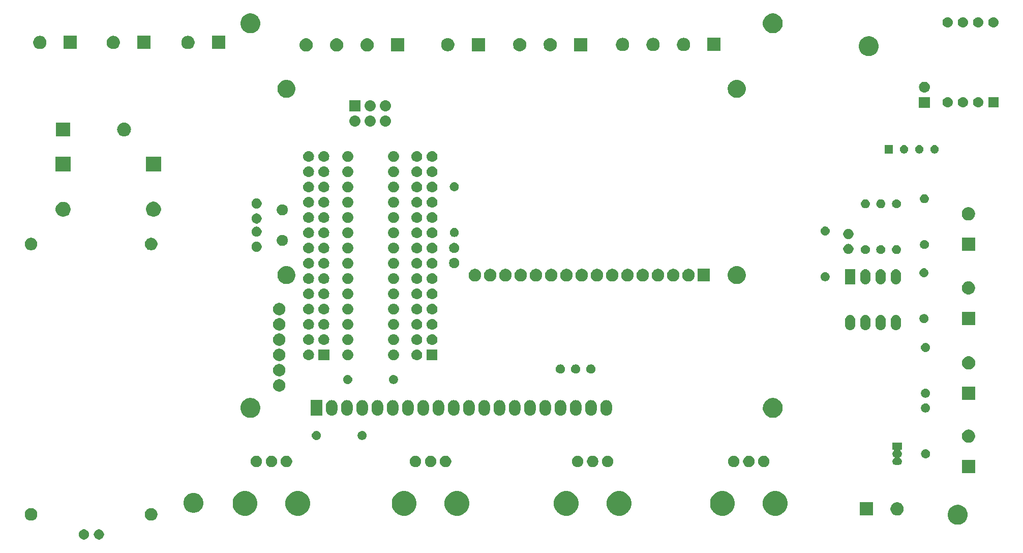
<source format=gbs>
G04 #@! TF.GenerationSoftware,KiCad,Pcbnew,(5.1.2)-2*
G04 #@! TF.CreationDate,2020-04-07T11:29:11-03:00*
G04 #@! TF.ProjectId,controller,636f6e74-726f-46c6-9c65-722e6b696361,rev?*
G04 #@! TF.SameCoordinates,Original*
G04 #@! TF.FileFunction,Soldermask,Bot*
G04 #@! TF.FilePolarity,Negative*
%FSLAX46Y46*%
G04 Gerber Fmt 4.6, Leading zero omitted, Abs format (unit mm)*
G04 Created by KiCad (PCBNEW (5.1.2)-2) date 2020-04-07 11:29:11*
%MOMM*%
%LPD*%
G04 APERTURE LIST*
%ADD10C,0.100000*%
G04 APERTURE END LIST*
D10*
G36*
X-68473372Y-42338843D02*
G01*
X-68318500Y-42402993D01*
X-68179119Y-42496125D01*
X-68060585Y-42614659D01*
X-67967453Y-42754040D01*
X-67903303Y-42908912D01*
X-67870600Y-43073324D01*
X-67870600Y-43240956D01*
X-67903303Y-43405368D01*
X-67967453Y-43560240D01*
X-68060585Y-43699621D01*
X-68179119Y-43818155D01*
X-68318500Y-43911287D01*
X-68473372Y-43975437D01*
X-68637784Y-44008140D01*
X-68805416Y-44008140D01*
X-68969828Y-43975437D01*
X-69124700Y-43911287D01*
X-69264081Y-43818155D01*
X-69382615Y-43699621D01*
X-69475747Y-43560240D01*
X-69539897Y-43405368D01*
X-69572600Y-43240956D01*
X-69572600Y-43073324D01*
X-69539897Y-42908912D01*
X-69475747Y-42754040D01*
X-69382615Y-42614659D01*
X-69264081Y-42496125D01*
X-69124700Y-42402993D01*
X-68969828Y-42338843D01*
X-68805416Y-42306140D01*
X-68637784Y-42306140D01*
X-68473372Y-42338843D01*
X-68473372Y-42338843D01*
G37*
G36*
X-70973372Y-42338843D02*
G01*
X-70818500Y-42402993D01*
X-70679119Y-42496125D01*
X-70560585Y-42614659D01*
X-70467453Y-42754040D01*
X-70403303Y-42908912D01*
X-70370600Y-43073324D01*
X-70370600Y-43240956D01*
X-70403303Y-43405368D01*
X-70467453Y-43560240D01*
X-70560585Y-43699621D01*
X-70679119Y-43818155D01*
X-70818500Y-43911287D01*
X-70973372Y-43975437D01*
X-71137784Y-44008140D01*
X-71305416Y-44008140D01*
X-71469828Y-43975437D01*
X-71624700Y-43911287D01*
X-71764081Y-43818155D01*
X-71882615Y-43699621D01*
X-71975747Y-43560240D01*
X-72039897Y-43405368D01*
X-72072600Y-43240956D01*
X-72072600Y-43073324D01*
X-72039897Y-42908912D01*
X-71975747Y-42754040D01*
X-71882615Y-42614659D01*
X-71764081Y-42496125D01*
X-71624700Y-42402993D01*
X-71469828Y-42338843D01*
X-71305416Y-42306140D01*
X-71137784Y-42306140D01*
X-70973372Y-42338843D01*
X-70973372Y-42338843D01*
G37*
G36*
X74665256Y-38281298D02*
G01*
X74771579Y-38302447D01*
X75072042Y-38426903D01*
X75342451Y-38607585D01*
X75572415Y-38837549D01*
X75753097Y-39107958D01*
X75877553Y-39408421D01*
X75893293Y-39487553D01*
X75938378Y-39714206D01*
X75941000Y-39727391D01*
X75941000Y-40052609D01*
X75877553Y-40371579D01*
X75753097Y-40672042D01*
X75572415Y-40942451D01*
X75342451Y-41172415D01*
X75072042Y-41353097D01*
X74771579Y-41477553D01*
X74665256Y-41498702D01*
X74452611Y-41541000D01*
X74127389Y-41541000D01*
X73914744Y-41498702D01*
X73808421Y-41477553D01*
X73507958Y-41353097D01*
X73237549Y-41172415D01*
X73007585Y-40942451D01*
X72826903Y-40672042D01*
X72702447Y-40371579D01*
X72639000Y-40052609D01*
X72639000Y-39727391D01*
X72641623Y-39714206D01*
X72686707Y-39487553D01*
X72702447Y-39408421D01*
X72826903Y-39107958D01*
X73007585Y-38837549D01*
X73237549Y-38607585D01*
X73507958Y-38426903D01*
X73808421Y-38302447D01*
X73914744Y-38281298D01*
X74127389Y-38239000D01*
X74452611Y-38239000D01*
X74665256Y-38281298D01*
X74665256Y-38281298D01*
G37*
G36*
X-79726316Y-38807109D02*
G01*
X-79535047Y-38886335D01*
X-79535045Y-38886336D01*
X-79436100Y-38952449D01*
X-79362907Y-39001355D01*
X-79216515Y-39147747D01*
X-79101495Y-39319887D01*
X-79022269Y-39511156D01*
X-78981880Y-39714204D01*
X-78981880Y-39921236D01*
X-79022269Y-40124284D01*
X-79101495Y-40315553D01*
X-79101496Y-40315555D01*
X-79216515Y-40487693D01*
X-79362907Y-40634085D01*
X-79535045Y-40749104D01*
X-79535046Y-40749105D01*
X-79535047Y-40749105D01*
X-79726316Y-40828331D01*
X-79929364Y-40868720D01*
X-80136396Y-40868720D01*
X-80339444Y-40828331D01*
X-80530713Y-40749105D01*
X-80530714Y-40749105D01*
X-80530715Y-40749104D01*
X-80702853Y-40634085D01*
X-80849245Y-40487693D01*
X-80964264Y-40315555D01*
X-80964265Y-40315553D01*
X-81043491Y-40124284D01*
X-81083880Y-39921236D01*
X-81083880Y-39714204D01*
X-81043491Y-39511156D01*
X-80964265Y-39319887D01*
X-80849245Y-39147747D01*
X-80702853Y-39001355D01*
X-80629660Y-38952449D01*
X-80530715Y-38886336D01*
X-80530713Y-38886335D01*
X-80339444Y-38807109D01*
X-80136396Y-38766720D01*
X-79929364Y-38766720D01*
X-79726316Y-38807109D01*
X-79726316Y-38807109D01*
G37*
G36*
X-59726316Y-38807109D02*
G01*
X-59535047Y-38886335D01*
X-59535045Y-38886336D01*
X-59436100Y-38952449D01*
X-59362907Y-39001355D01*
X-59216515Y-39147747D01*
X-59101495Y-39319887D01*
X-59022269Y-39511156D01*
X-58981880Y-39714204D01*
X-58981880Y-39921236D01*
X-59022269Y-40124284D01*
X-59101495Y-40315553D01*
X-59101496Y-40315555D01*
X-59216515Y-40487693D01*
X-59362907Y-40634085D01*
X-59535045Y-40749104D01*
X-59535046Y-40749105D01*
X-59535047Y-40749105D01*
X-59726316Y-40828331D01*
X-59929364Y-40868720D01*
X-60136396Y-40868720D01*
X-60339444Y-40828331D01*
X-60530713Y-40749105D01*
X-60530714Y-40749105D01*
X-60530715Y-40749104D01*
X-60702853Y-40634085D01*
X-60849245Y-40487693D01*
X-60964264Y-40315555D01*
X-60964265Y-40315553D01*
X-61043491Y-40124284D01*
X-61083880Y-39921236D01*
X-61083880Y-39714204D01*
X-61043491Y-39511156D01*
X-60964265Y-39319887D01*
X-60849245Y-39147747D01*
X-60702853Y-39001355D01*
X-60629660Y-38952449D01*
X-60530715Y-38886336D01*
X-60530713Y-38886335D01*
X-60339444Y-38807109D01*
X-60136396Y-38766720D01*
X-59929364Y-38766720D01*
X-59726316Y-38807109D01*
X-59726316Y-38807109D01*
G37*
G36*
X9698254Y-36027818D02*
G01*
X10071511Y-36182426D01*
X10071513Y-36182427D01*
X10171146Y-36249000D01*
X10407436Y-36406884D01*
X10693116Y-36692564D01*
X10917574Y-37028489D01*
X11072182Y-37401746D01*
X11151000Y-37797993D01*
X11151000Y-38202007D01*
X11072182Y-38598254D01*
X10925470Y-38952449D01*
X10917573Y-38971513D01*
X10693116Y-39307436D01*
X10407436Y-39593116D01*
X10071513Y-39817573D01*
X10071512Y-39817574D01*
X10071511Y-39817574D01*
X9698254Y-39972182D01*
X9302007Y-40051000D01*
X8897993Y-40051000D01*
X8501746Y-39972182D01*
X8128489Y-39817574D01*
X8128488Y-39817574D01*
X8128487Y-39817573D01*
X7792564Y-39593116D01*
X7506884Y-39307436D01*
X7282427Y-38971513D01*
X7274530Y-38952449D01*
X7127818Y-38598254D01*
X7049000Y-38202007D01*
X7049000Y-37797993D01*
X7127818Y-37401746D01*
X7282426Y-37028489D01*
X7506884Y-36692564D01*
X7792564Y-36406884D01*
X8028854Y-36249000D01*
X8128487Y-36182427D01*
X8128489Y-36182426D01*
X8501746Y-36027818D01*
X8897993Y-35949000D01*
X9302007Y-35949000D01*
X9698254Y-36027818D01*
X9698254Y-36027818D01*
G37*
G36*
X18498254Y-36027818D02*
G01*
X18871511Y-36182426D01*
X18871513Y-36182427D01*
X18971146Y-36249000D01*
X19207436Y-36406884D01*
X19493116Y-36692564D01*
X19717574Y-37028489D01*
X19872182Y-37401746D01*
X19951000Y-37797993D01*
X19951000Y-38202007D01*
X19872182Y-38598254D01*
X19725470Y-38952449D01*
X19717573Y-38971513D01*
X19493116Y-39307436D01*
X19207436Y-39593116D01*
X18871513Y-39817573D01*
X18871512Y-39817574D01*
X18871511Y-39817574D01*
X18498254Y-39972182D01*
X18102007Y-40051000D01*
X17697993Y-40051000D01*
X17301746Y-39972182D01*
X16928489Y-39817574D01*
X16928488Y-39817574D01*
X16928487Y-39817573D01*
X16592564Y-39593116D01*
X16306884Y-39307436D01*
X16082427Y-38971513D01*
X16074530Y-38952449D01*
X15927818Y-38598254D01*
X15849000Y-38202007D01*
X15849000Y-37797993D01*
X15927818Y-37401746D01*
X16082426Y-37028489D01*
X16306884Y-36692564D01*
X16592564Y-36406884D01*
X16828854Y-36249000D01*
X16928487Y-36182427D01*
X16928489Y-36182426D01*
X17301746Y-36027818D01*
X17697993Y-35949000D01*
X18102007Y-35949000D01*
X18498254Y-36027818D01*
X18498254Y-36027818D01*
G37*
G36*
X-8501746Y-36027818D02*
G01*
X-8128489Y-36182426D01*
X-8128487Y-36182427D01*
X-8028854Y-36249000D01*
X-7792564Y-36406884D01*
X-7506884Y-36692564D01*
X-7282426Y-37028489D01*
X-7127818Y-37401746D01*
X-7049000Y-37797993D01*
X-7049000Y-38202007D01*
X-7127818Y-38598254D01*
X-7274530Y-38952449D01*
X-7282427Y-38971513D01*
X-7506884Y-39307436D01*
X-7792564Y-39593116D01*
X-8128487Y-39817573D01*
X-8128488Y-39817574D01*
X-8128489Y-39817574D01*
X-8501746Y-39972182D01*
X-8897993Y-40051000D01*
X-9302007Y-40051000D01*
X-9698254Y-39972182D01*
X-10071511Y-39817574D01*
X-10071512Y-39817574D01*
X-10071513Y-39817573D01*
X-10407436Y-39593116D01*
X-10693116Y-39307436D01*
X-10917573Y-38971513D01*
X-10925470Y-38952449D01*
X-11072182Y-38598254D01*
X-11151000Y-38202007D01*
X-11151000Y-37797993D01*
X-11072182Y-37401746D01*
X-10917574Y-37028489D01*
X-10693116Y-36692564D01*
X-10407436Y-36406884D01*
X-10171146Y-36249000D01*
X-10071513Y-36182427D01*
X-10071511Y-36182426D01*
X-9698254Y-36027818D01*
X-9302007Y-35949000D01*
X-8897993Y-35949000D01*
X-8501746Y-36027818D01*
X-8501746Y-36027818D01*
G37*
G36*
X-17301746Y-36027818D02*
G01*
X-16928489Y-36182426D01*
X-16928487Y-36182427D01*
X-16828854Y-36249000D01*
X-16592564Y-36406884D01*
X-16306884Y-36692564D01*
X-16082426Y-37028489D01*
X-15927818Y-37401746D01*
X-15849000Y-37797993D01*
X-15849000Y-38202007D01*
X-15927818Y-38598254D01*
X-16074530Y-38952449D01*
X-16082427Y-38971513D01*
X-16306884Y-39307436D01*
X-16592564Y-39593116D01*
X-16928487Y-39817573D01*
X-16928488Y-39817574D01*
X-16928489Y-39817574D01*
X-17301746Y-39972182D01*
X-17697993Y-40051000D01*
X-18102007Y-40051000D01*
X-18498254Y-39972182D01*
X-18871511Y-39817574D01*
X-18871512Y-39817574D01*
X-18871513Y-39817573D01*
X-19207436Y-39593116D01*
X-19493116Y-39307436D01*
X-19717573Y-38971513D01*
X-19725470Y-38952449D01*
X-19872182Y-38598254D01*
X-19951000Y-38202007D01*
X-19951000Y-37797993D01*
X-19872182Y-37401746D01*
X-19717574Y-37028489D01*
X-19493116Y-36692564D01*
X-19207436Y-36406884D01*
X-18971146Y-36249000D01*
X-18871513Y-36182427D01*
X-18871511Y-36182426D01*
X-18498254Y-36027818D01*
X-18102007Y-35949000D01*
X-17697993Y-35949000D01*
X-17301746Y-36027818D01*
X-17301746Y-36027818D01*
G37*
G36*
X-43801746Y-36027818D02*
G01*
X-43428489Y-36182426D01*
X-43428487Y-36182427D01*
X-43328854Y-36249000D01*
X-43092564Y-36406884D01*
X-42806884Y-36692564D01*
X-42582426Y-37028489D01*
X-42427818Y-37401746D01*
X-42349000Y-37797993D01*
X-42349000Y-38202007D01*
X-42427818Y-38598254D01*
X-42574530Y-38952449D01*
X-42582427Y-38971513D01*
X-42806884Y-39307436D01*
X-43092564Y-39593116D01*
X-43428487Y-39817573D01*
X-43428488Y-39817574D01*
X-43428489Y-39817574D01*
X-43801746Y-39972182D01*
X-44197993Y-40051000D01*
X-44602007Y-40051000D01*
X-44998254Y-39972182D01*
X-45371511Y-39817574D01*
X-45371512Y-39817574D01*
X-45371513Y-39817573D01*
X-45707436Y-39593116D01*
X-45993116Y-39307436D01*
X-46217573Y-38971513D01*
X-46225470Y-38952449D01*
X-46372182Y-38598254D01*
X-46451000Y-38202007D01*
X-46451000Y-37797993D01*
X-46372182Y-37401746D01*
X-46217574Y-37028489D01*
X-45993116Y-36692564D01*
X-45707436Y-36406884D01*
X-45471146Y-36249000D01*
X-45371513Y-36182427D01*
X-45371511Y-36182426D01*
X-44998254Y-36027818D01*
X-44602007Y-35949000D01*
X-44197993Y-35949000D01*
X-43801746Y-36027818D01*
X-43801746Y-36027818D01*
G37*
G36*
X-35001746Y-36027818D02*
G01*
X-34628489Y-36182426D01*
X-34628487Y-36182427D01*
X-34528854Y-36249000D01*
X-34292564Y-36406884D01*
X-34006884Y-36692564D01*
X-33782426Y-37028489D01*
X-33627818Y-37401746D01*
X-33549000Y-37797993D01*
X-33549000Y-38202007D01*
X-33627818Y-38598254D01*
X-33774530Y-38952449D01*
X-33782427Y-38971513D01*
X-34006884Y-39307436D01*
X-34292564Y-39593116D01*
X-34628487Y-39817573D01*
X-34628488Y-39817574D01*
X-34628489Y-39817574D01*
X-35001746Y-39972182D01*
X-35397993Y-40051000D01*
X-35802007Y-40051000D01*
X-36198254Y-39972182D01*
X-36571511Y-39817574D01*
X-36571512Y-39817574D01*
X-36571513Y-39817573D01*
X-36907436Y-39593116D01*
X-37193116Y-39307436D01*
X-37417573Y-38971513D01*
X-37425470Y-38952449D01*
X-37572182Y-38598254D01*
X-37651000Y-38202007D01*
X-37651000Y-37797993D01*
X-37572182Y-37401746D01*
X-37417574Y-37028489D01*
X-37193116Y-36692564D01*
X-36907436Y-36406884D01*
X-36671146Y-36249000D01*
X-36571513Y-36182427D01*
X-36571511Y-36182426D01*
X-36198254Y-36027818D01*
X-35802007Y-35949000D01*
X-35397993Y-35949000D01*
X-35001746Y-36027818D01*
X-35001746Y-36027818D01*
G37*
G36*
X35698254Y-36027818D02*
G01*
X36071511Y-36182426D01*
X36071513Y-36182427D01*
X36171146Y-36249000D01*
X36407436Y-36406884D01*
X36693116Y-36692564D01*
X36917574Y-37028489D01*
X37072182Y-37401746D01*
X37151000Y-37797993D01*
X37151000Y-38202007D01*
X37072182Y-38598254D01*
X36925470Y-38952449D01*
X36917573Y-38971513D01*
X36693116Y-39307436D01*
X36407436Y-39593116D01*
X36071513Y-39817573D01*
X36071512Y-39817574D01*
X36071511Y-39817574D01*
X35698254Y-39972182D01*
X35302007Y-40051000D01*
X34897993Y-40051000D01*
X34501746Y-39972182D01*
X34128489Y-39817574D01*
X34128488Y-39817574D01*
X34128487Y-39817573D01*
X33792564Y-39593116D01*
X33506884Y-39307436D01*
X33282427Y-38971513D01*
X33274530Y-38952449D01*
X33127818Y-38598254D01*
X33049000Y-38202007D01*
X33049000Y-37797993D01*
X33127818Y-37401746D01*
X33282426Y-37028489D01*
X33506884Y-36692564D01*
X33792564Y-36406884D01*
X34028854Y-36249000D01*
X34128487Y-36182427D01*
X34128489Y-36182426D01*
X34501746Y-36027818D01*
X34897993Y-35949000D01*
X35302007Y-35949000D01*
X35698254Y-36027818D01*
X35698254Y-36027818D01*
G37*
G36*
X44498254Y-36027818D02*
G01*
X44871511Y-36182426D01*
X44871513Y-36182427D01*
X44971146Y-36249000D01*
X45207436Y-36406884D01*
X45493116Y-36692564D01*
X45717574Y-37028489D01*
X45872182Y-37401746D01*
X45951000Y-37797993D01*
X45951000Y-38202007D01*
X45872182Y-38598254D01*
X45725470Y-38952449D01*
X45717573Y-38971513D01*
X45493116Y-39307436D01*
X45207436Y-39593116D01*
X44871513Y-39817573D01*
X44871512Y-39817574D01*
X44871511Y-39817574D01*
X44498254Y-39972182D01*
X44102007Y-40051000D01*
X43697993Y-40051000D01*
X43301746Y-39972182D01*
X42928489Y-39817574D01*
X42928488Y-39817574D01*
X42928487Y-39817573D01*
X42592564Y-39593116D01*
X42306884Y-39307436D01*
X42082427Y-38971513D01*
X42074530Y-38952449D01*
X41927818Y-38598254D01*
X41849000Y-38202007D01*
X41849000Y-37797993D01*
X41927818Y-37401746D01*
X42082426Y-37028489D01*
X42306884Y-36692564D01*
X42592564Y-36406884D01*
X42828854Y-36249000D01*
X42928487Y-36182427D01*
X42928489Y-36182426D01*
X43301746Y-36027818D01*
X43697993Y-35949000D01*
X44102007Y-35949000D01*
X44498254Y-36027818D01*
X44498254Y-36027818D01*
G37*
G36*
X60214420Y-40001000D02*
G01*
X58012420Y-40001000D01*
X58012420Y-37799000D01*
X60214420Y-37799000D01*
X60214420Y-40001000D01*
X60214420Y-40001000D01*
G37*
G36*
X64408214Y-37820155D02*
G01*
X64514570Y-37841311D01*
X64714940Y-37924307D01*
X64895264Y-38044795D01*
X65048625Y-38198156D01*
X65169113Y-38378480D01*
X65189170Y-38426902D01*
X65252109Y-38578850D01*
X65257825Y-38607585D01*
X65294420Y-38791560D01*
X65294420Y-39008440D01*
X65252109Y-39221149D01*
X65169113Y-39421520D01*
X65048625Y-39601844D01*
X64895264Y-39755205D01*
X64714940Y-39875693D01*
X64514570Y-39958689D01*
X64446741Y-39972181D01*
X64301860Y-40001000D01*
X64084980Y-40001000D01*
X63940099Y-39972181D01*
X63872270Y-39958689D01*
X63772086Y-39917191D01*
X63671900Y-39875693D01*
X63491576Y-39755205D01*
X63338215Y-39601844D01*
X63217727Y-39421520D01*
X63134731Y-39221149D01*
X63092420Y-39008440D01*
X63092420Y-38791560D01*
X63129015Y-38607585D01*
X63134731Y-38578850D01*
X63197670Y-38426902D01*
X63217727Y-38378480D01*
X63338215Y-38198156D01*
X63491576Y-38044795D01*
X63671900Y-37924307D01*
X63772086Y-37882809D01*
X63872270Y-37841311D01*
X63978626Y-37820155D01*
X64084980Y-37799000D01*
X64301860Y-37799000D01*
X64408214Y-37820155D01*
X64408214Y-37820155D01*
G37*
G36*
X-52614744Y-36291298D02*
G01*
X-52508421Y-36312447D01*
X-52207958Y-36436903D01*
X-51937549Y-36617585D01*
X-51707585Y-36847549D01*
X-51526903Y-37117958D01*
X-51409354Y-37401745D01*
X-51402447Y-37418422D01*
X-51339000Y-37737389D01*
X-51339000Y-38062611D01*
X-51365962Y-38198156D01*
X-51402447Y-38381579D01*
X-51526903Y-38682042D01*
X-51707585Y-38952451D01*
X-51937549Y-39182415D01*
X-52207958Y-39363097D01*
X-52508421Y-39487553D01*
X-52614744Y-39508702D01*
X-52827389Y-39551000D01*
X-53152611Y-39551000D01*
X-53365256Y-39508702D01*
X-53471579Y-39487553D01*
X-53772042Y-39363097D01*
X-54042451Y-39182415D01*
X-54272415Y-38952451D01*
X-54453097Y-38682042D01*
X-54577553Y-38381579D01*
X-54614038Y-38198156D01*
X-54641000Y-38062611D01*
X-54641000Y-37737389D01*
X-54577553Y-37418422D01*
X-54570645Y-37401745D01*
X-54453097Y-37117958D01*
X-54272415Y-36847549D01*
X-54042451Y-36617585D01*
X-53772042Y-36436903D01*
X-53471579Y-36312447D01*
X-53365256Y-36291298D01*
X-53152611Y-36249000D01*
X-52827389Y-36249000D01*
X-52614744Y-36291298D01*
X-52614744Y-36291298D01*
G37*
G36*
X77196860Y-32980540D02*
G01*
X74994860Y-32980540D01*
X74994860Y-30778540D01*
X77196860Y-30778540D01*
X77196860Y-32980540D01*
X77196860Y-32980540D01*
G37*
G36*
X13777395Y-30085546D02*
G01*
X13950466Y-30157234D01*
X13950467Y-30157235D01*
X14106227Y-30261310D01*
X14238690Y-30393773D01*
X14276312Y-30450078D01*
X14342766Y-30549534D01*
X14414454Y-30722605D01*
X14451000Y-30906333D01*
X14451000Y-31093667D01*
X14414454Y-31277395D01*
X14342766Y-31450466D01*
X14342765Y-31450467D01*
X14238690Y-31606227D01*
X14106227Y-31738690D01*
X14027818Y-31791081D01*
X13950466Y-31842766D01*
X13777395Y-31914454D01*
X13593667Y-31951000D01*
X13406333Y-31951000D01*
X13222605Y-31914454D01*
X13049534Y-31842766D01*
X12972182Y-31791081D01*
X12893773Y-31738690D01*
X12761310Y-31606227D01*
X12657235Y-31450467D01*
X12657234Y-31450466D01*
X12585546Y-31277395D01*
X12549000Y-31093667D01*
X12549000Y-30906333D01*
X12585546Y-30722605D01*
X12657234Y-30549534D01*
X12723688Y-30450078D01*
X12761310Y-30393773D01*
X12893773Y-30261310D01*
X13049533Y-30157235D01*
X13049534Y-30157234D01*
X13222605Y-30085546D01*
X13406333Y-30049000D01*
X13593667Y-30049000D01*
X13777395Y-30085546D01*
X13777395Y-30085546D01*
G37*
G36*
X-37222605Y-30085546D02*
G01*
X-37049534Y-30157234D01*
X-37049533Y-30157235D01*
X-36893773Y-30261310D01*
X-36761310Y-30393773D01*
X-36723688Y-30450078D01*
X-36657234Y-30549534D01*
X-36585546Y-30722605D01*
X-36549000Y-30906333D01*
X-36549000Y-31093667D01*
X-36585546Y-31277395D01*
X-36657234Y-31450466D01*
X-36657235Y-31450467D01*
X-36761310Y-31606227D01*
X-36893773Y-31738690D01*
X-36972182Y-31791081D01*
X-37049534Y-31842766D01*
X-37222605Y-31914454D01*
X-37406333Y-31951000D01*
X-37593667Y-31951000D01*
X-37777395Y-31914454D01*
X-37950466Y-31842766D01*
X-38027818Y-31791081D01*
X-38106227Y-31738690D01*
X-38238690Y-31606227D01*
X-38342765Y-31450467D01*
X-38342766Y-31450466D01*
X-38414454Y-31277395D01*
X-38451000Y-31093667D01*
X-38451000Y-30906333D01*
X-38414454Y-30722605D01*
X-38342766Y-30549534D01*
X-38276312Y-30450078D01*
X-38238690Y-30393773D01*
X-38106227Y-30261310D01*
X-37950467Y-30157235D01*
X-37950466Y-30157234D01*
X-37777395Y-30085546D01*
X-37593667Y-30049000D01*
X-37406333Y-30049000D01*
X-37222605Y-30085546D01*
X-37222605Y-30085546D01*
G37*
G36*
X42277395Y-30085546D02*
G01*
X42450466Y-30157234D01*
X42450467Y-30157235D01*
X42606227Y-30261310D01*
X42738690Y-30393773D01*
X42776312Y-30450078D01*
X42842766Y-30549534D01*
X42914454Y-30722605D01*
X42951000Y-30906333D01*
X42951000Y-31093667D01*
X42914454Y-31277395D01*
X42842766Y-31450466D01*
X42842765Y-31450467D01*
X42738690Y-31606227D01*
X42606227Y-31738690D01*
X42527818Y-31791081D01*
X42450466Y-31842766D01*
X42277395Y-31914454D01*
X42093667Y-31951000D01*
X41906333Y-31951000D01*
X41722605Y-31914454D01*
X41549534Y-31842766D01*
X41472182Y-31791081D01*
X41393773Y-31738690D01*
X41261310Y-31606227D01*
X41157235Y-31450467D01*
X41157234Y-31450466D01*
X41085546Y-31277395D01*
X41049000Y-31093667D01*
X41049000Y-30906333D01*
X41085546Y-30722605D01*
X41157234Y-30549534D01*
X41223688Y-30450078D01*
X41261310Y-30393773D01*
X41393773Y-30261310D01*
X41549533Y-30157235D01*
X41549534Y-30157234D01*
X41722605Y-30085546D01*
X41906333Y-30049000D01*
X42093667Y-30049000D01*
X42277395Y-30085546D01*
X42277395Y-30085546D01*
G37*
G36*
X39777395Y-30085546D02*
G01*
X39950466Y-30157234D01*
X39950467Y-30157235D01*
X40106227Y-30261310D01*
X40238690Y-30393773D01*
X40276312Y-30450078D01*
X40342766Y-30549534D01*
X40414454Y-30722605D01*
X40451000Y-30906333D01*
X40451000Y-31093667D01*
X40414454Y-31277395D01*
X40342766Y-31450466D01*
X40342765Y-31450467D01*
X40238690Y-31606227D01*
X40106227Y-31738690D01*
X40027818Y-31791081D01*
X39950466Y-31842766D01*
X39777395Y-31914454D01*
X39593667Y-31951000D01*
X39406333Y-31951000D01*
X39222605Y-31914454D01*
X39049534Y-31842766D01*
X38972182Y-31791081D01*
X38893773Y-31738690D01*
X38761310Y-31606227D01*
X38657235Y-31450467D01*
X38657234Y-31450466D01*
X38585546Y-31277395D01*
X38549000Y-31093667D01*
X38549000Y-30906333D01*
X38585546Y-30722605D01*
X38657234Y-30549534D01*
X38723688Y-30450078D01*
X38761310Y-30393773D01*
X38893773Y-30261310D01*
X39049533Y-30157235D01*
X39049534Y-30157234D01*
X39222605Y-30085546D01*
X39406333Y-30049000D01*
X39593667Y-30049000D01*
X39777395Y-30085546D01*
X39777395Y-30085546D01*
G37*
G36*
X37277395Y-30085546D02*
G01*
X37450466Y-30157234D01*
X37450467Y-30157235D01*
X37606227Y-30261310D01*
X37738690Y-30393773D01*
X37776312Y-30450078D01*
X37842766Y-30549534D01*
X37914454Y-30722605D01*
X37951000Y-30906333D01*
X37951000Y-31093667D01*
X37914454Y-31277395D01*
X37842766Y-31450466D01*
X37842765Y-31450467D01*
X37738690Y-31606227D01*
X37606227Y-31738690D01*
X37527818Y-31791081D01*
X37450466Y-31842766D01*
X37277395Y-31914454D01*
X37093667Y-31951000D01*
X36906333Y-31951000D01*
X36722605Y-31914454D01*
X36549534Y-31842766D01*
X36472182Y-31791081D01*
X36393773Y-31738690D01*
X36261310Y-31606227D01*
X36157235Y-31450467D01*
X36157234Y-31450466D01*
X36085546Y-31277395D01*
X36049000Y-31093667D01*
X36049000Y-30906333D01*
X36085546Y-30722605D01*
X36157234Y-30549534D01*
X36223688Y-30450078D01*
X36261310Y-30393773D01*
X36393773Y-30261310D01*
X36549533Y-30157235D01*
X36549534Y-30157234D01*
X36722605Y-30085546D01*
X36906333Y-30049000D01*
X37093667Y-30049000D01*
X37277395Y-30085546D01*
X37277395Y-30085546D01*
G37*
G36*
X-39722605Y-30085546D02*
G01*
X-39549534Y-30157234D01*
X-39549533Y-30157235D01*
X-39393773Y-30261310D01*
X-39261310Y-30393773D01*
X-39223688Y-30450078D01*
X-39157234Y-30549534D01*
X-39085546Y-30722605D01*
X-39049000Y-30906333D01*
X-39049000Y-31093667D01*
X-39085546Y-31277395D01*
X-39157234Y-31450466D01*
X-39157235Y-31450467D01*
X-39261310Y-31606227D01*
X-39393773Y-31738690D01*
X-39472182Y-31791081D01*
X-39549534Y-31842766D01*
X-39722605Y-31914454D01*
X-39906333Y-31951000D01*
X-40093667Y-31951000D01*
X-40277395Y-31914454D01*
X-40450466Y-31842766D01*
X-40527818Y-31791081D01*
X-40606227Y-31738690D01*
X-40738690Y-31606227D01*
X-40842765Y-31450467D01*
X-40842766Y-31450466D01*
X-40914454Y-31277395D01*
X-40951000Y-31093667D01*
X-40951000Y-30906333D01*
X-40914454Y-30722605D01*
X-40842766Y-30549534D01*
X-40776312Y-30450078D01*
X-40738690Y-30393773D01*
X-40606227Y-30261310D01*
X-40450467Y-30157235D01*
X-40450466Y-30157234D01*
X-40277395Y-30085546D01*
X-40093667Y-30049000D01*
X-39906333Y-30049000D01*
X-39722605Y-30085546D01*
X-39722605Y-30085546D01*
G37*
G36*
X16277395Y-30085546D02*
G01*
X16450466Y-30157234D01*
X16450467Y-30157235D01*
X16606227Y-30261310D01*
X16738690Y-30393773D01*
X16776312Y-30450078D01*
X16842766Y-30549534D01*
X16914454Y-30722605D01*
X16951000Y-30906333D01*
X16951000Y-31093667D01*
X16914454Y-31277395D01*
X16842766Y-31450466D01*
X16842765Y-31450467D01*
X16738690Y-31606227D01*
X16606227Y-31738690D01*
X16527818Y-31791081D01*
X16450466Y-31842766D01*
X16277395Y-31914454D01*
X16093667Y-31951000D01*
X15906333Y-31951000D01*
X15722605Y-31914454D01*
X15549534Y-31842766D01*
X15472182Y-31791081D01*
X15393773Y-31738690D01*
X15261310Y-31606227D01*
X15157235Y-31450467D01*
X15157234Y-31450466D01*
X15085546Y-31277395D01*
X15049000Y-31093667D01*
X15049000Y-30906333D01*
X15085546Y-30722605D01*
X15157234Y-30549534D01*
X15223688Y-30450078D01*
X15261310Y-30393773D01*
X15393773Y-30261310D01*
X15549533Y-30157235D01*
X15549534Y-30157234D01*
X15722605Y-30085546D01*
X15906333Y-30049000D01*
X16093667Y-30049000D01*
X16277395Y-30085546D01*
X16277395Y-30085546D01*
G37*
G36*
X-15722605Y-30085546D02*
G01*
X-15549534Y-30157234D01*
X-15549533Y-30157235D01*
X-15393773Y-30261310D01*
X-15261310Y-30393773D01*
X-15223688Y-30450078D01*
X-15157234Y-30549534D01*
X-15085546Y-30722605D01*
X-15049000Y-30906333D01*
X-15049000Y-31093667D01*
X-15085546Y-31277395D01*
X-15157234Y-31450466D01*
X-15157235Y-31450467D01*
X-15261310Y-31606227D01*
X-15393773Y-31738690D01*
X-15472182Y-31791081D01*
X-15549534Y-31842766D01*
X-15722605Y-31914454D01*
X-15906333Y-31951000D01*
X-16093667Y-31951000D01*
X-16277395Y-31914454D01*
X-16450466Y-31842766D01*
X-16527818Y-31791081D01*
X-16606227Y-31738690D01*
X-16738690Y-31606227D01*
X-16842765Y-31450467D01*
X-16842766Y-31450466D01*
X-16914454Y-31277395D01*
X-16951000Y-31093667D01*
X-16951000Y-30906333D01*
X-16914454Y-30722605D01*
X-16842766Y-30549534D01*
X-16776312Y-30450078D01*
X-16738690Y-30393773D01*
X-16606227Y-30261310D01*
X-16450467Y-30157235D01*
X-16450466Y-30157234D01*
X-16277395Y-30085546D01*
X-16093667Y-30049000D01*
X-15906333Y-30049000D01*
X-15722605Y-30085546D01*
X-15722605Y-30085546D01*
G37*
G36*
X11277395Y-30085546D02*
G01*
X11450466Y-30157234D01*
X11450467Y-30157235D01*
X11606227Y-30261310D01*
X11738690Y-30393773D01*
X11776312Y-30450078D01*
X11842766Y-30549534D01*
X11914454Y-30722605D01*
X11951000Y-30906333D01*
X11951000Y-31093667D01*
X11914454Y-31277395D01*
X11842766Y-31450466D01*
X11842765Y-31450467D01*
X11738690Y-31606227D01*
X11606227Y-31738690D01*
X11527818Y-31791081D01*
X11450466Y-31842766D01*
X11277395Y-31914454D01*
X11093667Y-31951000D01*
X10906333Y-31951000D01*
X10722605Y-31914454D01*
X10549534Y-31842766D01*
X10472182Y-31791081D01*
X10393773Y-31738690D01*
X10261310Y-31606227D01*
X10157235Y-31450467D01*
X10157234Y-31450466D01*
X10085546Y-31277395D01*
X10049000Y-31093667D01*
X10049000Y-30906333D01*
X10085546Y-30722605D01*
X10157234Y-30549534D01*
X10223688Y-30450078D01*
X10261310Y-30393773D01*
X10393773Y-30261310D01*
X10549533Y-30157235D01*
X10549534Y-30157234D01*
X10722605Y-30085546D01*
X10906333Y-30049000D01*
X11093667Y-30049000D01*
X11277395Y-30085546D01*
X11277395Y-30085546D01*
G37*
G36*
X-10722605Y-30085546D02*
G01*
X-10549534Y-30157234D01*
X-10549533Y-30157235D01*
X-10393773Y-30261310D01*
X-10261310Y-30393773D01*
X-10223688Y-30450078D01*
X-10157234Y-30549534D01*
X-10085546Y-30722605D01*
X-10049000Y-30906333D01*
X-10049000Y-31093667D01*
X-10085546Y-31277395D01*
X-10157234Y-31450466D01*
X-10157235Y-31450467D01*
X-10261310Y-31606227D01*
X-10393773Y-31738690D01*
X-10472182Y-31791081D01*
X-10549534Y-31842766D01*
X-10722605Y-31914454D01*
X-10906333Y-31951000D01*
X-11093667Y-31951000D01*
X-11277395Y-31914454D01*
X-11450466Y-31842766D01*
X-11527818Y-31791081D01*
X-11606227Y-31738690D01*
X-11738690Y-31606227D01*
X-11842765Y-31450467D01*
X-11842766Y-31450466D01*
X-11914454Y-31277395D01*
X-11951000Y-31093667D01*
X-11951000Y-30906333D01*
X-11914454Y-30722605D01*
X-11842766Y-30549534D01*
X-11776312Y-30450078D01*
X-11738690Y-30393773D01*
X-11606227Y-30261310D01*
X-11450467Y-30157235D01*
X-11450466Y-30157234D01*
X-11277395Y-30085546D01*
X-11093667Y-30049000D01*
X-10906333Y-30049000D01*
X-10722605Y-30085546D01*
X-10722605Y-30085546D01*
G37*
G36*
X-13222605Y-30085546D02*
G01*
X-13049534Y-30157234D01*
X-13049533Y-30157235D01*
X-12893773Y-30261310D01*
X-12761310Y-30393773D01*
X-12723688Y-30450078D01*
X-12657234Y-30549534D01*
X-12585546Y-30722605D01*
X-12549000Y-30906333D01*
X-12549000Y-31093667D01*
X-12585546Y-31277395D01*
X-12657234Y-31450466D01*
X-12657235Y-31450467D01*
X-12761310Y-31606227D01*
X-12893773Y-31738690D01*
X-12972182Y-31791081D01*
X-13049534Y-31842766D01*
X-13222605Y-31914454D01*
X-13406333Y-31951000D01*
X-13593667Y-31951000D01*
X-13777395Y-31914454D01*
X-13950466Y-31842766D01*
X-14027818Y-31791081D01*
X-14106227Y-31738690D01*
X-14238690Y-31606227D01*
X-14342765Y-31450467D01*
X-14342766Y-31450466D01*
X-14414454Y-31277395D01*
X-14451000Y-31093667D01*
X-14451000Y-30906333D01*
X-14414454Y-30722605D01*
X-14342766Y-30549534D01*
X-14276312Y-30450078D01*
X-14238690Y-30393773D01*
X-14106227Y-30261310D01*
X-13950467Y-30157235D01*
X-13950466Y-30157234D01*
X-13777395Y-30085546D01*
X-13593667Y-30049000D01*
X-13406333Y-30049000D01*
X-13222605Y-30085546D01*
X-13222605Y-30085546D01*
G37*
G36*
X-42222605Y-30085546D02*
G01*
X-42049534Y-30157234D01*
X-42049533Y-30157235D01*
X-41893773Y-30261310D01*
X-41761310Y-30393773D01*
X-41723688Y-30450078D01*
X-41657234Y-30549534D01*
X-41585546Y-30722605D01*
X-41549000Y-30906333D01*
X-41549000Y-31093667D01*
X-41585546Y-31277395D01*
X-41657234Y-31450466D01*
X-41657235Y-31450467D01*
X-41761310Y-31606227D01*
X-41893773Y-31738690D01*
X-41972182Y-31791081D01*
X-42049534Y-31842766D01*
X-42222605Y-31914454D01*
X-42406333Y-31951000D01*
X-42593667Y-31951000D01*
X-42777395Y-31914454D01*
X-42950466Y-31842766D01*
X-43027818Y-31791081D01*
X-43106227Y-31738690D01*
X-43238690Y-31606227D01*
X-43342765Y-31450467D01*
X-43342766Y-31450466D01*
X-43414454Y-31277395D01*
X-43451000Y-31093667D01*
X-43451000Y-30906333D01*
X-43414454Y-30722605D01*
X-43342766Y-30549534D01*
X-43276312Y-30450078D01*
X-43238690Y-30393773D01*
X-43106227Y-30261310D01*
X-42950467Y-30157235D01*
X-42950466Y-30157234D01*
X-42777395Y-30085546D01*
X-42593667Y-30049000D01*
X-42406333Y-30049000D01*
X-42222605Y-30085546D01*
X-42222605Y-30085546D01*
G37*
G36*
X65004580Y-29041780D02*
G01*
X64840240Y-29041780D01*
X64815854Y-29044182D01*
X64792405Y-29051295D01*
X64770794Y-29062846D01*
X64751852Y-29078391D01*
X64736307Y-29097333D01*
X64724756Y-29118944D01*
X64717643Y-29142393D01*
X64715241Y-29166779D01*
X64717643Y-29191165D01*
X64724756Y-29214614D01*
X64736307Y-29236225D01*
X64751852Y-29255167D01*
X64760925Y-29263389D01*
X64837844Y-29326516D01*
X64909824Y-29414223D01*
X64944009Y-29478179D01*
X64963308Y-29514285D01*
X64963309Y-29514288D01*
X64996246Y-29622864D01*
X65007367Y-29735780D01*
X64996246Y-29848696D01*
X64963309Y-29957272D01*
X64963308Y-29957275D01*
X64944009Y-29993381D01*
X64909824Y-30057337D01*
X64837844Y-30145044D01*
X64750137Y-30217024D01*
X64671181Y-30259226D01*
X64668721Y-30260541D01*
X64648346Y-30274155D01*
X64631019Y-30291482D01*
X64617406Y-30311856D01*
X64608028Y-30334495D01*
X64603248Y-30358528D01*
X64603248Y-30383032D01*
X64608028Y-30407065D01*
X64617406Y-30429704D01*
X64631020Y-30450079D01*
X64648347Y-30467406D01*
X64668721Y-30481019D01*
X64750137Y-30524536D01*
X64837844Y-30596516D01*
X64909824Y-30684223D01*
X64930339Y-30722605D01*
X64963308Y-30784285D01*
X64963309Y-30784288D01*
X64996246Y-30892864D01*
X65007367Y-31005780D01*
X64996246Y-31118696D01*
X64963309Y-31227272D01*
X64963308Y-31227275D01*
X64944009Y-31263381D01*
X64909824Y-31327337D01*
X64837844Y-31415044D01*
X64750137Y-31487024D01*
X64686181Y-31521209D01*
X64650075Y-31540508D01*
X64650072Y-31540509D01*
X64541496Y-31573446D01*
X64456878Y-31581780D01*
X63950282Y-31581780D01*
X63865664Y-31573446D01*
X63757088Y-31540509D01*
X63757085Y-31540508D01*
X63720979Y-31521209D01*
X63657023Y-31487024D01*
X63569316Y-31415044D01*
X63497336Y-31327337D01*
X63463151Y-31263381D01*
X63443852Y-31227275D01*
X63443851Y-31227272D01*
X63410914Y-31118696D01*
X63399793Y-31005780D01*
X63410914Y-30892864D01*
X63443851Y-30784288D01*
X63443852Y-30784285D01*
X63476821Y-30722605D01*
X63497336Y-30684223D01*
X63569316Y-30596516D01*
X63657023Y-30524536D01*
X63738439Y-30481019D01*
X63758814Y-30467405D01*
X63776141Y-30450078D01*
X63789754Y-30429704D01*
X63799132Y-30407065D01*
X63803912Y-30383032D01*
X63803912Y-30358528D01*
X63799132Y-30334495D01*
X63789754Y-30311856D01*
X63776140Y-30291481D01*
X63758813Y-30274154D01*
X63738439Y-30260541D01*
X63735979Y-30259226D01*
X63657023Y-30217024D01*
X63569316Y-30145044D01*
X63497336Y-30057337D01*
X63463151Y-29993381D01*
X63443852Y-29957275D01*
X63443851Y-29957272D01*
X63410914Y-29848696D01*
X63399793Y-29735780D01*
X63410914Y-29622864D01*
X63443851Y-29514288D01*
X63443852Y-29514285D01*
X63463151Y-29478179D01*
X63497336Y-29414223D01*
X63569316Y-29326516D01*
X63646226Y-29263397D01*
X63663545Y-29246078D01*
X63677159Y-29225703D01*
X63686537Y-29203064D01*
X63691317Y-29179031D01*
X63691317Y-29154527D01*
X63686537Y-29130494D01*
X63677159Y-29107855D01*
X63663546Y-29087481D01*
X63646219Y-29070154D01*
X63625844Y-29056540D01*
X63603205Y-29047162D01*
X63579172Y-29042382D01*
X63566920Y-29041780D01*
X63402580Y-29041780D01*
X63402580Y-27889780D01*
X65004580Y-27889780D01*
X65004580Y-29041780D01*
X65004580Y-29041780D01*
G37*
G36*
X69004185Y-28978242D02*
G01*
X69077742Y-28985487D01*
X69219306Y-29028430D01*
X69349772Y-29098166D01*
X69361578Y-29107855D01*
X69464127Y-29192013D01*
X69522715Y-29263405D01*
X69557974Y-29306368D01*
X69627710Y-29436834D01*
X69670653Y-29578398D01*
X69685153Y-29725620D01*
X69670653Y-29872842D01*
X69627710Y-30014406D01*
X69557974Y-30144872D01*
X69547828Y-30157235D01*
X69464127Y-30259227D01*
X69379560Y-30328628D01*
X69349772Y-30353074D01*
X69219306Y-30422810D01*
X69077742Y-30465753D01*
X69023950Y-30471051D01*
X68967408Y-30476620D01*
X68893632Y-30476620D01*
X68837090Y-30471051D01*
X68783298Y-30465753D01*
X68641734Y-30422810D01*
X68511268Y-30353074D01*
X68481480Y-30328628D01*
X68396913Y-30259227D01*
X68313212Y-30157235D01*
X68303066Y-30144872D01*
X68233330Y-30014406D01*
X68190387Y-29872842D01*
X68175887Y-29725620D01*
X68190387Y-29578398D01*
X68233330Y-29436834D01*
X68303066Y-29306368D01*
X68338325Y-29263405D01*
X68396913Y-29192013D01*
X68499462Y-29107855D01*
X68511268Y-29098166D01*
X68641734Y-29028430D01*
X68783298Y-28985487D01*
X68856855Y-28978242D01*
X68893632Y-28974620D01*
X68967408Y-28974620D01*
X69004185Y-28978242D01*
X69004185Y-28978242D01*
G37*
G36*
X76310655Y-25719696D02*
G01*
X76417010Y-25740851D01*
X76517194Y-25782349D01*
X76617380Y-25823847D01*
X76797704Y-25944335D01*
X76951065Y-26097696D01*
X77071553Y-26278020D01*
X77154549Y-26478391D01*
X77196860Y-26691100D01*
X77196860Y-26907980D01*
X77154549Y-27120689D01*
X77071553Y-27321060D01*
X76951065Y-27501384D01*
X76797704Y-27654745D01*
X76617380Y-27775233D01*
X76517194Y-27816731D01*
X76417010Y-27858229D01*
X76310654Y-27879385D01*
X76204300Y-27900540D01*
X75987420Y-27900540D01*
X75881066Y-27879385D01*
X75774710Y-27858229D01*
X75674526Y-27816731D01*
X75574340Y-27775233D01*
X75394016Y-27654745D01*
X75240655Y-27501384D01*
X75120167Y-27321060D01*
X75037171Y-27120689D01*
X74994860Y-26907980D01*
X74994860Y-26691100D01*
X75037171Y-26478391D01*
X75120167Y-26278020D01*
X75240655Y-26097696D01*
X75394016Y-25944335D01*
X75574340Y-25823847D01*
X75774710Y-25740851D01*
X75881066Y-25719695D01*
X75987420Y-25698540D01*
X76204300Y-25698540D01*
X76310655Y-25719696D01*
X76310655Y-25719696D01*
G37*
G36*
X-24670941Y-25957860D02*
G01*
X-24610706Y-25982810D01*
X-24534268Y-26014472D01*
X-24411265Y-26096660D01*
X-24306660Y-26201265D01*
X-24224472Y-26324268D01*
X-24167860Y-26460941D01*
X-24139000Y-26606033D01*
X-24139000Y-26753967D01*
X-24167860Y-26899059D01*
X-24224472Y-27035732D01*
X-24306660Y-27158735D01*
X-24411265Y-27263340D01*
X-24534268Y-27345528D01*
X-24534269Y-27345529D01*
X-24534270Y-27345529D01*
X-24670941Y-27402140D01*
X-24816032Y-27431000D01*
X-24963968Y-27431000D01*
X-25109059Y-27402140D01*
X-25245730Y-27345529D01*
X-25245731Y-27345529D01*
X-25245732Y-27345528D01*
X-25368735Y-27263340D01*
X-25473340Y-27158735D01*
X-25555528Y-27035732D01*
X-25612140Y-26899059D01*
X-25641000Y-26753967D01*
X-25641000Y-26606033D01*
X-25612140Y-26460941D01*
X-25555528Y-26324268D01*
X-25473340Y-26201265D01*
X-25368735Y-26096660D01*
X-25245732Y-26014472D01*
X-25169293Y-25982810D01*
X-25109059Y-25957860D01*
X-24963968Y-25929000D01*
X-24816032Y-25929000D01*
X-24670941Y-25957860D01*
X-24670941Y-25957860D01*
G37*
G36*
X-32436335Y-25932622D02*
G01*
X-32362778Y-25939867D01*
X-32221214Y-25982810D01*
X-32090748Y-26052546D01*
X-32060960Y-26076992D01*
X-31976393Y-26146393D01*
X-31906992Y-26230960D01*
X-31882546Y-26260748D01*
X-31812810Y-26391214D01*
X-31769867Y-26532778D01*
X-31755367Y-26680000D01*
X-31769867Y-26827222D01*
X-31812810Y-26968786D01*
X-31882546Y-27099252D01*
X-31900139Y-27120689D01*
X-31976393Y-27213607D01*
X-32036996Y-27263341D01*
X-32090748Y-27307454D01*
X-32221214Y-27377190D01*
X-32362778Y-27420133D01*
X-32436335Y-27427378D01*
X-32473112Y-27431000D01*
X-32546888Y-27431000D01*
X-32583665Y-27427378D01*
X-32657222Y-27420133D01*
X-32798786Y-27377190D01*
X-32929252Y-27307454D01*
X-32983004Y-27263341D01*
X-33043607Y-27213607D01*
X-33119861Y-27120689D01*
X-33137454Y-27099252D01*
X-33207190Y-26968786D01*
X-33250133Y-26827222D01*
X-33264633Y-26680000D01*
X-33250133Y-26532778D01*
X-33207190Y-26391214D01*
X-33137454Y-26260748D01*
X-33113008Y-26230960D01*
X-33043607Y-26146393D01*
X-32959040Y-26076992D01*
X-32929252Y-26052546D01*
X-32798786Y-25982810D01*
X-32657222Y-25939867D01*
X-32583665Y-25932622D01*
X-32546888Y-25929000D01*
X-32473112Y-25929000D01*
X-32436335Y-25932622D01*
X-32436335Y-25932622D01*
G37*
G36*
X-43124744Y-20491298D02*
G01*
X-43018421Y-20512447D01*
X-42717958Y-20636903D01*
X-42447549Y-20817585D01*
X-42217585Y-21047549D01*
X-42036903Y-21317958D01*
X-41912447Y-21618421D01*
X-41910763Y-21626887D01*
X-41859110Y-21886561D01*
X-41849000Y-21937391D01*
X-41849000Y-22262609D01*
X-41912447Y-22581579D01*
X-42036903Y-22882042D01*
X-42217585Y-23152451D01*
X-42447549Y-23382415D01*
X-42717958Y-23563097D01*
X-43018421Y-23687553D01*
X-43124744Y-23708702D01*
X-43337389Y-23751000D01*
X-43662611Y-23751000D01*
X-43875256Y-23708702D01*
X-43981579Y-23687553D01*
X-44282042Y-23563097D01*
X-44552451Y-23382415D01*
X-44782415Y-23152451D01*
X-44963097Y-22882042D01*
X-45087553Y-22581579D01*
X-45151000Y-22262609D01*
X-45151000Y-21937391D01*
X-45140889Y-21886561D01*
X-45089237Y-21626887D01*
X-45087553Y-21618421D01*
X-44963097Y-21317958D01*
X-44782415Y-21047549D01*
X-44552451Y-20817585D01*
X-44282042Y-20636903D01*
X-43981579Y-20512447D01*
X-43875256Y-20491298D01*
X-43662611Y-20449000D01*
X-43337389Y-20449000D01*
X-43124744Y-20491298D01*
X-43124744Y-20491298D01*
G37*
G36*
X43875256Y-20491298D02*
G01*
X43981579Y-20512447D01*
X44282042Y-20636903D01*
X44552451Y-20817585D01*
X44782415Y-21047549D01*
X44963097Y-21317958D01*
X45087553Y-21618421D01*
X45089237Y-21626887D01*
X45140890Y-21886561D01*
X45151000Y-21937391D01*
X45151000Y-22262609D01*
X45087553Y-22581579D01*
X44963097Y-22882042D01*
X44782415Y-23152451D01*
X44552451Y-23382415D01*
X44282042Y-23563097D01*
X43981579Y-23687553D01*
X43875256Y-23708702D01*
X43662611Y-23751000D01*
X43337389Y-23751000D01*
X43124744Y-23708702D01*
X43018421Y-23687553D01*
X42717958Y-23563097D01*
X42447549Y-23382415D01*
X42217585Y-23152451D01*
X42036903Y-22882042D01*
X41912447Y-22581579D01*
X41849000Y-22262609D01*
X41849000Y-21937391D01*
X41859111Y-21886561D01*
X41910763Y-21626887D01*
X41912447Y-21618421D01*
X42036903Y-21317958D01*
X42217585Y-21047549D01*
X42447549Y-20817585D01*
X42717958Y-20636903D01*
X43018421Y-20512447D01*
X43124744Y-20491298D01*
X43337389Y-20449000D01*
X43662611Y-20449000D01*
X43875256Y-20491298D01*
X43875256Y-20491298D01*
G37*
G36*
X-11992876Y-20811680D02*
G01*
X-11992873Y-20811681D01*
X-11992872Y-20811681D01*
X-11813608Y-20866060D01*
X-11813605Y-20866062D01*
X-11813604Y-20866062D01*
X-11648397Y-20954366D01*
X-11503588Y-21073208D01*
X-11384746Y-21218017D01*
X-11331327Y-21317958D01*
X-11296440Y-21383227D01*
X-11254259Y-21522279D01*
X-11242060Y-21562495D01*
X-11228300Y-21702202D01*
X-11228300Y-22495637D01*
X-11242060Y-22635346D01*
X-11242061Y-22635349D01*
X-11283255Y-22771149D01*
X-11296441Y-22814615D01*
X-11384746Y-22979823D01*
X-11503588Y-23124632D01*
X-11648397Y-23243474D01*
X-11813603Y-23331778D01*
X-11813607Y-23331780D01*
X-11992871Y-23386159D01*
X-11992872Y-23386159D01*
X-11992875Y-23386160D01*
X-12179300Y-23404521D01*
X-12365724Y-23386160D01*
X-12365727Y-23386159D01*
X-12365728Y-23386159D01*
X-12544992Y-23331780D01*
X-12544996Y-23331778D01*
X-12710202Y-23243474D01*
X-12855011Y-23124632D01*
X-12973853Y-22979823D01*
X-13062160Y-22814612D01*
X-13116540Y-22635350D01*
X-13130300Y-22495638D01*
X-13130300Y-21702203D01*
X-13116540Y-21562496D01*
X-13116539Y-21562492D01*
X-13062160Y-21383228D01*
X-13027273Y-21317958D01*
X-12973854Y-21218017D01*
X-12855012Y-21073208D01*
X-12710203Y-20954366D01*
X-12544997Y-20866062D01*
X-12544996Y-20866062D01*
X-12544993Y-20866060D01*
X-12365729Y-20811681D01*
X-12365728Y-20811681D01*
X-12365725Y-20811680D01*
X-12179300Y-20793319D01*
X-11992876Y-20811680D01*
X-11992876Y-20811680D01*
G37*
G36*
X-6912876Y-20811680D02*
G01*
X-6912873Y-20811681D01*
X-6912872Y-20811681D01*
X-6733608Y-20866060D01*
X-6733605Y-20866062D01*
X-6733604Y-20866062D01*
X-6568397Y-20954366D01*
X-6423588Y-21073208D01*
X-6304746Y-21218017D01*
X-6251327Y-21317958D01*
X-6216440Y-21383227D01*
X-6174259Y-21522279D01*
X-6162060Y-21562495D01*
X-6148300Y-21702202D01*
X-6148300Y-22495637D01*
X-6162060Y-22635346D01*
X-6162061Y-22635349D01*
X-6203255Y-22771149D01*
X-6216441Y-22814615D01*
X-6304746Y-22979823D01*
X-6423588Y-23124632D01*
X-6568397Y-23243474D01*
X-6733603Y-23331778D01*
X-6733607Y-23331780D01*
X-6912871Y-23386159D01*
X-6912872Y-23386159D01*
X-6912875Y-23386160D01*
X-7099300Y-23404521D01*
X-7285724Y-23386160D01*
X-7285727Y-23386159D01*
X-7285728Y-23386159D01*
X-7464992Y-23331780D01*
X-7464996Y-23331778D01*
X-7630202Y-23243474D01*
X-7775011Y-23124632D01*
X-7893853Y-22979823D01*
X-7982160Y-22814612D01*
X-8036540Y-22635350D01*
X-8050300Y-22495638D01*
X-8050300Y-21702203D01*
X-8036540Y-21562496D01*
X-8036539Y-21562492D01*
X-7982160Y-21383228D01*
X-7947273Y-21317958D01*
X-7893854Y-21218017D01*
X-7775012Y-21073208D01*
X-7630203Y-20954366D01*
X-7464997Y-20866062D01*
X-7464996Y-20866062D01*
X-7464993Y-20866060D01*
X-7285729Y-20811681D01*
X-7285728Y-20811681D01*
X-7285725Y-20811680D01*
X-7099300Y-20793319D01*
X-6912876Y-20811680D01*
X-6912876Y-20811680D01*
G37*
G36*
X707124Y-20811680D02*
G01*
X707127Y-20811681D01*
X707128Y-20811681D01*
X886392Y-20866060D01*
X886395Y-20866062D01*
X886396Y-20866062D01*
X1051603Y-20954366D01*
X1196412Y-21073208D01*
X1315254Y-21218017D01*
X1368673Y-21317958D01*
X1403560Y-21383227D01*
X1445741Y-21522279D01*
X1457940Y-21562495D01*
X1471700Y-21702202D01*
X1471700Y-22495637D01*
X1457940Y-22635346D01*
X1457939Y-22635349D01*
X1416745Y-22771149D01*
X1403559Y-22814615D01*
X1315254Y-22979823D01*
X1196412Y-23124632D01*
X1051603Y-23243474D01*
X886397Y-23331778D01*
X886393Y-23331780D01*
X707129Y-23386159D01*
X707128Y-23386159D01*
X707125Y-23386160D01*
X520700Y-23404521D01*
X334276Y-23386160D01*
X334273Y-23386159D01*
X334272Y-23386159D01*
X155008Y-23331780D01*
X155004Y-23331778D01*
X-10202Y-23243474D01*
X-155011Y-23124632D01*
X-273853Y-22979823D01*
X-362160Y-22814612D01*
X-416540Y-22635350D01*
X-430300Y-22495638D01*
X-430300Y-21702203D01*
X-416540Y-21562496D01*
X-416539Y-21562492D01*
X-362160Y-21383228D01*
X-327273Y-21317958D01*
X-273854Y-21218017D01*
X-155012Y-21073208D01*
X-10203Y-20954366D01*
X155003Y-20866062D01*
X155004Y-20866062D01*
X155007Y-20866060D01*
X334271Y-20811681D01*
X334272Y-20811681D01*
X334275Y-20811680D01*
X520700Y-20793319D01*
X707124Y-20811680D01*
X707124Y-20811680D01*
G37*
G36*
X-1832876Y-20811680D02*
G01*
X-1832873Y-20811681D01*
X-1832872Y-20811681D01*
X-1653608Y-20866060D01*
X-1653605Y-20866062D01*
X-1653604Y-20866062D01*
X-1488397Y-20954366D01*
X-1343588Y-21073208D01*
X-1224746Y-21218017D01*
X-1171327Y-21317958D01*
X-1136440Y-21383227D01*
X-1094259Y-21522279D01*
X-1082060Y-21562495D01*
X-1068300Y-21702202D01*
X-1068300Y-22495637D01*
X-1082060Y-22635346D01*
X-1082061Y-22635349D01*
X-1123255Y-22771149D01*
X-1136441Y-22814615D01*
X-1224746Y-22979823D01*
X-1343588Y-23124632D01*
X-1488397Y-23243474D01*
X-1653603Y-23331778D01*
X-1653607Y-23331780D01*
X-1832871Y-23386159D01*
X-1832872Y-23386159D01*
X-1832875Y-23386160D01*
X-2019300Y-23404521D01*
X-2205724Y-23386160D01*
X-2205727Y-23386159D01*
X-2205728Y-23386159D01*
X-2384992Y-23331780D01*
X-2384996Y-23331778D01*
X-2550202Y-23243474D01*
X-2695011Y-23124632D01*
X-2813853Y-22979823D01*
X-2902160Y-22814612D01*
X-2956540Y-22635350D01*
X-2970300Y-22495638D01*
X-2970300Y-21702203D01*
X-2956540Y-21562496D01*
X-2956539Y-21562492D01*
X-2902160Y-21383228D01*
X-2867273Y-21317958D01*
X-2813854Y-21218017D01*
X-2695012Y-21073208D01*
X-2550203Y-20954366D01*
X-2384997Y-20866062D01*
X-2384996Y-20866062D01*
X-2384993Y-20866060D01*
X-2205729Y-20811681D01*
X-2205728Y-20811681D01*
X-2205725Y-20811680D01*
X-2019300Y-20793319D01*
X-1832876Y-20811680D01*
X-1832876Y-20811680D01*
G37*
G36*
X-4372876Y-20811680D02*
G01*
X-4372873Y-20811681D01*
X-4372872Y-20811681D01*
X-4193608Y-20866060D01*
X-4193605Y-20866062D01*
X-4193604Y-20866062D01*
X-4028397Y-20954366D01*
X-3883588Y-21073208D01*
X-3764746Y-21218017D01*
X-3711327Y-21317958D01*
X-3676440Y-21383227D01*
X-3634259Y-21522279D01*
X-3622060Y-21562495D01*
X-3608300Y-21702202D01*
X-3608300Y-22495637D01*
X-3622060Y-22635346D01*
X-3622061Y-22635349D01*
X-3663255Y-22771149D01*
X-3676441Y-22814615D01*
X-3764746Y-22979823D01*
X-3883588Y-23124632D01*
X-4028397Y-23243474D01*
X-4193603Y-23331778D01*
X-4193607Y-23331780D01*
X-4372871Y-23386159D01*
X-4372872Y-23386159D01*
X-4372875Y-23386160D01*
X-4559300Y-23404521D01*
X-4745724Y-23386160D01*
X-4745727Y-23386159D01*
X-4745728Y-23386159D01*
X-4924992Y-23331780D01*
X-4924996Y-23331778D01*
X-5090202Y-23243474D01*
X-5235011Y-23124632D01*
X-5353853Y-22979823D01*
X-5442160Y-22814612D01*
X-5496540Y-22635350D01*
X-5510300Y-22495638D01*
X-5510300Y-21702203D01*
X-5496540Y-21562496D01*
X-5496539Y-21562492D01*
X-5442160Y-21383228D01*
X-5407273Y-21317958D01*
X-5353854Y-21218017D01*
X-5235012Y-21073208D01*
X-5090203Y-20954366D01*
X-4924997Y-20866062D01*
X-4924996Y-20866062D01*
X-4924993Y-20866060D01*
X-4745729Y-20811681D01*
X-4745728Y-20811681D01*
X-4745725Y-20811680D01*
X-4559300Y-20793319D01*
X-4372876Y-20811680D01*
X-4372876Y-20811680D01*
G37*
G36*
X-9452876Y-20811680D02*
G01*
X-9452873Y-20811681D01*
X-9452872Y-20811681D01*
X-9273608Y-20866060D01*
X-9273605Y-20866062D01*
X-9273604Y-20866062D01*
X-9108397Y-20954366D01*
X-8963588Y-21073208D01*
X-8844746Y-21218017D01*
X-8791327Y-21317958D01*
X-8756440Y-21383227D01*
X-8714259Y-21522279D01*
X-8702060Y-21562495D01*
X-8688300Y-21702202D01*
X-8688300Y-22495637D01*
X-8702060Y-22635346D01*
X-8702061Y-22635349D01*
X-8743255Y-22771149D01*
X-8756441Y-22814615D01*
X-8844746Y-22979823D01*
X-8963588Y-23124632D01*
X-9108397Y-23243474D01*
X-9273603Y-23331778D01*
X-9273607Y-23331780D01*
X-9452871Y-23386159D01*
X-9452872Y-23386159D01*
X-9452875Y-23386160D01*
X-9639300Y-23404521D01*
X-9825724Y-23386160D01*
X-9825727Y-23386159D01*
X-9825728Y-23386159D01*
X-10004992Y-23331780D01*
X-10004996Y-23331778D01*
X-10170202Y-23243474D01*
X-10315011Y-23124632D01*
X-10433853Y-22979823D01*
X-10522160Y-22814612D01*
X-10576540Y-22635350D01*
X-10590300Y-22495638D01*
X-10590300Y-21702203D01*
X-10576540Y-21562496D01*
X-10576539Y-21562492D01*
X-10522160Y-21383228D01*
X-10487273Y-21317958D01*
X-10433854Y-21218017D01*
X-10315012Y-21073208D01*
X-10170203Y-20954366D01*
X-10004997Y-20866062D01*
X-10004996Y-20866062D01*
X-10004993Y-20866060D01*
X-9825729Y-20811681D01*
X-9825728Y-20811681D01*
X-9825725Y-20811680D01*
X-9639300Y-20793319D01*
X-9452876Y-20811680D01*
X-9452876Y-20811680D01*
G37*
G36*
X-14532876Y-20811680D02*
G01*
X-14532873Y-20811681D01*
X-14532872Y-20811681D01*
X-14353608Y-20866060D01*
X-14353605Y-20866062D01*
X-14353604Y-20866062D01*
X-14188397Y-20954366D01*
X-14043588Y-21073208D01*
X-13924746Y-21218017D01*
X-13871327Y-21317958D01*
X-13836440Y-21383227D01*
X-13794259Y-21522279D01*
X-13782060Y-21562495D01*
X-13768300Y-21702202D01*
X-13768300Y-22495637D01*
X-13782060Y-22635346D01*
X-13782061Y-22635349D01*
X-13823255Y-22771149D01*
X-13836441Y-22814615D01*
X-13924746Y-22979823D01*
X-14043588Y-23124632D01*
X-14188397Y-23243474D01*
X-14353603Y-23331778D01*
X-14353607Y-23331780D01*
X-14532871Y-23386159D01*
X-14532872Y-23386159D01*
X-14532875Y-23386160D01*
X-14719300Y-23404521D01*
X-14905724Y-23386160D01*
X-14905727Y-23386159D01*
X-14905728Y-23386159D01*
X-15084992Y-23331780D01*
X-15084996Y-23331778D01*
X-15250202Y-23243474D01*
X-15395011Y-23124632D01*
X-15513853Y-22979823D01*
X-15602160Y-22814612D01*
X-15656540Y-22635350D01*
X-15670300Y-22495638D01*
X-15670300Y-21702203D01*
X-15656540Y-21562496D01*
X-15656539Y-21562492D01*
X-15602160Y-21383228D01*
X-15567273Y-21317958D01*
X-15513854Y-21218017D01*
X-15395012Y-21073208D01*
X-15250203Y-20954366D01*
X-15084997Y-20866062D01*
X-15084996Y-20866062D01*
X-15084993Y-20866060D01*
X-14905729Y-20811681D01*
X-14905728Y-20811681D01*
X-14905725Y-20811680D01*
X-14719300Y-20793319D01*
X-14532876Y-20811680D01*
X-14532876Y-20811680D01*
G37*
G36*
X-17072876Y-20811680D02*
G01*
X-17072873Y-20811681D01*
X-17072872Y-20811681D01*
X-16893608Y-20866060D01*
X-16893605Y-20866062D01*
X-16893604Y-20866062D01*
X-16728397Y-20954366D01*
X-16583588Y-21073208D01*
X-16464746Y-21218017D01*
X-16411327Y-21317958D01*
X-16376440Y-21383227D01*
X-16334259Y-21522279D01*
X-16322060Y-21562495D01*
X-16308300Y-21702202D01*
X-16308300Y-22495637D01*
X-16322060Y-22635346D01*
X-16322061Y-22635349D01*
X-16363255Y-22771149D01*
X-16376441Y-22814615D01*
X-16464746Y-22979823D01*
X-16583588Y-23124632D01*
X-16728397Y-23243474D01*
X-16893603Y-23331778D01*
X-16893607Y-23331780D01*
X-17072871Y-23386159D01*
X-17072872Y-23386159D01*
X-17072875Y-23386160D01*
X-17259300Y-23404521D01*
X-17445724Y-23386160D01*
X-17445727Y-23386159D01*
X-17445728Y-23386159D01*
X-17624992Y-23331780D01*
X-17624996Y-23331778D01*
X-17790202Y-23243474D01*
X-17935011Y-23124632D01*
X-18053853Y-22979823D01*
X-18142160Y-22814612D01*
X-18196540Y-22635350D01*
X-18210300Y-22495638D01*
X-18210300Y-21702203D01*
X-18196540Y-21562496D01*
X-18196539Y-21562492D01*
X-18142160Y-21383228D01*
X-18107273Y-21317958D01*
X-18053854Y-21218017D01*
X-17935012Y-21073208D01*
X-17790203Y-20954366D01*
X-17624997Y-20866062D01*
X-17624996Y-20866062D01*
X-17624993Y-20866060D01*
X-17445729Y-20811681D01*
X-17445728Y-20811681D01*
X-17445725Y-20811680D01*
X-17259300Y-20793319D01*
X-17072876Y-20811680D01*
X-17072876Y-20811680D01*
G37*
G36*
X13407124Y-20811680D02*
G01*
X13407127Y-20811681D01*
X13407128Y-20811681D01*
X13586392Y-20866060D01*
X13586395Y-20866062D01*
X13586396Y-20866062D01*
X13751603Y-20954366D01*
X13896412Y-21073208D01*
X14015254Y-21218017D01*
X14068673Y-21317958D01*
X14103560Y-21383227D01*
X14145741Y-21522279D01*
X14157940Y-21562495D01*
X14171700Y-21702202D01*
X14171700Y-22495637D01*
X14157940Y-22635346D01*
X14157939Y-22635349D01*
X14116745Y-22771149D01*
X14103559Y-22814615D01*
X14015254Y-22979823D01*
X13896412Y-23124632D01*
X13751603Y-23243474D01*
X13586397Y-23331778D01*
X13586393Y-23331780D01*
X13407129Y-23386159D01*
X13407128Y-23386159D01*
X13407125Y-23386160D01*
X13220700Y-23404521D01*
X13034276Y-23386160D01*
X13034273Y-23386159D01*
X13034272Y-23386159D01*
X12855008Y-23331780D01*
X12855004Y-23331778D01*
X12689798Y-23243474D01*
X12544989Y-23124632D01*
X12426147Y-22979823D01*
X12337840Y-22814612D01*
X12283460Y-22635350D01*
X12269700Y-22495638D01*
X12269700Y-21702203D01*
X12283460Y-21562496D01*
X12283461Y-21562492D01*
X12337840Y-21383228D01*
X12372727Y-21317958D01*
X12426146Y-21218017D01*
X12544988Y-21073208D01*
X12689797Y-20954366D01*
X12855003Y-20866062D01*
X12855004Y-20866062D01*
X12855007Y-20866060D01*
X13034271Y-20811681D01*
X13034272Y-20811681D01*
X13034275Y-20811680D01*
X13220700Y-20793319D01*
X13407124Y-20811680D01*
X13407124Y-20811680D01*
G37*
G36*
X3247124Y-20811680D02*
G01*
X3247127Y-20811681D01*
X3247128Y-20811681D01*
X3426392Y-20866060D01*
X3426395Y-20866062D01*
X3426396Y-20866062D01*
X3591603Y-20954366D01*
X3736412Y-21073208D01*
X3855254Y-21218017D01*
X3908673Y-21317958D01*
X3943560Y-21383227D01*
X3985741Y-21522279D01*
X3997940Y-21562495D01*
X4011700Y-21702202D01*
X4011700Y-22495637D01*
X3997940Y-22635346D01*
X3997939Y-22635349D01*
X3956745Y-22771149D01*
X3943559Y-22814615D01*
X3855254Y-22979823D01*
X3736412Y-23124632D01*
X3591603Y-23243474D01*
X3426397Y-23331778D01*
X3426393Y-23331780D01*
X3247129Y-23386159D01*
X3247128Y-23386159D01*
X3247125Y-23386160D01*
X3060700Y-23404521D01*
X2874276Y-23386160D01*
X2874273Y-23386159D01*
X2874272Y-23386159D01*
X2695008Y-23331780D01*
X2695004Y-23331778D01*
X2529798Y-23243474D01*
X2384989Y-23124632D01*
X2266147Y-22979823D01*
X2177840Y-22814612D01*
X2123460Y-22635350D01*
X2109700Y-22495638D01*
X2109700Y-21702203D01*
X2123460Y-21562496D01*
X2123461Y-21562492D01*
X2177840Y-21383228D01*
X2212727Y-21317958D01*
X2266146Y-21218017D01*
X2384988Y-21073208D01*
X2529797Y-20954366D01*
X2695003Y-20866062D01*
X2695004Y-20866062D01*
X2695007Y-20866060D01*
X2874271Y-20811681D01*
X2874272Y-20811681D01*
X2874275Y-20811680D01*
X3060700Y-20793319D01*
X3247124Y-20811680D01*
X3247124Y-20811680D01*
G37*
G36*
X5787124Y-20811680D02*
G01*
X5787127Y-20811681D01*
X5787128Y-20811681D01*
X5966392Y-20866060D01*
X5966395Y-20866062D01*
X5966396Y-20866062D01*
X6131603Y-20954366D01*
X6276412Y-21073208D01*
X6395254Y-21218017D01*
X6448673Y-21317958D01*
X6483560Y-21383227D01*
X6525741Y-21522279D01*
X6537940Y-21562495D01*
X6551700Y-21702202D01*
X6551700Y-22495637D01*
X6537940Y-22635346D01*
X6537939Y-22635349D01*
X6496745Y-22771149D01*
X6483559Y-22814615D01*
X6395254Y-22979823D01*
X6276412Y-23124632D01*
X6131603Y-23243474D01*
X5966397Y-23331778D01*
X5966393Y-23331780D01*
X5787129Y-23386159D01*
X5787128Y-23386159D01*
X5787125Y-23386160D01*
X5600700Y-23404521D01*
X5414276Y-23386160D01*
X5414273Y-23386159D01*
X5414272Y-23386159D01*
X5235008Y-23331780D01*
X5235004Y-23331778D01*
X5069798Y-23243474D01*
X4924989Y-23124632D01*
X4806147Y-22979823D01*
X4717840Y-22814612D01*
X4663460Y-22635350D01*
X4649700Y-22495638D01*
X4649700Y-21702203D01*
X4663460Y-21562496D01*
X4663461Y-21562492D01*
X4717840Y-21383228D01*
X4752727Y-21317958D01*
X4806146Y-21218017D01*
X4924988Y-21073208D01*
X5069797Y-20954366D01*
X5235003Y-20866062D01*
X5235004Y-20866062D01*
X5235007Y-20866060D01*
X5414271Y-20811681D01*
X5414272Y-20811681D01*
X5414275Y-20811680D01*
X5600700Y-20793319D01*
X5787124Y-20811680D01*
X5787124Y-20811680D01*
G37*
G36*
X8327124Y-20811680D02*
G01*
X8327127Y-20811681D01*
X8327128Y-20811681D01*
X8506392Y-20866060D01*
X8506395Y-20866062D01*
X8506396Y-20866062D01*
X8671603Y-20954366D01*
X8816412Y-21073208D01*
X8935254Y-21218017D01*
X8988673Y-21317958D01*
X9023560Y-21383227D01*
X9065741Y-21522279D01*
X9077940Y-21562495D01*
X9091700Y-21702202D01*
X9091700Y-22495637D01*
X9077940Y-22635346D01*
X9077939Y-22635349D01*
X9036745Y-22771149D01*
X9023559Y-22814615D01*
X8935254Y-22979823D01*
X8816412Y-23124632D01*
X8671603Y-23243474D01*
X8506397Y-23331778D01*
X8506393Y-23331780D01*
X8327129Y-23386159D01*
X8327128Y-23386159D01*
X8327125Y-23386160D01*
X8140700Y-23404521D01*
X7954276Y-23386160D01*
X7954273Y-23386159D01*
X7954272Y-23386159D01*
X7775008Y-23331780D01*
X7775004Y-23331778D01*
X7609798Y-23243474D01*
X7464989Y-23124632D01*
X7346147Y-22979823D01*
X7257840Y-22814612D01*
X7203460Y-22635350D01*
X7189700Y-22495638D01*
X7189700Y-21702203D01*
X7203460Y-21562496D01*
X7203461Y-21562492D01*
X7257840Y-21383228D01*
X7292727Y-21317958D01*
X7346146Y-21218017D01*
X7464988Y-21073208D01*
X7609797Y-20954366D01*
X7775003Y-20866062D01*
X7775004Y-20866062D01*
X7775007Y-20866060D01*
X7954271Y-20811681D01*
X7954272Y-20811681D01*
X7954275Y-20811680D01*
X8140700Y-20793319D01*
X8327124Y-20811680D01*
X8327124Y-20811680D01*
G37*
G36*
X10867124Y-20811680D02*
G01*
X10867127Y-20811681D01*
X10867128Y-20811681D01*
X11046392Y-20866060D01*
X11046395Y-20866062D01*
X11046396Y-20866062D01*
X11211603Y-20954366D01*
X11356412Y-21073208D01*
X11475254Y-21218017D01*
X11528673Y-21317958D01*
X11563560Y-21383227D01*
X11605741Y-21522279D01*
X11617940Y-21562495D01*
X11631700Y-21702202D01*
X11631700Y-22495637D01*
X11617940Y-22635346D01*
X11617939Y-22635349D01*
X11576745Y-22771149D01*
X11563559Y-22814615D01*
X11475254Y-22979823D01*
X11356412Y-23124632D01*
X11211603Y-23243474D01*
X11046397Y-23331778D01*
X11046393Y-23331780D01*
X10867129Y-23386159D01*
X10867128Y-23386159D01*
X10867125Y-23386160D01*
X10680700Y-23404521D01*
X10494276Y-23386160D01*
X10494273Y-23386159D01*
X10494272Y-23386159D01*
X10315008Y-23331780D01*
X10315004Y-23331778D01*
X10149798Y-23243474D01*
X10004989Y-23124632D01*
X9886147Y-22979823D01*
X9797840Y-22814612D01*
X9743460Y-22635350D01*
X9729700Y-22495638D01*
X9729700Y-21702203D01*
X9743460Y-21562496D01*
X9743461Y-21562492D01*
X9797840Y-21383228D01*
X9832727Y-21317958D01*
X9886146Y-21218017D01*
X10004988Y-21073208D01*
X10149797Y-20954366D01*
X10315003Y-20866062D01*
X10315004Y-20866062D01*
X10315007Y-20866060D01*
X10494271Y-20811681D01*
X10494272Y-20811681D01*
X10494275Y-20811680D01*
X10680700Y-20793319D01*
X10867124Y-20811680D01*
X10867124Y-20811680D01*
G37*
G36*
X-19612876Y-20811680D02*
G01*
X-19612873Y-20811681D01*
X-19612872Y-20811681D01*
X-19433608Y-20866060D01*
X-19433605Y-20866062D01*
X-19433604Y-20866062D01*
X-19268397Y-20954366D01*
X-19123588Y-21073208D01*
X-19004746Y-21218017D01*
X-18951327Y-21317958D01*
X-18916440Y-21383227D01*
X-18874259Y-21522279D01*
X-18862060Y-21562495D01*
X-18848300Y-21702202D01*
X-18848300Y-22495637D01*
X-18862060Y-22635346D01*
X-18862061Y-22635349D01*
X-18903255Y-22771149D01*
X-18916441Y-22814615D01*
X-19004746Y-22979823D01*
X-19123588Y-23124632D01*
X-19268397Y-23243474D01*
X-19433603Y-23331778D01*
X-19433607Y-23331780D01*
X-19612871Y-23386159D01*
X-19612872Y-23386159D01*
X-19612875Y-23386160D01*
X-19799300Y-23404521D01*
X-19985724Y-23386160D01*
X-19985727Y-23386159D01*
X-19985728Y-23386159D01*
X-20164992Y-23331780D01*
X-20164996Y-23331778D01*
X-20330202Y-23243474D01*
X-20475011Y-23124632D01*
X-20593853Y-22979823D01*
X-20682160Y-22814612D01*
X-20736540Y-22635350D01*
X-20750300Y-22495638D01*
X-20750300Y-21702203D01*
X-20736540Y-21562496D01*
X-20736539Y-21562492D01*
X-20682160Y-21383228D01*
X-20647273Y-21317958D01*
X-20593854Y-21218017D01*
X-20475012Y-21073208D01*
X-20330203Y-20954366D01*
X-20164997Y-20866062D01*
X-20164996Y-20866062D01*
X-20164993Y-20866060D01*
X-19985729Y-20811681D01*
X-19985728Y-20811681D01*
X-19985725Y-20811680D01*
X-19799300Y-20793319D01*
X-19612876Y-20811680D01*
X-19612876Y-20811680D01*
G37*
G36*
X-24692876Y-20811680D02*
G01*
X-24692873Y-20811681D01*
X-24692872Y-20811681D01*
X-24513608Y-20866060D01*
X-24513605Y-20866062D01*
X-24513604Y-20866062D01*
X-24348397Y-20954366D01*
X-24203588Y-21073208D01*
X-24084746Y-21218017D01*
X-24031327Y-21317958D01*
X-23996440Y-21383227D01*
X-23954259Y-21522279D01*
X-23942060Y-21562495D01*
X-23928300Y-21702202D01*
X-23928300Y-22495637D01*
X-23942060Y-22635346D01*
X-23942061Y-22635349D01*
X-23983255Y-22771149D01*
X-23996441Y-22814615D01*
X-24084746Y-22979823D01*
X-24203588Y-23124632D01*
X-24348397Y-23243474D01*
X-24513603Y-23331778D01*
X-24513607Y-23331780D01*
X-24692871Y-23386159D01*
X-24692872Y-23386159D01*
X-24692875Y-23386160D01*
X-24879300Y-23404521D01*
X-25065724Y-23386160D01*
X-25065727Y-23386159D01*
X-25065728Y-23386159D01*
X-25244992Y-23331780D01*
X-25244996Y-23331778D01*
X-25410202Y-23243474D01*
X-25555011Y-23124632D01*
X-25673853Y-22979823D01*
X-25762160Y-22814612D01*
X-25816540Y-22635350D01*
X-25830300Y-22495638D01*
X-25830300Y-21702203D01*
X-25816540Y-21562496D01*
X-25816539Y-21562492D01*
X-25762160Y-21383228D01*
X-25727273Y-21317958D01*
X-25673854Y-21218017D01*
X-25555012Y-21073208D01*
X-25410203Y-20954366D01*
X-25244997Y-20866062D01*
X-25244996Y-20866062D01*
X-25244993Y-20866060D01*
X-25065729Y-20811681D01*
X-25065728Y-20811681D01*
X-25065725Y-20811680D01*
X-24879300Y-20793319D01*
X-24692876Y-20811680D01*
X-24692876Y-20811680D01*
G37*
G36*
X-27232876Y-20811680D02*
G01*
X-27232873Y-20811681D01*
X-27232872Y-20811681D01*
X-27053608Y-20866060D01*
X-27053605Y-20866062D01*
X-27053604Y-20866062D01*
X-26888397Y-20954366D01*
X-26743588Y-21073208D01*
X-26624746Y-21218017D01*
X-26571327Y-21317958D01*
X-26536440Y-21383227D01*
X-26494259Y-21522279D01*
X-26482060Y-21562495D01*
X-26468300Y-21702202D01*
X-26468300Y-22495637D01*
X-26482060Y-22635346D01*
X-26482061Y-22635349D01*
X-26523255Y-22771149D01*
X-26536441Y-22814615D01*
X-26624746Y-22979823D01*
X-26743588Y-23124632D01*
X-26888397Y-23243474D01*
X-27053603Y-23331778D01*
X-27053607Y-23331780D01*
X-27232871Y-23386159D01*
X-27232872Y-23386159D01*
X-27232875Y-23386160D01*
X-27419300Y-23404521D01*
X-27605724Y-23386160D01*
X-27605727Y-23386159D01*
X-27605728Y-23386159D01*
X-27784992Y-23331780D01*
X-27784996Y-23331778D01*
X-27950202Y-23243474D01*
X-28095011Y-23124632D01*
X-28213853Y-22979823D01*
X-28302160Y-22814612D01*
X-28356540Y-22635350D01*
X-28370300Y-22495638D01*
X-28370300Y-21702203D01*
X-28356540Y-21562496D01*
X-28356539Y-21562492D01*
X-28302160Y-21383228D01*
X-28267273Y-21317958D01*
X-28213854Y-21218017D01*
X-28095012Y-21073208D01*
X-27950203Y-20954366D01*
X-27784997Y-20866062D01*
X-27784996Y-20866062D01*
X-27784993Y-20866060D01*
X-27605729Y-20811681D01*
X-27605728Y-20811681D01*
X-27605725Y-20811680D01*
X-27419300Y-20793319D01*
X-27232876Y-20811680D01*
X-27232876Y-20811680D01*
G37*
G36*
X-29772876Y-20811680D02*
G01*
X-29772873Y-20811681D01*
X-29772872Y-20811681D01*
X-29593608Y-20866060D01*
X-29593605Y-20866062D01*
X-29593604Y-20866062D01*
X-29428397Y-20954366D01*
X-29283588Y-21073208D01*
X-29164746Y-21218017D01*
X-29111327Y-21317958D01*
X-29076440Y-21383227D01*
X-29034259Y-21522279D01*
X-29022060Y-21562495D01*
X-29008300Y-21702202D01*
X-29008300Y-22495637D01*
X-29022060Y-22635346D01*
X-29022061Y-22635349D01*
X-29063255Y-22771149D01*
X-29076441Y-22814615D01*
X-29164746Y-22979823D01*
X-29283588Y-23124632D01*
X-29428397Y-23243474D01*
X-29593603Y-23331778D01*
X-29593607Y-23331780D01*
X-29772871Y-23386159D01*
X-29772872Y-23386159D01*
X-29772875Y-23386160D01*
X-29959300Y-23404521D01*
X-30145724Y-23386160D01*
X-30145727Y-23386159D01*
X-30145728Y-23386159D01*
X-30324992Y-23331780D01*
X-30324996Y-23331778D01*
X-30490202Y-23243474D01*
X-30635011Y-23124632D01*
X-30753853Y-22979823D01*
X-30842160Y-22814612D01*
X-30896540Y-22635350D01*
X-30910300Y-22495638D01*
X-30910300Y-21702203D01*
X-30896540Y-21562496D01*
X-30896539Y-21562492D01*
X-30842160Y-21383228D01*
X-30807273Y-21317958D01*
X-30753854Y-21218017D01*
X-30635012Y-21073208D01*
X-30490203Y-20954366D01*
X-30324997Y-20866062D01*
X-30324996Y-20866062D01*
X-30324993Y-20866060D01*
X-30145729Y-20811681D01*
X-30145728Y-20811681D01*
X-30145725Y-20811680D01*
X-29959300Y-20793319D01*
X-29772876Y-20811680D01*
X-29772876Y-20811680D01*
G37*
G36*
X15947124Y-20811680D02*
G01*
X15947127Y-20811681D01*
X15947128Y-20811681D01*
X16126392Y-20866060D01*
X16126395Y-20866062D01*
X16126396Y-20866062D01*
X16291603Y-20954366D01*
X16436412Y-21073208D01*
X16555254Y-21218017D01*
X16608673Y-21317958D01*
X16643560Y-21383227D01*
X16685741Y-21522279D01*
X16697940Y-21562495D01*
X16711700Y-21702202D01*
X16711700Y-22495637D01*
X16697940Y-22635346D01*
X16697939Y-22635349D01*
X16656745Y-22771149D01*
X16643559Y-22814615D01*
X16555254Y-22979823D01*
X16436412Y-23124632D01*
X16291603Y-23243474D01*
X16126397Y-23331778D01*
X16126393Y-23331780D01*
X15947129Y-23386159D01*
X15947128Y-23386159D01*
X15947125Y-23386160D01*
X15760700Y-23404521D01*
X15574276Y-23386160D01*
X15574273Y-23386159D01*
X15574272Y-23386159D01*
X15395008Y-23331780D01*
X15395004Y-23331778D01*
X15229798Y-23243474D01*
X15084989Y-23124632D01*
X14966147Y-22979823D01*
X14877840Y-22814612D01*
X14823460Y-22635350D01*
X14809700Y-22495638D01*
X14809700Y-21702203D01*
X14823460Y-21562496D01*
X14823461Y-21562492D01*
X14877840Y-21383228D01*
X14912727Y-21317958D01*
X14966146Y-21218017D01*
X15084988Y-21073208D01*
X15229797Y-20954366D01*
X15395003Y-20866062D01*
X15395004Y-20866062D01*
X15395007Y-20866060D01*
X15574271Y-20811681D01*
X15574272Y-20811681D01*
X15574275Y-20811680D01*
X15760700Y-20793319D01*
X15947124Y-20811680D01*
X15947124Y-20811680D01*
G37*
G36*
X-22152876Y-20811680D02*
G01*
X-22152873Y-20811681D01*
X-22152872Y-20811681D01*
X-21973608Y-20866060D01*
X-21973605Y-20866062D01*
X-21973604Y-20866062D01*
X-21808397Y-20954366D01*
X-21663588Y-21073208D01*
X-21544746Y-21218017D01*
X-21491327Y-21317958D01*
X-21456440Y-21383227D01*
X-21414259Y-21522279D01*
X-21402060Y-21562495D01*
X-21388300Y-21702202D01*
X-21388300Y-22495637D01*
X-21402060Y-22635346D01*
X-21402061Y-22635349D01*
X-21443255Y-22771149D01*
X-21456441Y-22814615D01*
X-21544746Y-22979823D01*
X-21663588Y-23124632D01*
X-21808397Y-23243474D01*
X-21973603Y-23331778D01*
X-21973607Y-23331780D01*
X-22152871Y-23386159D01*
X-22152872Y-23386159D01*
X-22152875Y-23386160D01*
X-22339300Y-23404521D01*
X-22525724Y-23386160D01*
X-22525727Y-23386159D01*
X-22525728Y-23386159D01*
X-22704992Y-23331780D01*
X-22704996Y-23331778D01*
X-22870202Y-23243474D01*
X-23015011Y-23124632D01*
X-23133853Y-22979823D01*
X-23222160Y-22814612D01*
X-23276540Y-22635350D01*
X-23290300Y-22495638D01*
X-23290300Y-21702203D01*
X-23276540Y-21562496D01*
X-23276539Y-21562492D01*
X-23222160Y-21383228D01*
X-23187273Y-21317958D01*
X-23133854Y-21218017D01*
X-23015012Y-21073208D01*
X-22870203Y-20954366D01*
X-22704997Y-20866062D01*
X-22704996Y-20866062D01*
X-22704993Y-20866060D01*
X-22525729Y-20811681D01*
X-22525728Y-20811681D01*
X-22525725Y-20811680D01*
X-22339300Y-20793319D01*
X-22152876Y-20811680D01*
X-22152876Y-20811680D01*
G37*
G36*
X-31548300Y-23399920D02*
G01*
X-33450300Y-23399920D01*
X-33450300Y-20797920D01*
X-31548300Y-20797920D01*
X-31548300Y-23399920D01*
X-31548300Y-23399920D01*
G37*
G36*
X69148287Y-21383223D02*
G01*
X69149579Y-21383480D01*
X69286252Y-21440092D01*
X69409255Y-21522280D01*
X69513860Y-21626885D01*
X69596048Y-21749888D01*
X69652660Y-21886561D01*
X69681520Y-22031653D01*
X69681520Y-22179587D01*
X69652660Y-22324679D01*
X69596048Y-22461352D01*
X69513860Y-22584355D01*
X69409255Y-22688960D01*
X69286252Y-22771148D01*
X69286251Y-22771149D01*
X69286250Y-22771149D01*
X69149579Y-22827760D01*
X69004488Y-22856620D01*
X68856552Y-22856620D01*
X68711461Y-22827760D01*
X68574790Y-22771149D01*
X68574789Y-22771149D01*
X68574788Y-22771148D01*
X68451785Y-22688960D01*
X68347180Y-22584355D01*
X68264992Y-22461352D01*
X68208380Y-22324679D01*
X68179520Y-22179587D01*
X68179520Y-22031653D01*
X68208380Y-21886561D01*
X68264992Y-21749888D01*
X68347180Y-21626885D01*
X68451785Y-21522280D01*
X68574788Y-21440092D01*
X68711461Y-21383480D01*
X68712753Y-21383223D01*
X68856552Y-21354620D01*
X69004488Y-21354620D01*
X69148287Y-21383223D01*
X69148287Y-21383223D01*
G37*
G36*
X77199459Y-20768799D02*
G01*
X74997459Y-20768799D01*
X74997459Y-18566799D01*
X77199459Y-18566799D01*
X77199459Y-20768799D01*
X77199459Y-20768799D01*
G37*
G36*
X69139419Y-18929840D02*
G01*
X69276092Y-18986452D01*
X69399095Y-19068640D01*
X69503700Y-19173245D01*
X69585888Y-19296248D01*
X69642500Y-19432921D01*
X69671360Y-19578013D01*
X69671360Y-19725947D01*
X69642500Y-19871039D01*
X69585888Y-20007712D01*
X69503700Y-20130715D01*
X69399095Y-20235320D01*
X69276092Y-20317508D01*
X69276091Y-20317509D01*
X69276090Y-20317509D01*
X69139419Y-20374120D01*
X68994328Y-20402980D01*
X68846392Y-20402980D01*
X68701301Y-20374120D01*
X68564630Y-20317509D01*
X68564629Y-20317509D01*
X68564628Y-20317508D01*
X68441625Y-20235320D01*
X68337020Y-20130715D01*
X68254832Y-20007712D01*
X68198220Y-19871039D01*
X68169360Y-19725947D01*
X68169360Y-19578013D01*
X68198220Y-19432921D01*
X68254832Y-19296248D01*
X68337020Y-19173245D01*
X68441625Y-19068640D01*
X68564628Y-18986452D01*
X68701301Y-18929840D01*
X68846392Y-18900980D01*
X68994328Y-18900980D01*
X69139419Y-18929840D01*
X69139419Y-18929840D01*
G37*
G36*
X-38393035Y-17347580D02*
G01*
X-38203512Y-17426083D01*
X-38032946Y-17540052D01*
X-37887892Y-17685106D01*
X-37777850Y-17849795D01*
X-37773922Y-17855674D01*
X-37733028Y-17954401D01*
X-37695420Y-18045195D01*
X-37655400Y-18246391D01*
X-37655400Y-18451529D01*
X-37695420Y-18652725D01*
X-37773923Y-18842248D01*
X-37887892Y-19012814D01*
X-38032946Y-19157868D01*
X-38203512Y-19271837D01*
X-38203513Y-19271838D01*
X-38203514Y-19271838D01*
X-38393035Y-19350340D01*
X-38594230Y-19390360D01*
X-38799370Y-19390360D01*
X-39000565Y-19350340D01*
X-39190086Y-19271838D01*
X-39190087Y-19271838D01*
X-39190088Y-19271837D01*
X-39360654Y-19157868D01*
X-39505708Y-19012814D01*
X-39619677Y-18842248D01*
X-39698180Y-18652725D01*
X-39738200Y-18451529D01*
X-39738200Y-18246391D01*
X-39698180Y-18045195D01*
X-39660572Y-17954401D01*
X-39619678Y-17855674D01*
X-39615750Y-17849795D01*
X-39505708Y-17685106D01*
X-39360654Y-17540052D01*
X-39190088Y-17426083D01*
X-39000565Y-17347580D01*
X-38799370Y-17307560D01*
X-38594230Y-17307560D01*
X-38393035Y-17347580D01*
X-38393035Y-17347580D01*
G37*
G36*
X-27223715Y-16623682D02*
G01*
X-27150158Y-16630927D01*
X-27008594Y-16673870D01*
X-26878128Y-16743606D01*
X-26848340Y-16768052D01*
X-26763773Y-16837453D01*
X-26694372Y-16922020D01*
X-26669926Y-16951808D01*
X-26600190Y-17082274D01*
X-26557247Y-17223838D01*
X-26542747Y-17371060D01*
X-26557247Y-17518282D01*
X-26600190Y-17659846D01*
X-26669926Y-17790312D01*
X-26694372Y-17820100D01*
X-26763773Y-17904667D01*
X-26824376Y-17954401D01*
X-26878128Y-17998514D01*
X-27008594Y-18068250D01*
X-27150158Y-18111193D01*
X-27223715Y-18118438D01*
X-27260492Y-18122060D01*
X-27334268Y-18122060D01*
X-27371045Y-18118438D01*
X-27444602Y-18111193D01*
X-27586166Y-18068250D01*
X-27716632Y-17998514D01*
X-27770384Y-17954401D01*
X-27830987Y-17904667D01*
X-27900388Y-17820100D01*
X-27924834Y-17790312D01*
X-27994570Y-17659846D01*
X-28037513Y-17518282D01*
X-28052013Y-17371060D01*
X-28037513Y-17223838D01*
X-27994570Y-17082274D01*
X-27924834Y-16951808D01*
X-27900388Y-16922020D01*
X-27830987Y-16837453D01*
X-27746420Y-16768052D01*
X-27716632Y-16743606D01*
X-27586166Y-16673870D01*
X-27444602Y-16630927D01*
X-27371045Y-16623682D01*
X-27334268Y-16620060D01*
X-27260492Y-16620060D01*
X-27223715Y-16623682D01*
X-27223715Y-16623682D01*
G37*
G36*
X-19458321Y-16648920D02*
G01*
X-19398086Y-16673870D01*
X-19321648Y-16705532D01*
X-19198645Y-16787720D01*
X-19094040Y-16892325D01*
X-19011852Y-17015328D01*
X-18955240Y-17152001D01*
X-18926380Y-17297093D01*
X-18926380Y-17445027D01*
X-18955240Y-17590119D01*
X-19011852Y-17726792D01*
X-19094040Y-17849795D01*
X-19198645Y-17954400D01*
X-19321648Y-18036588D01*
X-19321649Y-18036589D01*
X-19321650Y-18036589D01*
X-19458321Y-18093200D01*
X-19603412Y-18122060D01*
X-19751348Y-18122060D01*
X-19896439Y-18093200D01*
X-20033110Y-18036589D01*
X-20033111Y-18036589D01*
X-20033112Y-18036588D01*
X-20156115Y-17954400D01*
X-20260720Y-17849795D01*
X-20342908Y-17726792D01*
X-20399520Y-17590119D01*
X-20428380Y-17445027D01*
X-20428380Y-17297093D01*
X-20399520Y-17152001D01*
X-20342908Y-17015328D01*
X-20260720Y-16892325D01*
X-20156115Y-16787720D01*
X-20033112Y-16705532D01*
X-19956673Y-16673870D01*
X-19896439Y-16648920D01*
X-19751348Y-16620060D01*
X-19603412Y-16620060D01*
X-19458321Y-16648920D01*
X-19458321Y-16648920D01*
G37*
G36*
X-38393035Y-14807580D02*
G01*
X-38203512Y-14886083D01*
X-38032946Y-15000052D01*
X-37887892Y-15145106D01*
X-37773923Y-15315672D01*
X-37695420Y-15505195D01*
X-37655400Y-15706391D01*
X-37655400Y-15911529D01*
X-37695420Y-16112725D01*
X-37773923Y-16302248D01*
X-37887892Y-16472814D01*
X-38032946Y-16617868D01*
X-38203512Y-16731837D01*
X-38203513Y-16731838D01*
X-38203514Y-16731838D01*
X-38393035Y-16810340D01*
X-38594230Y-16850360D01*
X-38799370Y-16850360D01*
X-39000565Y-16810340D01*
X-39190086Y-16731838D01*
X-39190087Y-16731838D01*
X-39190088Y-16731837D01*
X-39360654Y-16617868D01*
X-39505708Y-16472814D01*
X-39619677Y-16302248D01*
X-39698180Y-16112725D01*
X-39738200Y-15911529D01*
X-39738200Y-15706391D01*
X-39698180Y-15505195D01*
X-39619677Y-15315672D01*
X-39505708Y-15145106D01*
X-39360654Y-15000052D01*
X-39190088Y-14886083D01*
X-39000565Y-14807580D01*
X-38799370Y-14767560D01*
X-38594230Y-14767560D01*
X-38393035Y-14807580D01*
X-38393035Y-14807580D01*
G37*
G36*
X10795589Y-14868876D02*
G01*
X10894893Y-14888629D01*
X11035206Y-14946748D01*
X11161484Y-15031125D01*
X11268875Y-15138516D01*
X11353252Y-15264794D01*
X11411371Y-15405107D01*
X11441000Y-15554063D01*
X11441000Y-15705937D01*
X11411371Y-15854893D01*
X11353252Y-15995206D01*
X11268875Y-16121484D01*
X11161484Y-16228875D01*
X11035206Y-16313252D01*
X10894893Y-16371371D01*
X10795589Y-16391124D01*
X10745938Y-16401000D01*
X10594062Y-16401000D01*
X10544411Y-16391124D01*
X10445107Y-16371371D01*
X10304794Y-16313252D01*
X10178516Y-16228875D01*
X10071125Y-16121484D01*
X9986748Y-15995206D01*
X9928629Y-15854893D01*
X9899000Y-15705937D01*
X9899000Y-15554063D01*
X9928629Y-15405107D01*
X9986748Y-15264794D01*
X10071125Y-15138516D01*
X10178516Y-15031125D01*
X10304794Y-14946748D01*
X10445107Y-14888629D01*
X10544411Y-14868876D01*
X10594062Y-14859000D01*
X10745938Y-14859000D01*
X10795589Y-14868876D01*
X10795589Y-14868876D01*
G37*
G36*
X13335589Y-14868876D02*
G01*
X13434893Y-14888629D01*
X13575206Y-14946748D01*
X13701484Y-15031125D01*
X13808875Y-15138516D01*
X13893252Y-15264794D01*
X13951371Y-15405107D01*
X13981000Y-15554063D01*
X13981000Y-15705937D01*
X13951371Y-15854893D01*
X13893252Y-15995206D01*
X13808875Y-16121484D01*
X13701484Y-16228875D01*
X13575206Y-16313252D01*
X13434893Y-16371371D01*
X13335589Y-16391124D01*
X13285938Y-16401000D01*
X13134062Y-16401000D01*
X13084411Y-16391124D01*
X12985107Y-16371371D01*
X12844794Y-16313252D01*
X12718516Y-16228875D01*
X12611125Y-16121484D01*
X12526748Y-15995206D01*
X12468629Y-15854893D01*
X12439000Y-15705937D01*
X12439000Y-15554063D01*
X12468629Y-15405107D01*
X12526748Y-15264794D01*
X12611125Y-15138516D01*
X12718516Y-15031125D01*
X12844794Y-14946748D01*
X12985107Y-14888629D01*
X13084411Y-14868876D01*
X13134062Y-14859000D01*
X13285938Y-14859000D01*
X13335589Y-14868876D01*
X13335589Y-14868876D01*
G37*
G36*
X8255589Y-14868876D02*
G01*
X8354893Y-14888629D01*
X8495206Y-14946748D01*
X8621484Y-15031125D01*
X8728875Y-15138516D01*
X8813252Y-15264794D01*
X8871371Y-15405107D01*
X8901000Y-15554063D01*
X8901000Y-15705937D01*
X8871371Y-15854893D01*
X8813252Y-15995206D01*
X8728875Y-16121484D01*
X8621484Y-16228875D01*
X8495206Y-16313252D01*
X8354893Y-16371371D01*
X8255589Y-16391124D01*
X8205938Y-16401000D01*
X8054062Y-16401000D01*
X8004411Y-16391124D01*
X7905107Y-16371371D01*
X7764794Y-16313252D01*
X7638516Y-16228875D01*
X7531125Y-16121484D01*
X7446748Y-15995206D01*
X7388629Y-15854893D01*
X7359000Y-15705937D01*
X7359000Y-15554063D01*
X7388629Y-15405107D01*
X7446748Y-15264794D01*
X7531125Y-15138516D01*
X7638516Y-15031125D01*
X7764794Y-14946748D01*
X7905107Y-14888629D01*
X8004411Y-14868876D01*
X8054062Y-14859000D01*
X8205938Y-14859000D01*
X8255589Y-14868876D01*
X8255589Y-14868876D01*
G37*
G36*
X76313254Y-13507955D02*
G01*
X76419609Y-13529110D01*
X76619979Y-13612106D01*
X76800303Y-13732594D01*
X76953664Y-13885955D01*
X77074152Y-14066279D01*
X77111249Y-14155840D01*
X77157148Y-14266649D01*
X77199459Y-14479360D01*
X77199459Y-14696238D01*
X77161697Y-14886082D01*
X77157148Y-14908948D01*
X77074152Y-15109319D01*
X76953664Y-15289643D01*
X76800303Y-15443004D01*
X76619979Y-15563492D01*
X76519793Y-15604990D01*
X76419609Y-15646488D01*
X76313254Y-15667643D01*
X76206899Y-15688799D01*
X75990019Y-15688799D01*
X75883664Y-15667643D01*
X75777309Y-15646488D01*
X75677125Y-15604990D01*
X75576939Y-15563492D01*
X75396615Y-15443004D01*
X75243254Y-15289643D01*
X75122766Y-15109319D01*
X75039770Y-14908948D01*
X75035222Y-14886082D01*
X74997459Y-14696238D01*
X74997459Y-14479360D01*
X75039770Y-14266649D01*
X75085669Y-14155840D01*
X75122766Y-14066279D01*
X75243254Y-13885955D01*
X75396615Y-13732594D01*
X75576939Y-13612106D01*
X75777309Y-13529110D01*
X75883664Y-13507955D01*
X75990019Y-13486799D01*
X76206899Y-13486799D01*
X76313254Y-13507955D01*
X76313254Y-13507955D01*
G37*
G36*
X-38393035Y-12267580D02*
G01*
X-38264632Y-12320766D01*
X-38203512Y-12346083D01*
X-38032946Y-12460052D01*
X-37887892Y-12605106D01*
X-37780405Y-12765971D01*
X-37773922Y-12775674D01*
X-37695420Y-12965195D01*
X-37655400Y-13166390D01*
X-37655400Y-13371530D01*
X-37689567Y-13543299D01*
X-37695420Y-13572725D01*
X-37773923Y-13762248D01*
X-37887892Y-13932814D01*
X-38032946Y-14077868D01*
X-38203512Y-14191837D01*
X-38203513Y-14191838D01*
X-38203514Y-14191838D01*
X-38393035Y-14270340D01*
X-38594230Y-14310360D01*
X-38799370Y-14310360D01*
X-39000565Y-14270340D01*
X-39190086Y-14191838D01*
X-39190087Y-14191838D01*
X-39190088Y-14191837D01*
X-39360654Y-14077868D01*
X-39505708Y-13932814D01*
X-39619677Y-13762248D01*
X-39698180Y-13572725D01*
X-39704033Y-13543299D01*
X-39738200Y-13371530D01*
X-39738200Y-13166390D01*
X-39698180Y-12965195D01*
X-39619678Y-12775674D01*
X-39613195Y-12765971D01*
X-39505708Y-12605106D01*
X-39360654Y-12460052D01*
X-39190088Y-12346083D01*
X-39128967Y-12320766D01*
X-39000565Y-12267580D01*
X-38799370Y-12227560D01*
X-38594230Y-12227560D01*
X-38393035Y-12267580D01*
X-38393035Y-12267580D01*
G37*
G36*
X-19395419Y-12397320D02*
G01*
X-19297939Y-12437698D01*
X-19229010Y-12466249D01*
X-19229009Y-12466250D01*
X-19079244Y-12566319D01*
X-18951879Y-12693684D01*
X-18892214Y-12782980D01*
X-18851809Y-12843450D01*
X-18823258Y-12912379D01*
X-18782880Y-13009859D01*
X-18747740Y-13186519D01*
X-18747740Y-13366641D01*
X-18782880Y-13543301D01*
X-18823258Y-13640781D01*
X-18851809Y-13709710D01*
X-18851810Y-13709711D01*
X-18951879Y-13859476D01*
X-19079244Y-13986841D01*
X-19131473Y-14021739D01*
X-19229010Y-14086911D01*
X-19297939Y-14115462D01*
X-19395419Y-14155840D01*
X-19572079Y-14190980D01*
X-19752201Y-14190980D01*
X-19928861Y-14155840D01*
X-20026341Y-14115462D01*
X-20095270Y-14086911D01*
X-20192807Y-14021739D01*
X-20245036Y-13986841D01*
X-20372401Y-13859476D01*
X-20472470Y-13709711D01*
X-20472471Y-13709710D01*
X-20501022Y-13640781D01*
X-20541400Y-13543301D01*
X-20576540Y-13366641D01*
X-20576540Y-13186519D01*
X-20541400Y-13009859D01*
X-20501022Y-12912379D01*
X-20472471Y-12843450D01*
X-20432066Y-12782980D01*
X-20372401Y-12693684D01*
X-20245036Y-12566319D01*
X-20095271Y-12466250D01*
X-20095270Y-12466249D01*
X-20026341Y-12437698D01*
X-19928861Y-12397320D01*
X-19752201Y-12362180D01*
X-19572079Y-12362180D01*
X-19395419Y-12397320D01*
X-19395419Y-12397320D01*
G37*
G36*
X-27015419Y-12397320D02*
G01*
X-26917939Y-12437698D01*
X-26849010Y-12466249D01*
X-26849009Y-12466250D01*
X-26699244Y-12566319D01*
X-26571879Y-12693684D01*
X-26512214Y-12782980D01*
X-26471809Y-12843450D01*
X-26443258Y-12912379D01*
X-26402880Y-13009859D01*
X-26367740Y-13186519D01*
X-26367740Y-13366641D01*
X-26402880Y-13543301D01*
X-26443258Y-13640781D01*
X-26471809Y-13709710D01*
X-26471810Y-13709711D01*
X-26571879Y-13859476D01*
X-26699244Y-13986841D01*
X-26751473Y-14021739D01*
X-26849010Y-14086911D01*
X-26917939Y-14115462D01*
X-27015419Y-14155840D01*
X-27192079Y-14190980D01*
X-27372201Y-14190980D01*
X-27548861Y-14155840D01*
X-27646341Y-14115462D01*
X-27715270Y-14086911D01*
X-27812807Y-14021739D01*
X-27865036Y-13986841D01*
X-27992401Y-13859476D01*
X-28092470Y-13709711D01*
X-28092471Y-13709710D01*
X-28121022Y-13640781D01*
X-28161400Y-13543301D01*
X-28196540Y-13366641D01*
X-28196540Y-13186519D01*
X-28161400Y-13009859D01*
X-28121022Y-12912379D01*
X-28092471Y-12843450D01*
X-28052066Y-12782980D01*
X-27992401Y-12693684D01*
X-27865036Y-12566319D01*
X-27715271Y-12466250D01*
X-27715270Y-12466249D01*
X-27646341Y-12437698D01*
X-27548861Y-12397320D01*
X-27372201Y-12362180D01*
X-27192079Y-12362180D01*
X-27015419Y-12397320D01*
X-27015419Y-12397320D01*
G37*
G36*
X-33691877Y-12374479D02*
G01*
X-33625693Y-12380997D01*
X-33455854Y-12432517D01*
X-33299329Y-12516182D01*
X-33263591Y-12545512D01*
X-33162134Y-12628774D01*
X-33108865Y-12693684D01*
X-33049542Y-12765969D01*
X-32965877Y-12922494D01*
X-32914357Y-13092333D01*
X-32896961Y-13268960D01*
X-32914357Y-13445587D01*
X-32965877Y-13615426D01*
X-33049542Y-13771951D01*
X-33078872Y-13807689D01*
X-33162134Y-13909146D01*
X-33256807Y-13986841D01*
X-33299329Y-14021738D01*
X-33455854Y-14105403D01*
X-33625693Y-14156923D01*
X-33691877Y-14163441D01*
X-33758060Y-14169960D01*
X-33846580Y-14169960D01*
X-33912763Y-14163441D01*
X-33978947Y-14156923D01*
X-34148786Y-14105403D01*
X-34305311Y-14021738D01*
X-34347833Y-13986841D01*
X-34442506Y-13909146D01*
X-34525768Y-13807689D01*
X-34555098Y-13771951D01*
X-34638763Y-13615426D01*
X-34690283Y-13445587D01*
X-34707679Y-13268960D01*
X-34690283Y-13092333D01*
X-34638763Y-12922494D01*
X-34555098Y-12765969D01*
X-34495775Y-12693684D01*
X-34442506Y-12628774D01*
X-34341049Y-12545512D01*
X-34305311Y-12516182D01*
X-34148786Y-12432517D01*
X-33978947Y-12380997D01*
X-33912763Y-12374479D01*
X-33846580Y-12367960D01*
X-33758060Y-12367960D01*
X-33691877Y-12374479D01*
X-33691877Y-12374479D01*
G37*
G36*
X-15683277Y-12374479D02*
G01*
X-15617093Y-12380997D01*
X-15447254Y-12432517D01*
X-15290729Y-12516182D01*
X-15254991Y-12545512D01*
X-15153534Y-12628774D01*
X-15100265Y-12693684D01*
X-15040942Y-12765969D01*
X-14957277Y-12922494D01*
X-14905757Y-13092333D01*
X-14888361Y-13268960D01*
X-14905757Y-13445587D01*
X-14957277Y-13615426D01*
X-15040942Y-13771951D01*
X-15070272Y-13807689D01*
X-15153534Y-13909146D01*
X-15248207Y-13986841D01*
X-15290729Y-14021738D01*
X-15447254Y-14105403D01*
X-15617093Y-14156923D01*
X-15683277Y-14163441D01*
X-15749460Y-14169960D01*
X-15837980Y-14169960D01*
X-15904163Y-14163441D01*
X-15970347Y-14156923D01*
X-16140186Y-14105403D01*
X-16296711Y-14021738D01*
X-16339233Y-13986841D01*
X-16433906Y-13909146D01*
X-16517168Y-13807689D01*
X-16546498Y-13771951D01*
X-16630163Y-13615426D01*
X-16681683Y-13445587D01*
X-16699079Y-13268960D01*
X-16681683Y-13092333D01*
X-16630163Y-12922494D01*
X-16546498Y-12765969D01*
X-16487175Y-12693684D01*
X-16433906Y-12628774D01*
X-16332449Y-12545512D01*
X-16296711Y-12516182D01*
X-16140186Y-12432517D01*
X-15970347Y-12380997D01*
X-15904163Y-12374479D01*
X-15837980Y-12367960D01*
X-15749460Y-12367960D01*
X-15683277Y-12374479D01*
X-15683277Y-12374479D01*
G37*
G36*
X-12352720Y-14169960D02*
G01*
X-14154720Y-14169960D01*
X-14154720Y-12367960D01*
X-12352720Y-12367960D01*
X-12352720Y-14169960D01*
X-12352720Y-14169960D01*
G37*
G36*
X-30361320Y-14169960D02*
G01*
X-32163320Y-14169960D01*
X-32163320Y-12367960D01*
X-30361320Y-12367960D01*
X-30361320Y-14169960D01*
X-30361320Y-14169960D01*
G37*
G36*
X68994025Y-11284602D02*
G01*
X69067582Y-11291847D01*
X69209146Y-11334790D01*
X69339612Y-11404526D01*
X69369400Y-11428972D01*
X69453967Y-11498373D01*
X69523368Y-11582940D01*
X69547814Y-11612728D01*
X69617550Y-11743194D01*
X69660493Y-11884758D01*
X69674993Y-12031980D01*
X69660493Y-12179202D01*
X69617550Y-12320766D01*
X69547814Y-12451232D01*
X69535490Y-12466249D01*
X69453967Y-12565587D01*
X69376971Y-12628774D01*
X69339612Y-12659434D01*
X69209146Y-12729170D01*
X69067582Y-12772113D01*
X68994025Y-12779358D01*
X68957248Y-12782980D01*
X68883472Y-12782980D01*
X68846695Y-12779358D01*
X68773138Y-12772113D01*
X68631574Y-12729170D01*
X68501108Y-12659434D01*
X68463749Y-12628774D01*
X68386753Y-12565587D01*
X68305230Y-12466249D01*
X68292906Y-12451232D01*
X68223170Y-12320766D01*
X68180227Y-12179202D01*
X68165727Y-12031980D01*
X68180227Y-11884758D01*
X68223170Y-11743194D01*
X68292906Y-11612728D01*
X68317352Y-11582940D01*
X68386753Y-11498373D01*
X68471320Y-11428972D01*
X68501108Y-11404526D01*
X68631574Y-11334790D01*
X68773138Y-11291847D01*
X68846695Y-11284602D01*
X68883472Y-11280980D01*
X68957248Y-11280980D01*
X68994025Y-11284602D01*
X68994025Y-11284602D01*
G37*
G36*
X-38393035Y-9727580D02*
G01*
X-38203512Y-9806083D01*
X-38032946Y-9920052D01*
X-37887892Y-10065106D01*
X-37780405Y-10225971D01*
X-37773922Y-10235674D01*
X-37695420Y-10425195D01*
X-37655400Y-10626390D01*
X-37655400Y-10831530D01*
X-37670131Y-10905587D01*
X-37695420Y-11032725D01*
X-37773923Y-11222248D01*
X-37887892Y-11392814D01*
X-38032946Y-11537868D01*
X-38203512Y-11651837D01*
X-38203513Y-11651838D01*
X-38203514Y-11651838D01*
X-38393035Y-11730340D01*
X-38594230Y-11770360D01*
X-38799370Y-11770360D01*
X-39000565Y-11730340D01*
X-39190086Y-11651838D01*
X-39190087Y-11651838D01*
X-39190088Y-11651837D01*
X-39360654Y-11537868D01*
X-39505708Y-11392814D01*
X-39619677Y-11222248D01*
X-39698180Y-11032725D01*
X-39723469Y-10905587D01*
X-39738200Y-10831530D01*
X-39738200Y-10626390D01*
X-39698180Y-10425195D01*
X-39619678Y-10235674D01*
X-39613195Y-10225971D01*
X-39505708Y-10065106D01*
X-39360654Y-9920052D01*
X-39190088Y-9806083D01*
X-39000565Y-9727580D01*
X-38799370Y-9687560D01*
X-38594230Y-9687560D01*
X-38393035Y-9727580D01*
X-38393035Y-9727580D01*
G37*
G36*
X-19395419Y-9857320D02*
G01*
X-19297939Y-9897698D01*
X-19229010Y-9926249D01*
X-19229009Y-9926250D01*
X-19079244Y-10026319D01*
X-18951879Y-10153684D01*
X-18885015Y-10253754D01*
X-18851809Y-10303450D01*
X-18823258Y-10372379D01*
X-18782880Y-10469859D01*
X-18747740Y-10646519D01*
X-18747740Y-10826641D01*
X-18782880Y-11003301D01*
X-18823258Y-11100781D01*
X-18851809Y-11169710D01*
X-18851810Y-11169711D01*
X-18951879Y-11319476D01*
X-19079244Y-11446841D01*
X-19131473Y-11481739D01*
X-19229010Y-11546911D01*
X-19297939Y-11575462D01*
X-19395419Y-11615840D01*
X-19572079Y-11650980D01*
X-19752201Y-11650980D01*
X-19928861Y-11615840D01*
X-20026341Y-11575462D01*
X-20095270Y-11546911D01*
X-20192807Y-11481739D01*
X-20245036Y-11446841D01*
X-20372401Y-11319476D01*
X-20472470Y-11169711D01*
X-20472471Y-11169710D01*
X-20501022Y-11100781D01*
X-20541400Y-11003301D01*
X-20576540Y-10826641D01*
X-20576540Y-10646519D01*
X-20541400Y-10469859D01*
X-20501022Y-10372379D01*
X-20472471Y-10303450D01*
X-20439265Y-10253754D01*
X-20372401Y-10153684D01*
X-20245036Y-10026319D01*
X-20095271Y-9926250D01*
X-20095270Y-9926249D01*
X-20026341Y-9897698D01*
X-19928861Y-9857320D01*
X-19752201Y-9822180D01*
X-19572079Y-9822180D01*
X-19395419Y-9857320D01*
X-19395419Y-9857320D01*
G37*
G36*
X-27015419Y-9857320D02*
G01*
X-26917939Y-9897698D01*
X-26849010Y-9926249D01*
X-26849009Y-9926250D01*
X-26699244Y-10026319D01*
X-26571879Y-10153684D01*
X-26505015Y-10253754D01*
X-26471809Y-10303450D01*
X-26443258Y-10372379D01*
X-26402880Y-10469859D01*
X-26367740Y-10646519D01*
X-26367740Y-10826641D01*
X-26402880Y-11003301D01*
X-26443258Y-11100781D01*
X-26471809Y-11169710D01*
X-26471810Y-11169711D01*
X-26571879Y-11319476D01*
X-26699244Y-11446841D01*
X-26751473Y-11481739D01*
X-26849010Y-11546911D01*
X-26917939Y-11575462D01*
X-27015419Y-11615840D01*
X-27192079Y-11650980D01*
X-27372201Y-11650980D01*
X-27548861Y-11615840D01*
X-27646341Y-11575462D01*
X-27715270Y-11546911D01*
X-27812807Y-11481739D01*
X-27865036Y-11446841D01*
X-27992401Y-11319476D01*
X-28092470Y-11169711D01*
X-28092471Y-11169710D01*
X-28121022Y-11100781D01*
X-28161400Y-11003301D01*
X-28196540Y-10826641D01*
X-28196540Y-10646519D01*
X-28161400Y-10469859D01*
X-28121022Y-10372379D01*
X-28092471Y-10303450D01*
X-28059265Y-10253754D01*
X-27992401Y-10153684D01*
X-27865036Y-10026319D01*
X-27715271Y-9926250D01*
X-27715270Y-9926249D01*
X-27646341Y-9897698D01*
X-27548861Y-9857320D01*
X-27372201Y-9822180D01*
X-27192079Y-9822180D01*
X-27015419Y-9857320D01*
X-27015419Y-9857320D01*
G37*
G36*
X-15683277Y-9834479D02*
G01*
X-15617093Y-9840997D01*
X-15447254Y-9892517D01*
X-15290729Y-9976182D01*
X-15254991Y-10005512D01*
X-15153534Y-10088774D01*
X-15100265Y-10153684D01*
X-15040942Y-10225969D01*
X-14957277Y-10382494D01*
X-14905757Y-10552333D01*
X-14888361Y-10728960D01*
X-14905757Y-10905587D01*
X-14957277Y-11075426D01*
X-15040942Y-11231951D01*
X-15070272Y-11267689D01*
X-15153534Y-11369146D01*
X-15248207Y-11446841D01*
X-15290729Y-11481738D01*
X-15447254Y-11565403D01*
X-15617093Y-11616923D01*
X-15683278Y-11623442D01*
X-15749460Y-11629960D01*
X-15837980Y-11629960D01*
X-15904162Y-11623442D01*
X-15970347Y-11616923D01*
X-16140186Y-11565403D01*
X-16296711Y-11481738D01*
X-16339233Y-11446841D01*
X-16433906Y-11369146D01*
X-16517168Y-11267689D01*
X-16546498Y-11231951D01*
X-16630163Y-11075426D01*
X-16681683Y-10905587D01*
X-16699079Y-10728960D01*
X-16681683Y-10552333D01*
X-16630163Y-10382494D01*
X-16546498Y-10225969D01*
X-16487175Y-10153684D01*
X-16433906Y-10088774D01*
X-16332449Y-10005512D01*
X-16296711Y-9976182D01*
X-16140186Y-9892517D01*
X-15970347Y-9840997D01*
X-15904163Y-9834479D01*
X-15837980Y-9827960D01*
X-15749460Y-9827960D01*
X-15683277Y-9834479D01*
X-15683277Y-9834479D01*
G37*
G36*
X-13143277Y-9834479D02*
G01*
X-13077093Y-9840997D01*
X-12907254Y-9892517D01*
X-12750729Y-9976182D01*
X-12714991Y-10005512D01*
X-12613534Y-10088774D01*
X-12560265Y-10153684D01*
X-12500942Y-10225969D01*
X-12417277Y-10382494D01*
X-12365757Y-10552333D01*
X-12348361Y-10728960D01*
X-12365757Y-10905587D01*
X-12417277Y-11075426D01*
X-12500942Y-11231951D01*
X-12530272Y-11267689D01*
X-12613534Y-11369146D01*
X-12708207Y-11446841D01*
X-12750729Y-11481738D01*
X-12907254Y-11565403D01*
X-13077093Y-11616923D01*
X-13143278Y-11623442D01*
X-13209460Y-11629960D01*
X-13297980Y-11629960D01*
X-13364162Y-11623442D01*
X-13430347Y-11616923D01*
X-13600186Y-11565403D01*
X-13756711Y-11481738D01*
X-13799233Y-11446841D01*
X-13893906Y-11369146D01*
X-13977168Y-11267689D01*
X-14006498Y-11231951D01*
X-14090163Y-11075426D01*
X-14141683Y-10905587D01*
X-14159079Y-10728960D01*
X-14141683Y-10552333D01*
X-14090163Y-10382494D01*
X-14006498Y-10225969D01*
X-13947175Y-10153684D01*
X-13893906Y-10088774D01*
X-13792449Y-10005512D01*
X-13756711Y-9976182D01*
X-13600186Y-9892517D01*
X-13430347Y-9840997D01*
X-13364163Y-9834479D01*
X-13297980Y-9827960D01*
X-13209460Y-9827960D01*
X-13143277Y-9834479D01*
X-13143277Y-9834479D01*
G37*
G36*
X-31151877Y-9834479D02*
G01*
X-31085693Y-9840997D01*
X-30915854Y-9892517D01*
X-30759329Y-9976182D01*
X-30723591Y-10005512D01*
X-30622134Y-10088774D01*
X-30568865Y-10153684D01*
X-30509542Y-10225969D01*
X-30425877Y-10382494D01*
X-30374357Y-10552333D01*
X-30356961Y-10728960D01*
X-30374357Y-10905587D01*
X-30425877Y-11075426D01*
X-30509542Y-11231951D01*
X-30538872Y-11267689D01*
X-30622134Y-11369146D01*
X-30716807Y-11446841D01*
X-30759329Y-11481738D01*
X-30915854Y-11565403D01*
X-31085693Y-11616923D01*
X-31151878Y-11623442D01*
X-31218060Y-11629960D01*
X-31306580Y-11629960D01*
X-31372762Y-11623442D01*
X-31438947Y-11616923D01*
X-31608786Y-11565403D01*
X-31765311Y-11481738D01*
X-31807833Y-11446841D01*
X-31902506Y-11369146D01*
X-31985768Y-11267689D01*
X-32015098Y-11231951D01*
X-32098763Y-11075426D01*
X-32150283Y-10905587D01*
X-32167679Y-10728960D01*
X-32150283Y-10552333D01*
X-32098763Y-10382494D01*
X-32015098Y-10225969D01*
X-31955775Y-10153684D01*
X-31902506Y-10088774D01*
X-31801049Y-10005512D01*
X-31765311Y-9976182D01*
X-31608786Y-9892517D01*
X-31438947Y-9840997D01*
X-31372763Y-9834479D01*
X-31306580Y-9827960D01*
X-31218060Y-9827960D01*
X-31151877Y-9834479D01*
X-31151877Y-9834479D01*
G37*
G36*
X-33691877Y-9834479D02*
G01*
X-33625693Y-9840997D01*
X-33455854Y-9892517D01*
X-33299329Y-9976182D01*
X-33263591Y-10005512D01*
X-33162134Y-10088774D01*
X-33108865Y-10153684D01*
X-33049542Y-10225969D01*
X-32965877Y-10382494D01*
X-32914357Y-10552333D01*
X-32896961Y-10728960D01*
X-32914357Y-10905587D01*
X-32965877Y-11075426D01*
X-33049542Y-11231951D01*
X-33078872Y-11267689D01*
X-33162134Y-11369146D01*
X-33256807Y-11446841D01*
X-33299329Y-11481738D01*
X-33455854Y-11565403D01*
X-33625693Y-11616923D01*
X-33691878Y-11623442D01*
X-33758060Y-11629960D01*
X-33846580Y-11629960D01*
X-33912762Y-11623442D01*
X-33978947Y-11616923D01*
X-34148786Y-11565403D01*
X-34305311Y-11481738D01*
X-34347833Y-11446841D01*
X-34442506Y-11369146D01*
X-34525768Y-11267689D01*
X-34555098Y-11231951D01*
X-34638763Y-11075426D01*
X-34690283Y-10905587D01*
X-34707679Y-10728960D01*
X-34690283Y-10552333D01*
X-34638763Y-10382494D01*
X-34555098Y-10225969D01*
X-34495775Y-10153684D01*
X-34442506Y-10088774D01*
X-34341049Y-10005512D01*
X-34305311Y-9976182D01*
X-34148786Y-9892517D01*
X-33978947Y-9840997D01*
X-33912763Y-9834479D01*
X-33846580Y-9827960D01*
X-33758060Y-9827960D01*
X-33691877Y-9834479D01*
X-33691877Y-9834479D01*
G37*
G36*
X-38496106Y-7167078D02*
G01*
X-38393035Y-7187580D01*
X-38203512Y-7266083D01*
X-38032946Y-7380052D01*
X-37887892Y-7525106D01*
X-37780405Y-7685971D01*
X-37773922Y-7695674D01*
X-37695420Y-7885195D01*
X-37655400Y-8086390D01*
X-37655400Y-8291530D01*
X-37670131Y-8365587D01*
X-37695420Y-8492725D01*
X-37773923Y-8682248D01*
X-37887892Y-8852814D01*
X-38032946Y-8997868D01*
X-38203512Y-9111837D01*
X-38203513Y-9111838D01*
X-38203514Y-9111838D01*
X-38393035Y-9190340D01*
X-38594230Y-9230360D01*
X-38799370Y-9230360D01*
X-39000565Y-9190340D01*
X-39190086Y-9111838D01*
X-39190087Y-9111838D01*
X-39190088Y-9111837D01*
X-39360654Y-8997868D01*
X-39505708Y-8852814D01*
X-39619677Y-8682248D01*
X-39698180Y-8492725D01*
X-39723469Y-8365587D01*
X-39738200Y-8291530D01*
X-39738200Y-8086390D01*
X-39698180Y-7885195D01*
X-39619678Y-7695674D01*
X-39613195Y-7685971D01*
X-39505708Y-7525106D01*
X-39360654Y-7380052D01*
X-39190088Y-7266083D01*
X-39000565Y-7187580D01*
X-38897494Y-7167078D01*
X-38799370Y-7147560D01*
X-38594230Y-7147560D01*
X-38496106Y-7167078D01*
X-38496106Y-7167078D01*
G37*
G36*
X61622123Y-6655633D02*
G01*
X61782542Y-6704296D01*
X61863496Y-6747567D01*
X61930378Y-6783316D01*
X62059959Y-6889661D01*
X62166304Y-7019242D01*
X62166305Y-7019244D01*
X62245324Y-7167078D01*
X62293987Y-7327498D01*
X62306300Y-7452517D01*
X62306300Y-8336124D01*
X62293987Y-8461143D01*
X62245324Y-8621562D01*
X62207701Y-8691949D01*
X62166304Y-8769398D01*
X62097847Y-8852812D01*
X62059959Y-8898979D01*
X61930377Y-9005325D01*
X61782541Y-9084344D01*
X61622122Y-9133007D01*
X61455300Y-9149437D01*
X61288477Y-9133007D01*
X61128058Y-9084344D01*
X60980224Y-9005325D01*
X60980222Y-9005324D01*
X60850641Y-8898979D01*
X60812754Y-8852814D01*
X60744295Y-8769397D01*
X60665276Y-8621561D01*
X60616613Y-8461142D01*
X60604300Y-8336123D01*
X60604300Y-7452517D01*
X60616614Y-7327497D01*
X60665277Y-7167078D01*
X60744296Y-7019244D01*
X60744297Y-7019242D01*
X60850642Y-6889661D01*
X60980223Y-6783316D01*
X61047105Y-6747567D01*
X61128059Y-6704296D01*
X61288478Y-6655633D01*
X61455300Y-6639203D01*
X61622123Y-6655633D01*
X61622123Y-6655633D01*
G37*
G36*
X56542123Y-6655633D02*
G01*
X56702542Y-6704296D01*
X56783496Y-6747567D01*
X56850378Y-6783316D01*
X56979959Y-6889661D01*
X57086304Y-7019242D01*
X57086305Y-7019244D01*
X57165324Y-7167078D01*
X57213987Y-7327498D01*
X57226300Y-7452517D01*
X57226300Y-8336124D01*
X57213987Y-8461143D01*
X57165324Y-8621562D01*
X57127701Y-8691949D01*
X57086304Y-8769398D01*
X57017847Y-8852812D01*
X56979959Y-8898979D01*
X56850377Y-9005325D01*
X56702541Y-9084344D01*
X56542122Y-9133007D01*
X56375300Y-9149437D01*
X56208477Y-9133007D01*
X56048058Y-9084344D01*
X55900224Y-9005325D01*
X55900222Y-9005324D01*
X55770641Y-8898979D01*
X55732754Y-8852814D01*
X55664295Y-8769397D01*
X55585276Y-8621561D01*
X55536613Y-8461142D01*
X55524300Y-8336123D01*
X55524300Y-7452517D01*
X55536614Y-7327497D01*
X55585277Y-7167078D01*
X55664296Y-7019244D01*
X55664297Y-7019242D01*
X55770642Y-6889661D01*
X55900223Y-6783316D01*
X55967105Y-6747567D01*
X56048059Y-6704296D01*
X56208478Y-6655633D01*
X56375300Y-6639203D01*
X56542123Y-6655633D01*
X56542123Y-6655633D01*
G37*
G36*
X59082123Y-6655633D02*
G01*
X59242542Y-6704296D01*
X59323496Y-6747567D01*
X59390378Y-6783316D01*
X59519959Y-6889661D01*
X59626304Y-7019242D01*
X59626305Y-7019244D01*
X59705324Y-7167078D01*
X59753987Y-7327498D01*
X59766300Y-7452517D01*
X59766300Y-8336124D01*
X59753987Y-8461143D01*
X59705324Y-8621562D01*
X59667701Y-8691949D01*
X59626304Y-8769398D01*
X59557847Y-8852812D01*
X59519959Y-8898979D01*
X59390377Y-9005325D01*
X59242541Y-9084344D01*
X59082122Y-9133007D01*
X58915300Y-9149437D01*
X58748477Y-9133007D01*
X58588058Y-9084344D01*
X58440224Y-9005325D01*
X58440222Y-9005324D01*
X58310641Y-8898979D01*
X58272754Y-8852814D01*
X58204295Y-8769397D01*
X58125276Y-8621561D01*
X58076613Y-8461142D01*
X58064300Y-8336123D01*
X58064300Y-7452517D01*
X58076614Y-7327497D01*
X58125277Y-7167078D01*
X58204296Y-7019244D01*
X58204297Y-7019242D01*
X58310642Y-6889661D01*
X58440223Y-6783316D01*
X58507105Y-6747567D01*
X58588059Y-6704296D01*
X58748478Y-6655633D01*
X58915300Y-6639203D01*
X59082123Y-6655633D01*
X59082123Y-6655633D01*
G37*
G36*
X64162123Y-6655633D02*
G01*
X64322542Y-6704296D01*
X64403496Y-6747567D01*
X64470378Y-6783316D01*
X64599959Y-6889661D01*
X64706304Y-7019242D01*
X64706305Y-7019244D01*
X64785324Y-7167078D01*
X64833987Y-7327498D01*
X64846300Y-7452517D01*
X64846300Y-8336124D01*
X64833987Y-8461143D01*
X64785324Y-8621562D01*
X64747701Y-8691949D01*
X64706304Y-8769398D01*
X64637847Y-8852812D01*
X64599959Y-8898979D01*
X64470377Y-9005325D01*
X64322541Y-9084344D01*
X64162122Y-9133007D01*
X63995300Y-9149437D01*
X63828477Y-9133007D01*
X63668058Y-9084344D01*
X63520224Y-9005325D01*
X63520222Y-9005324D01*
X63390641Y-8898979D01*
X63352754Y-8852814D01*
X63284295Y-8769397D01*
X63205276Y-8621561D01*
X63156613Y-8461142D01*
X63144300Y-8336123D01*
X63144300Y-7452517D01*
X63156614Y-7327497D01*
X63205277Y-7167078D01*
X63284296Y-7019244D01*
X63284297Y-7019242D01*
X63390642Y-6889661D01*
X63520223Y-6783316D01*
X63587105Y-6747567D01*
X63668059Y-6704296D01*
X63828478Y-6655633D01*
X63995300Y-6639203D01*
X64162123Y-6655633D01*
X64162123Y-6655633D01*
G37*
G36*
X-19395419Y-7317320D02*
G01*
X-19297939Y-7357698D01*
X-19229010Y-7386249D01*
X-19229009Y-7386250D01*
X-19079244Y-7486319D01*
X-18951879Y-7613684D01*
X-18890842Y-7705033D01*
X-18851809Y-7763450D01*
X-18832677Y-7809640D01*
X-18782880Y-7929859D01*
X-18747740Y-8106519D01*
X-18747740Y-8286641D01*
X-18782880Y-8463301D01*
X-18823258Y-8560781D01*
X-18851809Y-8629710D01*
X-18851810Y-8629711D01*
X-18951879Y-8779476D01*
X-19079244Y-8906841D01*
X-19131473Y-8941739D01*
X-19229010Y-9006911D01*
X-19297939Y-9035462D01*
X-19395419Y-9075840D01*
X-19572079Y-9110980D01*
X-19752201Y-9110980D01*
X-19928861Y-9075840D01*
X-20026341Y-9035462D01*
X-20095270Y-9006911D01*
X-20192807Y-8941739D01*
X-20245036Y-8906841D01*
X-20372401Y-8779476D01*
X-20472470Y-8629711D01*
X-20472471Y-8629710D01*
X-20501022Y-8560781D01*
X-20541400Y-8463301D01*
X-20576540Y-8286641D01*
X-20576540Y-8106519D01*
X-20541400Y-7929859D01*
X-20491603Y-7809640D01*
X-20472471Y-7763450D01*
X-20433438Y-7705033D01*
X-20372401Y-7613684D01*
X-20245036Y-7486319D01*
X-20095271Y-7386250D01*
X-20095270Y-7386249D01*
X-20026341Y-7357698D01*
X-19928861Y-7317320D01*
X-19752201Y-7282180D01*
X-19572079Y-7282180D01*
X-19395419Y-7317320D01*
X-19395419Y-7317320D01*
G37*
G36*
X-27015419Y-7317320D02*
G01*
X-26917939Y-7357698D01*
X-26849010Y-7386249D01*
X-26849009Y-7386250D01*
X-26699244Y-7486319D01*
X-26571879Y-7613684D01*
X-26510842Y-7705033D01*
X-26471809Y-7763450D01*
X-26452677Y-7809640D01*
X-26402880Y-7929859D01*
X-26367740Y-8106519D01*
X-26367740Y-8286641D01*
X-26402880Y-8463301D01*
X-26443258Y-8560781D01*
X-26471809Y-8629710D01*
X-26471810Y-8629711D01*
X-26571879Y-8779476D01*
X-26699244Y-8906841D01*
X-26751473Y-8941739D01*
X-26849010Y-9006911D01*
X-26917939Y-9035462D01*
X-27015419Y-9075840D01*
X-27192079Y-9110980D01*
X-27372201Y-9110980D01*
X-27548861Y-9075840D01*
X-27646341Y-9035462D01*
X-27715270Y-9006911D01*
X-27812807Y-8941739D01*
X-27865036Y-8906841D01*
X-27992401Y-8779476D01*
X-28092470Y-8629711D01*
X-28092471Y-8629710D01*
X-28121022Y-8560781D01*
X-28161400Y-8463301D01*
X-28196540Y-8286641D01*
X-28196540Y-8106519D01*
X-28161400Y-7929859D01*
X-28111603Y-7809640D01*
X-28092471Y-7763450D01*
X-28053438Y-7705033D01*
X-27992401Y-7613684D01*
X-27865036Y-7486319D01*
X-27715271Y-7386250D01*
X-27715270Y-7386249D01*
X-27646341Y-7357698D01*
X-27548861Y-7317320D01*
X-27372201Y-7282180D01*
X-27192079Y-7282180D01*
X-27015419Y-7317320D01*
X-27015419Y-7317320D01*
G37*
G36*
X-13143278Y-7294478D02*
G01*
X-13077093Y-7300997D01*
X-12907254Y-7352517D01*
X-12750729Y-7436182D01*
X-12714991Y-7465512D01*
X-12613534Y-7548774D01*
X-12560265Y-7613684D01*
X-12500942Y-7685969D01*
X-12417277Y-7842494D01*
X-12365757Y-8012333D01*
X-12348361Y-8188960D01*
X-12365757Y-8365587D01*
X-12417277Y-8535426D01*
X-12500942Y-8691951D01*
X-12530272Y-8727689D01*
X-12613534Y-8829146D01*
X-12698627Y-8898979D01*
X-12750729Y-8941738D01*
X-12907254Y-9025403D01*
X-13077093Y-9076923D01*
X-13143278Y-9083442D01*
X-13209460Y-9089960D01*
X-13297980Y-9089960D01*
X-13364162Y-9083442D01*
X-13430347Y-9076923D01*
X-13600186Y-9025403D01*
X-13756711Y-8941738D01*
X-13808813Y-8898979D01*
X-13893906Y-8829146D01*
X-13977168Y-8727689D01*
X-14006498Y-8691951D01*
X-14090163Y-8535426D01*
X-14141683Y-8365587D01*
X-14159079Y-8188960D01*
X-14141683Y-8012333D01*
X-14090163Y-7842494D01*
X-14006498Y-7685969D01*
X-13947175Y-7613684D01*
X-13893906Y-7548774D01*
X-13792449Y-7465512D01*
X-13756711Y-7436182D01*
X-13600186Y-7352517D01*
X-13430347Y-7300997D01*
X-13364162Y-7294478D01*
X-13297980Y-7287960D01*
X-13209460Y-7287960D01*
X-13143278Y-7294478D01*
X-13143278Y-7294478D01*
G37*
G36*
X-15683278Y-7294478D02*
G01*
X-15617093Y-7300997D01*
X-15447254Y-7352517D01*
X-15290729Y-7436182D01*
X-15254991Y-7465512D01*
X-15153534Y-7548774D01*
X-15100265Y-7613684D01*
X-15040942Y-7685969D01*
X-14957277Y-7842494D01*
X-14905757Y-8012333D01*
X-14888361Y-8188960D01*
X-14905757Y-8365587D01*
X-14957277Y-8535426D01*
X-15040942Y-8691951D01*
X-15070272Y-8727689D01*
X-15153534Y-8829146D01*
X-15238627Y-8898979D01*
X-15290729Y-8941738D01*
X-15447254Y-9025403D01*
X-15617093Y-9076923D01*
X-15683278Y-9083442D01*
X-15749460Y-9089960D01*
X-15837980Y-9089960D01*
X-15904162Y-9083442D01*
X-15970347Y-9076923D01*
X-16140186Y-9025403D01*
X-16296711Y-8941738D01*
X-16348813Y-8898979D01*
X-16433906Y-8829146D01*
X-16517168Y-8727689D01*
X-16546498Y-8691951D01*
X-16630163Y-8535426D01*
X-16681683Y-8365587D01*
X-16699079Y-8188960D01*
X-16681683Y-8012333D01*
X-16630163Y-7842494D01*
X-16546498Y-7685969D01*
X-16487175Y-7613684D01*
X-16433906Y-7548774D01*
X-16332449Y-7465512D01*
X-16296711Y-7436182D01*
X-16140186Y-7352517D01*
X-15970347Y-7300997D01*
X-15904162Y-7294478D01*
X-15837980Y-7287960D01*
X-15749460Y-7287960D01*
X-15683278Y-7294478D01*
X-15683278Y-7294478D01*
G37*
G36*
X-31151878Y-7294478D02*
G01*
X-31085693Y-7300997D01*
X-30915854Y-7352517D01*
X-30759329Y-7436182D01*
X-30723591Y-7465512D01*
X-30622134Y-7548774D01*
X-30568865Y-7613684D01*
X-30509542Y-7685969D01*
X-30425877Y-7842494D01*
X-30374357Y-8012333D01*
X-30356961Y-8188960D01*
X-30374357Y-8365587D01*
X-30425877Y-8535426D01*
X-30509542Y-8691951D01*
X-30538872Y-8727689D01*
X-30622134Y-8829146D01*
X-30707227Y-8898979D01*
X-30759329Y-8941738D01*
X-30915854Y-9025403D01*
X-31085693Y-9076923D01*
X-31151878Y-9083442D01*
X-31218060Y-9089960D01*
X-31306580Y-9089960D01*
X-31372762Y-9083442D01*
X-31438947Y-9076923D01*
X-31608786Y-9025403D01*
X-31765311Y-8941738D01*
X-31817413Y-8898979D01*
X-31902506Y-8829146D01*
X-31985768Y-8727689D01*
X-32015098Y-8691951D01*
X-32098763Y-8535426D01*
X-32150283Y-8365587D01*
X-32167679Y-8188960D01*
X-32150283Y-8012333D01*
X-32098763Y-7842494D01*
X-32015098Y-7685969D01*
X-31955775Y-7613684D01*
X-31902506Y-7548774D01*
X-31801049Y-7465512D01*
X-31765311Y-7436182D01*
X-31608786Y-7352517D01*
X-31438947Y-7300997D01*
X-31372762Y-7294478D01*
X-31306580Y-7287960D01*
X-31218060Y-7287960D01*
X-31151878Y-7294478D01*
X-31151878Y-7294478D01*
G37*
G36*
X-33691878Y-7294478D02*
G01*
X-33625693Y-7300997D01*
X-33455854Y-7352517D01*
X-33299329Y-7436182D01*
X-33263591Y-7465512D01*
X-33162134Y-7548774D01*
X-33108865Y-7613684D01*
X-33049542Y-7685969D01*
X-32965877Y-7842494D01*
X-32914357Y-8012333D01*
X-32896961Y-8188960D01*
X-32914357Y-8365587D01*
X-32965877Y-8535426D01*
X-33049542Y-8691951D01*
X-33078872Y-8727689D01*
X-33162134Y-8829146D01*
X-33247227Y-8898979D01*
X-33299329Y-8941738D01*
X-33455854Y-9025403D01*
X-33625693Y-9076923D01*
X-33691878Y-9083442D01*
X-33758060Y-9089960D01*
X-33846580Y-9089960D01*
X-33912762Y-9083442D01*
X-33978947Y-9076923D01*
X-34148786Y-9025403D01*
X-34305311Y-8941738D01*
X-34357413Y-8898979D01*
X-34442506Y-8829146D01*
X-34525768Y-8727689D01*
X-34555098Y-8691951D01*
X-34638763Y-8535426D01*
X-34690283Y-8365587D01*
X-34707679Y-8188960D01*
X-34690283Y-8012333D01*
X-34638763Y-7842494D01*
X-34555098Y-7685969D01*
X-34495775Y-7613684D01*
X-34442506Y-7548774D01*
X-34341049Y-7465512D01*
X-34305311Y-7436182D01*
X-34148786Y-7352517D01*
X-33978947Y-7300997D01*
X-33912762Y-7294478D01*
X-33846580Y-7287960D01*
X-33758060Y-7287960D01*
X-33691878Y-7294478D01*
X-33691878Y-7294478D01*
G37*
G36*
X77171519Y-8312839D02*
G01*
X74969519Y-8312839D01*
X74969519Y-6110839D01*
X77171519Y-6110839D01*
X77171519Y-8312839D01*
X77171519Y-8312839D01*
G37*
G36*
X68882879Y-6504160D02*
G01*
X69019552Y-6560772D01*
X69142555Y-6642960D01*
X69247160Y-6747565D01*
X69247161Y-6747567D01*
X69329349Y-6870570D01*
X69385960Y-7007241D01*
X69414820Y-7152332D01*
X69414820Y-7300268D01*
X69397717Y-7386250D01*
X69385960Y-7445359D01*
X69329348Y-7582032D01*
X69247160Y-7705035D01*
X69142555Y-7809640D01*
X69019552Y-7891828D01*
X69019551Y-7891829D01*
X69019550Y-7891829D01*
X68882879Y-7948440D01*
X68737788Y-7977300D01*
X68589852Y-7977300D01*
X68444761Y-7948440D01*
X68308090Y-7891829D01*
X68308089Y-7891829D01*
X68308088Y-7891828D01*
X68185085Y-7809640D01*
X68080480Y-7705035D01*
X67998292Y-7582032D01*
X67941680Y-7445359D01*
X67929923Y-7386250D01*
X67912820Y-7300268D01*
X67912820Y-7152332D01*
X67941680Y-7007241D01*
X67998291Y-6870570D01*
X68080479Y-6747567D01*
X68080480Y-6747565D01*
X68185085Y-6642960D01*
X68308088Y-6560772D01*
X68444761Y-6504160D01*
X68589852Y-6475300D01*
X68737788Y-6475300D01*
X68882879Y-6504160D01*
X68882879Y-6504160D01*
G37*
G36*
X-38393035Y-4647580D02*
G01*
X-38203512Y-4726083D01*
X-38032946Y-4840052D01*
X-37887892Y-4985106D01*
X-37780405Y-5145971D01*
X-37773922Y-5155674D01*
X-37695420Y-5345195D01*
X-37655400Y-5546390D01*
X-37655400Y-5751530D01*
X-37670131Y-5825587D01*
X-37695420Y-5952725D01*
X-37773923Y-6142248D01*
X-37887892Y-6312814D01*
X-38032946Y-6457868D01*
X-38203512Y-6571837D01*
X-38203513Y-6571838D01*
X-38203514Y-6571838D01*
X-38393035Y-6650340D01*
X-38594230Y-6690360D01*
X-38799370Y-6690360D01*
X-39000565Y-6650340D01*
X-39190086Y-6571838D01*
X-39190087Y-6571838D01*
X-39190088Y-6571837D01*
X-39360654Y-6457868D01*
X-39505708Y-6312814D01*
X-39619677Y-6142248D01*
X-39698180Y-5952725D01*
X-39723469Y-5825587D01*
X-39738200Y-5751530D01*
X-39738200Y-5546390D01*
X-39698180Y-5345195D01*
X-39619678Y-5155674D01*
X-39613195Y-5145971D01*
X-39505708Y-4985106D01*
X-39360654Y-4840052D01*
X-39190088Y-4726083D01*
X-39000565Y-4647580D01*
X-38799370Y-4607560D01*
X-38594230Y-4607560D01*
X-38393035Y-4647580D01*
X-38393035Y-4647580D01*
G37*
G36*
X-27015419Y-4777320D02*
G01*
X-26917939Y-4817698D01*
X-26849010Y-4846249D01*
X-26849009Y-4846250D01*
X-26699244Y-4946319D01*
X-26571879Y-5073684D01*
X-26505015Y-5173754D01*
X-26471809Y-5223450D01*
X-26443258Y-5292379D01*
X-26402880Y-5389859D01*
X-26367740Y-5566519D01*
X-26367740Y-5746641D01*
X-26402880Y-5923301D01*
X-26443258Y-6020781D01*
X-26471809Y-6089710D01*
X-26471810Y-6089711D01*
X-26571879Y-6239476D01*
X-26699244Y-6366841D01*
X-26751473Y-6401739D01*
X-26849010Y-6466911D01*
X-26917939Y-6495462D01*
X-27015419Y-6535840D01*
X-27192079Y-6570980D01*
X-27372201Y-6570980D01*
X-27548861Y-6535840D01*
X-27646341Y-6495462D01*
X-27715270Y-6466911D01*
X-27812807Y-6401739D01*
X-27865036Y-6366841D01*
X-27992401Y-6239476D01*
X-28092470Y-6089711D01*
X-28092471Y-6089710D01*
X-28121022Y-6020781D01*
X-28161400Y-5923301D01*
X-28196540Y-5746641D01*
X-28196540Y-5566519D01*
X-28161400Y-5389859D01*
X-28121022Y-5292379D01*
X-28092471Y-5223450D01*
X-28059265Y-5173754D01*
X-27992401Y-5073684D01*
X-27865036Y-4946319D01*
X-27715271Y-4846250D01*
X-27715270Y-4846249D01*
X-27646341Y-4817698D01*
X-27548861Y-4777320D01*
X-27372201Y-4742180D01*
X-27192079Y-4742180D01*
X-27015419Y-4777320D01*
X-27015419Y-4777320D01*
G37*
G36*
X-19395419Y-4777320D02*
G01*
X-19297939Y-4817698D01*
X-19229010Y-4846249D01*
X-19229009Y-4846250D01*
X-19079244Y-4946319D01*
X-18951879Y-5073684D01*
X-18885015Y-5173754D01*
X-18851809Y-5223450D01*
X-18823258Y-5292379D01*
X-18782880Y-5389859D01*
X-18747740Y-5566519D01*
X-18747740Y-5746641D01*
X-18782880Y-5923301D01*
X-18823258Y-6020781D01*
X-18851809Y-6089710D01*
X-18851810Y-6089711D01*
X-18951879Y-6239476D01*
X-19079244Y-6366841D01*
X-19131473Y-6401739D01*
X-19229010Y-6466911D01*
X-19297939Y-6495462D01*
X-19395419Y-6535840D01*
X-19572079Y-6570980D01*
X-19752201Y-6570980D01*
X-19928861Y-6535840D01*
X-20026341Y-6495462D01*
X-20095270Y-6466911D01*
X-20192807Y-6401739D01*
X-20245036Y-6366841D01*
X-20372401Y-6239476D01*
X-20472470Y-6089711D01*
X-20472471Y-6089710D01*
X-20501022Y-6020781D01*
X-20541400Y-5923301D01*
X-20576540Y-5746641D01*
X-20576540Y-5566519D01*
X-20541400Y-5389859D01*
X-20501022Y-5292379D01*
X-20472471Y-5223450D01*
X-20439265Y-5173754D01*
X-20372401Y-5073684D01*
X-20245036Y-4946319D01*
X-20095271Y-4846250D01*
X-20095270Y-4846249D01*
X-20026341Y-4817698D01*
X-19928861Y-4777320D01*
X-19752201Y-4742180D01*
X-19572079Y-4742180D01*
X-19395419Y-4777320D01*
X-19395419Y-4777320D01*
G37*
G36*
X-33691878Y-4754478D02*
G01*
X-33625693Y-4760997D01*
X-33455854Y-4812517D01*
X-33299329Y-4896182D01*
X-33263591Y-4925512D01*
X-33162134Y-5008774D01*
X-33108865Y-5073684D01*
X-33049542Y-5145969D01*
X-32965877Y-5302494D01*
X-32914357Y-5472333D01*
X-32896961Y-5648960D01*
X-32914357Y-5825587D01*
X-32965877Y-5995426D01*
X-33049542Y-6151951D01*
X-33078872Y-6187689D01*
X-33162134Y-6289146D01*
X-33256807Y-6366841D01*
X-33299329Y-6401738D01*
X-33455854Y-6485403D01*
X-33625693Y-6536923D01*
X-33691877Y-6543441D01*
X-33758060Y-6549960D01*
X-33846580Y-6549960D01*
X-33912763Y-6543441D01*
X-33978947Y-6536923D01*
X-34148786Y-6485403D01*
X-34305311Y-6401738D01*
X-34347833Y-6366841D01*
X-34442506Y-6289146D01*
X-34525768Y-6187689D01*
X-34555098Y-6151951D01*
X-34638763Y-5995426D01*
X-34690283Y-5825587D01*
X-34707679Y-5648960D01*
X-34690283Y-5472333D01*
X-34638763Y-5302494D01*
X-34555098Y-5145969D01*
X-34495775Y-5073684D01*
X-34442506Y-5008774D01*
X-34341049Y-4925512D01*
X-34305311Y-4896182D01*
X-34148786Y-4812517D01*
X-33978947Y-4760997D01*
X-33912763Y-4754479D01*
X-33846580Y-4747960D01*
X-33758060Y-4747960D01*
X-33691878Y-4754478D01*
X-33691878Y-4754478D01*
G37*
G36*
X-31151878Y-4754478D02*
G01*
X-31085693Y-4760997D01*
X-30915854Y-4812517D01*
X-30759329Y-4896182D01*
X-30723591Y-4925512D01*
X-30622134Y-5008774D01*
X-30568865Y-5073684D01*
X-30509542Y-5145969D01*
X-30425877Y-5302494D01*
X-30374357Y-5472333D01*
X-30356961Y-5648960D01*
X-30374357Y-5825587D01*
X-30425877Y-5995426D01*
X-30509542Y-6151951D01*
X-30538872Y-6187689D01*
X-30622134Y-6289146D01*
X-30716807Y-6366841D01*
X-30759329Y-6401738D01*
X-30915854Y-6485403D01*
X-31085693Y-6536923D01*
X-31151877Y-6543441D01*
X-31218060Y-6549960D01*
X-31306580Y-6549960D01*
X-31372763Y-6543441D01*
X-31438947Y-6536923D01*
X-31608786Y-6485403D01*
X-31765311Y-6401738D01*
X-31807833Y-6366841D01*
X-31902506Y-6289146D01*
X-31985768Y-6187689D01*
X-32015098Y-6151951D01*
X-32098763Y-5995426D01*
X-32150283Y-5825587D01*
X-32167679Y-5648960D01*
X-32150283Y-5472333D01*
X-32098763Y-5302494D01*
X-32015098Y-5145969D01*
X-31955775Y-5073684D01*
X-31902506Y-5008774D01*
X-31801049Y-4925512D01*
X-31765311Y-4896182D01*
X-31608786Y-4812517D01*
X-31438947Y-4760997D01*
X-31372763Y-4754479D01*
X-31306580Y-4747960D01*
X-31218060Y-4747960D01*
X-31151878Y-4754478D01*
X-31151878Y-4754478D01*
G37*
G36*
X-13143277Y-4754479D02*
G01*
X-13077093Y-4760997D01*
X-12907254Y-4812517D01*
X-12750729Y-4896182D01*
X-12714991Y-4925512D01*
X-12613534Y-5008774D01*
X-12560265Y-5073684D01*
X-12500942Y-5145969D01*
X-12417277Y-5302494D01*
X-12365757Y-5472333D01*
X-12348361Y-5648960D01*
X-12365757Y-5825587D01*
X-12417277Y-5995426D01*
X-12500942Y-6151951D01*
X-12530272Y-6187689D01*
X-12613534Y-6289146D01*
X-12708207Y-6366841D01*
X-12750729Y-6401738D01*
X-12907254Y-6485403D01*
X-13077093Y-6536923D01*
X-13143277Y-6543441D01*
X-13209460Y-6549960D01*
X-13297980Y-6549960D01*
X-13364163Y-6543441D01*
X-13430347Y-6536923D01*
X-13600186Y-6485403D01*
X-13756711Y-6401738D01*
X-13799233Y-6366841D01*
X-13893906Y-6289146D01*
X-13977168Y-6187689D01*
X-14006498Y-6151951D01*
X-14090163Y-5995426D01*
X-14141683Y-5825587D01*
X-14159079Y-5648960D01*
X-14141683Y-5472333D01*
X-14090163Y-5302494D01*
X-14006498Y-5145969D01*
X-13947175Y-5073684D01*
X-13893906Y-5008774D01*
X-13792449Y-4925512D01*
X-13756711Y-4896182D01*
X-13600186Y-4812517D01*
X-13430347Y-4760997D01*
X-13364163Y-4754479D01*
X-13297980Y-4747960D01*
X-13209460Y-4747960D01*
X-13143277Y-4754479D01*
X-13143277Y-4754479D01*
G37*
G36*
X-15683277Y-4754479D02*
G01*
X-15617093Y-4760997D01*
X-15447254Y-4812517D01*
X-15290729Y-4896182D01*
X-15254991Y-4925512D01*
X-15153534Y-5008774D01*
X-15100265Y-5073684D01*
X-15040942Y-5145969D01*
X-14957277Y-5302494D01*
X-14905757Y-5472333D01*
X-14888361Y-5648960D01*
X-14905757Y-5825587D01*
X-14957277Y-5995426D01*
X-15040942Y-6151951D01*
X-15070272Y-6187689D01*
X-15153534Y-6289146D01*
X-15248207Y-6366841D01*
X-15290729Y-6401738D01*
X-15447254Y-6485403D01*
X-15617093Y-6536923D01*
X-15683277Y-6543441D01*
X-15749460Y-6549960D01*
X-15837980Y-6549960D01*
X-15904163Y-6543441D01*
X-15970347Y-6536923D01*
X-16140186Y-6485403D01*
X-16296711Y-6401738D01*
X-16339233Y-6366841D01*
X-16433906Y-6289146D01*
X-16517168Y-6187689D01*
X-16546498Y-6151951D01*
X-16630163Y-5995426D01*
X-16681683Y-5825587D01*
X-16699079Y-5648960D01*
X-16681683Y-5472333D01*
X-16630163Y-5302494D01*
X-16546498Y-5145969D01*
X-16487175Y-5073684D01*
X-16433906Y-5008774D01*
X-16332449Y-4925512D01*
X-16296711Y-4896182D01*
X-16140186Y-4812517D01*
X-15970347Y-4760997D01*
X-15904163Y-4754479D01*
X-15837980Y-4747960D01*
X-15749460Y-4747960D01*
X-15683277Y-4754479D01*
X-15683277Y-4754479D01*
G37*
G36*
X-27015419Y-2237320D02*
G01*
X-26917939Y-2277698D01*
X-26849010Y-2306249D01*
X-26849009Y-2306250D01*
X-26699244Y-2406319D01*
X-26571879Y-2533684D01*
X-26523580Y-2605969D01*
X-26471809Y-2683450D01*
X-26443258Y-2752379D01*
X-26402880Y-2849859D01*
X-26367740Y-3026519D01*
X-26367740Y-3206641D01*
X-26402880Y-3383301D01*
X-26443258Y-3480781D01*
X-26471809Y-3549710D01*
X-26471810Y-3549711D01*
X-26571879Y-3699476D01*
X-26699244Y-3826841D01*
X-26751473Y-3861739D01*
X-26849010Y-3926911D01*
X-26917939Y-3955462D01*
X-27015419Y-3995840D01*
X-27192079Y-4030980D01*
X-27372201Y-4030980D01*
X-27548861Y-3995840D01*
X-27646341Y-3955462D01*
X-27715270Y-3926911D01*
X-27812807Y-3861739D01*
X-27865036Y-3826841D01*
X-27992401Y-3699476D01*
X-28092470Y-3549711D01*
X-28092471Y-3549710D01*
X-28121022Y-3480781D01*
X-28161400Y-3383301D01*
X-28196540Y-3206641D01*
X-28196540Y-3026519D01*
X-28161400Y-2849859D01*
X-28121022Y-2752379D01*
X-28092471Y-2683450D01*
X-28040700Y-2605969D01*
X-27992401Y-2533684D01*
X-27865036Y-2406319D01*
X-27715271Y-2306250D01*
X-27715270Y-2306249D01*
X-27646341Y-2277698D01*
X-27548861Y-2237320D01*
X-27372201Y-2202180D01*
X-27192079Y-2202180D01*
X-27015419Y-2237320D01*
X-27015419Y-2237320D01*
G37*
G36*
X-19395419Y-2237320D02*
G01*
X-19297939Y-2277698D01*
X-19229010Y-2306249D01*
X-19229009Y-2306250D01*
X-19079244Y-2406319D01*
X-18951879Y-2533684D01*
X-18903580Y-2605969D01*
X-18851809Y-2683450D01*
X-18823258Y-2752379D01*
X-18782880Y-2849859D01*
X-18747740Y-3026519D01*
X-18747740Y-3206641D01*
X-18782880Y-3383301D01*
X-18823258Y-3480781D01*
X-18851809Y-3549710D01*
X-18851810Y-3549711D01*
X-18951879Y-3699476D01*
X-19079244Y-3826841D01*
X-19131473Y-3861739D01*
X-19229010Y-3926911D01*
X-19297939Y-3955462D01*
X-19395419Y-3995840D01*
X-19572079Y-4030980D01*
X-19752201Y-4030980D01*
X-19928861Y-3995840D01*
X-20026341Y-3955462D01*
X-20095270Y-3926911D01*
X-20192807Y-3861739D01*
X-20245036Y-3826841D01*
X-20372401Y-3699476D01*
X-20472470Y-3549711D01*
X-20472471Y-3549710D01*
X-20501022Y-3480781D01*
X-20541400Y-3383301D01*
X-20576540Y-3206641D01*
X-20576540Y-3026519D01*
X-20541400Y-2849859D01*
X-20501022Y-2752379D01*
X-20472471Y-2683450D01*
X-20420700Y-2605969D01*
X-20372401Y-2533684D01*
X-20245036Y-2406319D01*
X-20095271Y-2306250D01*
X-20095270Y-2306249D01*
X-20026341Y-2277698D01*
X-19928861Y-2237320D01*
X-19752201Y-2202180D01*
X-19572079Y-2202180D01*
X-19395419Y-2237320D01*
X-19395419Y-2237320D01*
G37*
G36*
X-15683277Y-2214479D02*
G01*
X-15617093Y-2220997D01*
X-15447254Y-2272517D01*
X-15290729Y-2356182D01*
X-15254991Y-2385512D01*
X-15153534Y-2468774D01*
X-15100265Y-2533684D01*
X-15040942Y-2605969D01*
X-14957277Y-2762494D01*
X-14905757Y-2932333D01*
X-14888361Y-3108960D01*
X-14905757Y-3285587D01*
X-14957277Y-3455426D01*
X-15040942Y-3611951D01*
X-15070272Y-3647689D01*
X-15153534Y-3749146D01*
X-15248207Y-3826841D01*
X-15290729Y-3861738D01*
X-15447254Y-3945403D01*
X-15617093Y-3996923D01*
X-15683277Y-4003441D01*
X-15749460Y-4009960D01*
X-15837980Y-4009960D01*
X-15904163Y-4003441D01*
X-15970347Y-3996923D01*
X-16140186Y-3945403D01*
X-16296711Y-3861738D01*
X-16339233Y-3826841D01*
X-16433906Y-3749146D01*
X-16517168Y-3647689D01*
X-16546498Y-3611951D01*
X-16630163Y-3455426D01*
X-16681683Y-3285587D01*
X-16699079Y-3108960D01*
X-16681683Y-2932333D01*
X-16630163Y-2762494D01*
X-16546498Y-2605969D01*
X-16487175Y-2533684D01*
X-16433906Y-2468774D01*
X-16332449Y-2385512D01*
X-16296711Y-2356182D01*
X-16140186Y-2272517D01*
X-15970347Y-2220997D01*
X-15904163Y-2214479D01*
X-15837980Y-2207960D01*
X-15749460Y-2207960D01*
X-15683277Y-2214479D01*
X-15683277Y-2214479D01*
G37*
G36*
X-33691877Y-2214479D02*
G01*
X-33625693Y-2220997D01*
X-33455854Y-2272517D01*
X-33299329Y-2356182D01*
X-33263591Y-2385512D01*
X-33162134Y-2468774D01*
X-33108865Y-2533684D01*
X-33049542Y-2605969D01*
X-32965877Y-2762494D01*
X-32914357Y-2932333D01*
X-32896961Y-3108960D01*
X-32914357Y-3285587D01*
X-32965877Y-3455426D01*
X-33049542Y-3611951D01*
X-33078872Y-3647689D01*
X-33162134Y-3749146D01*
X-33256807Y-3826841D01*
X-33299329Y-3861738D01*
X-33455854Y-3945403D01*
X-33625693Y-3996923D01*
X-33691877Y-4003441D01*
X-33758060Y-4009960D01*
X-33846580Y-4009960D01*
X-33912763Y-4003441D01*
X-33978947Y-3996923D01*
X-34148786Y-3945403D01*
X-34305311Y-3861738D01*
X-34347833Y-3826841D01*
X-34442506Y-3749146D01*
X-34525768Y-3647689D01*
X-34555098Y-3611951D01*
X-34638763Y-3455426D01*
X-34690283Y-3285587D01*
X-34707679Y-3108960D01*
X-34690283Y-2932333D01*
X-34638763Y-2762494D01*
X-34555098Y-2605969D01*
X-34495775Y-2533684D01*
X-34442506Y-2468774D01*
X-34341049Y-2385512D01*
X-34305311Y-2356182D01*
X-34148786Y-2272517D01*
X-33978947Y-2220997D01*
X-33912763Y-2214479D01*
X-33846580Y-2207960D01*
X-33758060Y-2207960D01*
X-33691877Y-2214479D01*
X-33691877Y-2214479D01*
G37*
G36*
X-31151877Y-2214479D02*
G01*
X-31085693Y-2220997D01*
X-30915854Y-2272517D01*
X-30759329Y-2356182D01*
X-30723591Y-2385512D01*
X-30622134Y-2468774D01*
X-30568865Y-2533684D01*
X-30509542Y-2605969D01*
X-30425877Y-2762494D01*
X-30374357Y-2932333D01*
X-30356961Y-3108960D01*
X-30374357Y-3285587D01*
X-30425877Y-3455426D01*
X-30509542Y-3611951D01*
X-30538872Y-3647689D01*
X-30622134Y-3749146D01*
X-30716807Y-3826841D01*
X-30759329Y-3861738D01*
X-30915854Y-3945403D01*
X-31085693Y-3996923D01*
X-31151877Y-4003441D01*
X-31218060Y-4009960D01*
X-31306580Y-4009960D01*
X-31372763Y-4003441D01*
X-31438947Y-3996923D01*
X-31608786Y-3945403D01*
X-31765311Y-3861738D01*
X-31807833Y-3826841D01*
X-31902506Y-3749146D01*
X-31985768Y-3647689D01*
X-32015098Y-3611951D01*
X-32098763Y-3455426D01*
X-32150283Y-3285587D01*
X-32167679Y-3108960D01*
X-32150283Y-2932333D01*
X-32098763Y-2762494D01*
X-32015098Y-2605969D01*
X-31955775Y-2533684D01*
X-31902506Y-2468774D01*
X-31801049Y-2385512D01*
X-31765311Y-2356182D01*
X-31608786Y-2272517D01*
X-31438947Y-2220997D01*
X-31372763Y-2214479D01*
X-31306580Y-2207960D01*
X-31218060Y-2207960D01*
X-31151877Y-2214479D01*
X-31151877Y-2214479D01*
G37*
G36*
X-13143277Y-2214479D02*
G01*
X-13077093Y-2220997D01*
X-12907254Y-2272517D01*
X-12750729Y-2356182D01*
X-12714991Y-2385512D01*
X-12613534Y-2468774D01*
X-12560265Y-2533684D01*
X-12500942Y-2605969D01*
X-12417277Y-2762494D01*
X-12365757Y-2932333D01*
X-12348361Y-3108960D01*
X-12365757Y-3285587D01*
X-12417277Y-3455426D01*
X-12500942Y-3611951D01*
X-12530272Y-3647689D01*
X-12613534Y-3749146D01*
X-12708207Y-3826841D01*
X-12750729Y-3861738D01*
X-12907254Y-3945403D01*
X-13077093Y-3996923D01*
X-13143277Y-4003441D01*
X-13209460Y-4009960D01*
X-13297980Y-4009960D01*
X-13364163Y-4003441D01*
X-13430347Y-3996923D01*
X-13600186Y-3945403D01*
X-13756711Y-3861738D01*
X-13799233Y-3826841D01*
X-13893906Y-3749146D01*
X-13977168Y-3647689D01*
X-14006498Y-3611951D01*
X-14090163Y-3455426D01*
X-14141683Y-3285587D01*
X-14159079Y-3108960D01*
X-14141683Y-2932333D01*
X-14090163Y-2762494D01*
X-14006498Y-2605969D01*
X-13947175Y-2533684D01*
X-13893906Y-2468774D01*
X-13792449Y-2385512D01*
X-13756711Y-2356182D01*
X-13600186Y-2272517D01*
X-13430347Y-2220997D01*
X-13364163Y-2214479D01*
X-13297980Y-2207960D01*
X-13209460Y-2207960D01*
X-13143277Y-2214479D01*
X-13143277Y-2214479D01*
G37*
G36*
X76285313Y-1051994D02*
G01*
X76391669Y-1073150D01*
X76491853Y-1114648D01*
X76592039Y-1156146D01*
X76772363Y-1276634D01*
X76925724Y-1429995D01*
X77046212Y-1610319D01*
X77046212Y-1610320D01*
X77129208Y-1810689D01*
X77171519Y-2023400D01*
X77171519Y-2240278D01*
X77129208Y-2452989D01*
X77122669Y-2468775D01*
X77046212Y-2653359D01*
X76925724Y-2833683D01*
X76772363Y-2987044D01*
X76592039Y-3107532D01*
X76588591Y-3108960D01*
X76391669Y-3190528D01*
X76310664Y-3206641D01*
X76178959Y-3232839D01*
X75962079Y-3232839D01*
X75830374Y-3206641D01*
X75749369Y-3190528D01*
X75552447Y-3108960D01*
X75548999Y-3107532D01*
X75368675Y-2987044D01*
X75215314Y-2833683D01*
X75094826Y-2653359D01*
X75018369Y-2468775D01*
X75011830Y-2452989D01*
X74969519Y-2240278D01*
X74969519Y-2023400D01*
X75011830Y-1810689D01*
X75094826Y-1610320D01*
X75094826Y-1610319D01*
X75215314Y-1429995D01*
X75368675Y-1276634D01*
X75548999Y-1156146D01*
X75649185Y-1114648D01*
X75749369Y-1073150D01*
X75855725Y-1051994D01*
X75962079Y-1030839D01*
X76178959Y-1030839D01*
X76285313Y-1051994D01*
X76285313Y-1051994D01*
G37*
G36*
X59082123Y964367D02*
G01*
X59242542Y915704D01*
X59375206Y844794D01*
X59390378Y836684D01*
X59519959Y730339D01*
X59626304Y600758D01*
X59626305Y600756D01*
X59705324Y452922D01*
X59753987Y292502D01*
X59766300Y167483D01*
X59766300Y-716124D01*
X59753987Y-841143D01*
X59705324Y-1001562D01*
X59667701Y-1071949D01*
X59626304Y-1149398D01*
X59521881Y-1276637D01*
X59519959Y-1278979D01*
X59390377Y-1385325D01*
X59242541Y-1464344D01*
X59082122Y-1513007D01*
X58915300Y-1529437D01*
X58748477Y-1513007D01*
X58588058Y-1464344D01*
X58440224Y-1385325D01*
X58440222Y-1385324D01*
X58310641Y-1278979D01*
X58308719Y-1276637D01*
X58204295Y-1149397D01*
X58125276Y-1001561D01*
X58076613Y-841142D01*
X58064300Y-716123D01*
X58064300Y167483D01*
X58076614Y292503D01*
X58125277Y452922D01*
X58204296Y600756D01*
X58204297Y600758D01*
X58310642Y730339D01*
X58440223Y836684D01*
X58455395Y844794D01*
X58588059Y915704D01*
X58748478Y964367D01*
X58915300Y980797D01*
X59082123Y964367D01*
X59082123Y964367D01*
G37*
G36*
X64162123Y964367D02*
G01*
X64322542Y915704D01*
X64455206Y844794D01*
X64470378Y836684D01*
X64599959Y730339D01*
X64706304Y600758D01*
X64706305Y600756D01*
X64785324Y452922D01*
X64833987Y292502D01*
X64846300Y167483D01*
X64846300Y-716124D01*
X64833987Y-841143D01*
X64785324Y-1001562D01*
X64747701Y-1071949D01*
X64706304Y-1149398D01*
X64601881Y-1276637D01*
X64599959Y-1278979D01*
X64470377Y-1385325D01*
X64322541Y-1464344D01*
X64162122Y-1513007D01*
X63995300Y-1529437D01*
X63828477Y-1513007D01*
X63668058Y-1464344D01*
X63520224Y-1385325D01*
X63520222Y-1385324D01*
X63390641Y-1278979D01*
X63388719Y-1276637D01*
X63284295Y-1149397D01*
X63205276Y-1001561D01*
X63156613Y-841142D01*
X63144300Y-716123D01*
X63144300Y167483D01*
X63156614Y292503D01*
X63205277Y452922D01*
X63284296Y600756D01*
X63284297Y600758D01*
X63390642Y730339D01*
X63520223Y836684D01*
X63535395Y844794D01*
X63668059Y915704D01*
X63828478Y964367D01*
X63995300Y980797D01*
X64162123Y964367D01*
X64162123Y964367D01*
G37*
G36*
X61622123Y964367D02*
G01*
X61782542Y915704D01*
X61915206Y844794D01*
X61930378Y836684D01*
X62059959Y730339D01*
X62166304Y600758D01*
X62166305Y600756D01*
X62245324Y452922D01*
X62293987Y292502D01*
X62306300Y167483D01*
X62306300Y-716124D01*
X62293987Y-841143D01*
X62245324Y-1001562D01*
X62207701Y-1071949D01*
X62166304Y-1149398D01*
X62061881Y-1276637D01*
X62059959Y-1278979D01*
X61930377Y-1385325D01*
X61782541Y-1464344D01*
X61622122Y-1513007D01*
X61455300Y-1529437D01*
X61288477Y-1513007D01*
X61128058Y-1464344D01*
X60980224Y-1385325D01*
X60980222Y-1385324D01*
X60850641Y-1278979D01*
X60848719Y-1276637D01*
X60744295Y-1149397D01*
X60665276Y-1001561D01*
X60616613Y-841142D01*
X60604300Y-716123D01*
X60604300Y167483D01*
X60616614Y292503D01*
X60665277Y452922D01*
X60744296Y600756D01*
X60744297Y600758D01*
X60850642Y730339D01*
X60980223Y836684D01*
X60995395Y844794D01*
X61128059Y915704D01*
X61288478Y964367D01*
X61455300Y980797D01*
X61622123Y964367D01*
X61622123Y964367D01*
G37*
G36*
X57226300Y-1525320D02*
G01*
X55524300Y-1525320D01*
X55524300Y976680D01*
X57226300Y976680D01*
X57226300Y-1525320D01*
X57226300Y-1525320D01*
G37*
G36*
X-37220058Y1476179D02*
G01*
X-37060154Y1444372D01*
X-36946996Y1397500D01*
X-36786965Y1331214D01*
X-36687139Y1264512D01*
X-36541099Y1166931D01*
X-36332009Y957841D01*
X-36303855Y915705D01*
X-36167726Y711975D01*
X-36148175Y664774D01*
X-36060423Y452922D01*
X-36054568Y438785D01*
X-35996880Y148771D01*
X-35996880Y-146931D01*
X-36054568Y-436945D01*
X-36167726Y-710135D01*
X-36233110Y-807988D01*
X-36332009Y-956001D01*
X-36541099Y-1165091D01*
X-36607032Y-1209146D01*
X-36786965Y-1329374D01*
X-36925873Y-1386911D01*
X-37060154Y-1442532D01*
X-37156826Y-1461761D01*
X-37350169Y-1500220D01*
X-37645871Y-1500220D01*
X-37839214Y-1461761D01*
X-37935886Y-1442532D01*
X-38070167Y-1386911D01*
X-38209075Y-1329374D01*
X-38389008Y-1209146D01*
X-38454941Y-1165091D01*
X-38664031Y-956001D01*
X-38762930Y-807988D01*
X-38828314Y-710135D01*
X-38941472Y-436945D01*
X-38999160Y-146931D01*
X-38999160Y148771D01*
X-38941472Y438785D01*
X-38935616Y452922D01*
X-38847865Y664774D01*
X-38828314Y711975D01*
X-38692185Y915705D01*
X-38664031Y957841D01*
X-38454941Y1166931D01*
X-38308901Y1264512D01*
X-38209075Y1331214D01*
X-38049044Y1397500D01*
X-37935886Y1444372D01*
X-37775982Y1476179D01*
X-37645871Y1502060D01*
X-37350169Y1502060D01*
X-37220058Y1476179D01*
X-37220058Y1476179D01*
G37*
G36*
X37775982Y1476179D02*
G01*
X37935886Y1444372D01*
X38049044Y1397500D01*
X38209075Y1331214D01*
X38308901Y1264512D01*
X38454941Y1166931D01*
X38664031Y957841D01*
X38692185Y915705D01*
X38828314Y711975D01*
X38847865Y664774D01*
X38935617Y452922D01*
X38941472Y438785D01*
X38999160Y148771D01*
X38999160Y-146931D01*
X38941472Y-436945D01*
X38828314Y-710135D01*
X38762930Y-807988D01*
X38664031Y-956001D01*
X38454941Y-1165091D01*
X38389008Y-1209146D01*
X38209075Y-1329374D01*
X38070167Y-1386911D01*
X37935886Y-1442532D01*
X37839214Y-1461761D01*
X37645871Y-1500220D01*
X37350169Y-1500220D01*
X37156826Y-1461761D01*
X37060154Y-1442532D01*
X36925873Y-1386911D01*
X36786965Y-1329374D01*
X36607032Y-1209146D01*
X36541099Y-1165091D01*
X36332009Y-956001D01*
X36233110Y-807988D01*
X36167726Y-710135D01*
X36054568Y-436945D01*
X35996880Y-146931D01*
X35996880Y148771D01*
X36054568Y438785D01*
X36060424Y452922D01*
X36148175Y664774D01*
X36167726Y711975D01*
X36303855Y915705D01*
X36332009Y957841D01*
X36541099Y1166931D01*
X36687139Y1264512D01*
X36786965Y1331214D01*
X36946996Y1397500D01*
X37060154Y1444372D01*
X37220058Y1476179D01*
X37350169Y1502060D01*
X37645871Y1502060D01*
X37775982Y1476179D01*
X37775982Y1476179D01*
G37*
G36*
X-19395419Y302680D02*
G01*
X-19297939Y262302D01*
X-19229010Y233751D01*
X-19229009Y233750D01*
X-19079244Y133681D01*
X-18951879Y6316D01*
X-18903580Y-65969D01*
X-18851809Y-143450D01*
X-18831396Y-192732D01*
X-18782880Y-309859D01*
X-18747740Y-486519D01*
X-18747740Y-666641D01*
X-18782880Y-843301D01*
X-18815461Y-921957D01*
X-18851809Y-1009710D01*
X-18851810Y-1009711D01*
X-18951879Y-1159476D01*
X-19079244Y-1286841D01*
X-19131473Y-1321739D01*
X-19229010Y-1386911D01*
X-19297939Y-1415462D01*
X-19395419Y-1455840D01*
X-19572079Y-1490980D01*
X-19752201Y-1490980D01*
X-19928861Y-1455840D01*
X-20026341Y-1415462D01*
X-20095270Y-1386911D01*
X-20192807Y-1321739D01*
X-20245036Y-1286841D01*
X-20372401Y-1159476D01*
X-20472470Y-1009711D01*
X-20472471Y-1009710D01*
X-20508819Y-921957D01*
X-20541400Y-843301D01*
X-20576540Y-666641D01*
X-20576540Y-486519D01*
X-20541400Y-309859D01*
X-20492884Y-192732D01*
X-20472471Y-143450D01*
X-20420700Y-65969D01*
X-20372401Y6316D01*
X-20245036Y133681D01*
X-20095271Y233750D01*
X-20095270Y233751D01*
X-20026341Y262302D01*
X-19928861Y302680D01*
X-19752201Y337820D01*
X-19572079Y337820D01*
X-19395419Y302680D01*
X-19395419Y302680D01*
G37*
G36*
X-27015419Y302680D02*
G01*
X-26917939Y262302D01*
X-26849010Y233751D01*
X-26849009Y233750D01*
X-26699244Y133681D01*
X-26571879Y6316D01*
X-26523580Y-65969D01*
X-26471809Y-143450D01*
X-26451396Y-192732D01*
X-26402880Y-309859D01*
X-26367740Y-486519D01*
X-26367740Y-666641D01*
X-26402880Y-843301D01*
X-26435461Y-921957D01*
X-26471809Y-1009710D01*
X-26471810Y-1009711D01*
X-26571879Y-1159476D01*
X-26699244Y-1286841D01*
X-26751473Y-1321739D01*
X-26849010Y-1386911D01*
X-26917939Y-1415462D01*
X-27015419Y-1455840D01*
X-27192079Y-1490980D01*
X-27372201Y-1490980D01*
X-27548861Y-1455840D01*
X-27646341Y-1415462D01*
X-27715270Y-1386911D01*
X-27812807Y-1321739D01*
X-27865036Y-1286841D01*
X-27992401Y-1159476D01*
X-28092470Y-1009711D01*
X-28092471Y-1009710D01*
X-28128819Y-921957D01*
X-28161400Y-843301D01*
X-28196540Y-666641D01*
X-28196540Y-486519D01*
X-28161400Y-309859D01*
X-28112884Y-192732D01*
X-28092471Y-143450D01*
X-28040700Y-65969D01*
X-27992401Y6316D01*
X-27865036Y133681D01*
X-27715271Y233750D01*
X-27715270Y233751D01*
X-27646341Y262302D01*
X-27548861Y302680D01*
X-27372201Y337820D01*
X-27192079Y337820D01*
X-27015419Y302680D01*
X-27015419Y302680D01*
G37*
G36*
X-33691878Y325522D02*
G01*
X-33625693Y319003D01*
X-33455854Y267483D01*
X-33299329Y183818D01*
X-33263591Y154488D01*
X-33162134Y71226D01*
X-33108865Y6316D01*
X-33049542Y-65969D01*
X-32965877Y-222494D01*
X-32914357Y-392333D01*
X-32896961Y-568960D01*
X-32914357Y-745587D01*
X-32965877Y-915426D01*
X-33049542Y-1071951D01*
X-33078872Y-1107689D01*
X-33162134Y-1209146D01*
X-33247227Y-1278979D01*
X-33299329Y-1321738D01*
X-33455854Y-1405403D01*
X-33625693Y-1456923D01*
X-33691878Y-1463442D01*
X-33758060Y-1469960D01*
X-33846580Y-1469960D01*
X-33912762Y-1463442D01*
X-33978947Y-1456923D01*
X-34148786Y-1405403D01*
X-34305311Y-1321738D01*
X-34357413Y-1278979D01*
X-34442506Y-1209146D01*
X-34525768Y-1107689D01*
X-34555098Y-1071951D01*
X-34638763Y-915426D01*
X-34690283Y-745587D01*
X-34707679Y-568960D01*
X-34690283Y-392333D01*
X-34638763Y-222494D01*
X-34555098Y-65969D01*
X-34495775Y6316D01*
X-34442506Y71226D01*
X-34341049Y154488D01*
X-34305311Y183818D01*
X-34148786Y267483D01*
X-33978947Y319003D01*
X-33912762Y325522D01*
X-33846580Y332040D01*
X-33758060Y332040D01*
X-33691878Y325522D01*
X-33691878Y325522D01*
G37*
G36*
X-31151878Y325522D02*
G01*
X-31085693Y319003D01*
X-30915854Y267483D01*
X-30759329Y183818D01*
X-30723591Y154488D01*
X-30622134Y71226D01*
X-30568865Y6316D01*
X-30509542Y-65969D01*
X-30425877Y-222494D01*
X-30374357Y-392333D01*
X-30356961Y-568960D01*
X-30374357Y-745587D01*
X-30425877Y-915426D01*
X-30509542Y-1071951D01*
X-30538872Y-1107689D01*
X-30622134Y-1209146D01*
X-30707227Y-1278979D01*
X-30759329Y-1321738D01*
X-30915854Y-1405403D01*
X-31085693Y-1456923D01*
X-31151878Y-1463442D01*
X-31218060Y-1469960D01*
X-31306580Y-1469960D01*
X-31372762Y-1463442D01*
X-31438947Y-1456923D01*
X-31608786Y-1405403D01*
X-31765311Y-1321738D01*
X-31817413Y-1278979D01*
X-31902506Y-1209146D01*
X-31985768Y-1107689D01*
X-32015098Y-1071951D01*
X-32098763Y-915426D01*
X-32150283Y-745587D01*
X-32167679Y-568960D01*
X-32150283Y-392333D01*
X-32098763Y-222494D01*
X-32015098Y-65969D01*
X-31955775Y6316D01*
X-31902506Y71226D01*
X-31801049Y154488D01*
X-31765311Y183818D01*
X-31608786Y267483D01*
X-31438947Y319003D01*
X-31372762Y325522D01*
X-31306580Y332040D01*
X-31218060Y332040D01*
X-31151878Y325522D01*
X-31151878Y325522D01*
G37*
G36*
X-15683278Y325522D02*
G01*
X-15617093Y319003D01*
X-15447254Y267483D01*
X-15290729Y183818D01*
X-15254991Y154488D01*
X-15153534Y71226D01*
X-15100265Y6316D01*
X-15040942Y-65969D01*
X-14957277Y-222494D01*
X-14905757Y-392333D01*
X-14888361Y-568960D01*
X-14905757Y-745587D01*
X-14957277Y-915426D01*
X-15040942Y-1071951D01*
X-15070272Y-1107689D01*
X-15153534Y-1209146D01*
X-15238627Y-1278979D01*
X-15290729Y-1321738D01*
X-15447254Y-1405403D01*
X-15617093Y-1456923D01*
X-15683278Y-1463442D01*
X-15749460Y-1469960D01*
X-15837980Y-1469960D01*
X-15904162Y-1463442D01*
X-15970347Y-1456923D01*
X-16140186Y-1405403D01*
X-16296711Y-1321738D01*
X-16348813Y-1278979D01*
X-16433906Y-1209146D01*
X-16517168Y-1107689D01*
X-16546498Y-1071951D01*
X-16630163Y-915426D01*
X-16681683Y-745587D01*
X-16699079Y-568960D01*
X-16681683Y-392333D01*
X-16630163Y-222494D01*
X-16546498Y-65969D01*
X-16487175Y6316D01*
X-16433906Y71226D01*
X-16332449Y154488D01*
X-16296711Y183818D01*
X-16140186Y267483D01*
X-15970347Y319003D01*
X-15904162Y325522D01*
X-15837980Y332040D01*
X-15749460Y332040D01*
X-15683278Y325522D01*
X-15683278Y325522D01*
G37*
G36*
X-13143278Y325522D02*
G01*
X-13077093Y319003D01*
X-12907254Y267483D01*
X-12750729Y183818D01*
X-12714991Y154488D01*
X-12613534Y71226D01*
X-12560265Y6316D01*
X-12500942Y-65969D01*
X-12417277Y-222494D01*
X-12365757Y-392333D01*
X-12348361Y-568960D01*
X-12365757Y-745587D01*
X-12417277Y-915426D01*
X-12500942Y-1071951D01*
X-12530272Y-1107689D01*
X-12613534Y-1209146D01*
X-12698627Y-1278979D01*
X-12750729Y-1321738D01*
X-12907254Y-1405403D01*
X-13077093Y-1456923D01*
X-13143278Y-1463442D01*
X-13209460Y-1469960D01*
X-13297980Y-1469960D01*
X-13364162Y-1463442D01*
X-13430347Y-1456923D01*
X-13600186Y-1405403D01*
X-13756711Y-1321738D01*
X-13808813Y-1278979D01*
X-13893906Y-1209146D01*
X-13977168Y-1107689D01*
X-14006498Y-1071951D01*
X-14090163Y-915426D01*
X-14141683Y-745587D01*
X-14159079Y-568960D01*
X-14141683Y-392333D01*
X-14090163Y-222494D01*
X-14006498Y-65969D01*
X-13947175Y6316D01*
X-13893906Y71226D01*
X-13792449Y154488D01*
X-13756711Y183818D01*
X-13600186Y267483D01*
X-13430347Y319003D01*
X-13364162Y325522D01*
X-13297980Y332040D01*
X-13209460Y332040D01*
X-13143278Y325522D01*
X-13143278Y325522D01*
G37*
G36*
X-5794775Y1002300D02*
G01*
X-5613725Y927307D01*
X-5605252Y923797D01*
X-5434686Y809828D01*
X-5289632Y664774D01*
X-5206875Y540920D01*
X-5175662Y494206D01*
X-5097160Y304685D01*
X-5057140Y103490D01*
X-5057140Y-101650D01*
X-5081177Y-222492D01*
X-5097160Y-302845D01*
X-5175663Y-492368D01*
X-5289632Y-662934D01*
X-5434686Y-807988D01*
X-5605252Y-921957D01*
X-5605253Y-921958D01*
X-5605254Y-921958D01*
X-5794775Y-1000460D01*
X-5995970Y-1040480D01*
X-6201110Y-1040480D01*
X-6402305Y-1000460D01*
X-6591826Y-921958D01*
X-6591827Y-921958D01*
X-6591828Y-921957D01*
X-6762394Y-807988D01*
X-6907448Y-662934D01*
X-7021417Y-492368D01*
X-7099920Y-302845D01*
X-7115903Y-222492D01*
X-7139940Y-101650D01*
X-7139940Y103490D01*
X-7099920Y304685D01*
X-7021418Y494206D01*
X-6990205Y540920D01*
X-6907448Y664774D01*
X-6762394Y809828D01*
X-6591828Y923797D01*
X-6583354Y927307D01*
X-6402305Y1002300D01*
X-6201110Y1042320D01*
X-5995970Y1042320D01*
X-5794775Y1002300D01*
X-5794775Y1002300D01*
G37*
G36*
X-3254775Y1002300D02*
G01*
X-3073725Y927307D01*
X-3065252Y923797D01*
X-2894686Y809828D01*
X-2749632Y664774D01*
X-2666875Y540920D01*
X-2635662Y494206D01*
X-2557160Y304685D01*
X-2517140Y103490D01*
X-2517140Y-101650D01*
X-2541177Y-222492D01*
X-2557160Y-302845D01*
X-2635663Y-492368D01*
X-2749632Y-662934D01*
X-2894686Y-807988D01*
X-3065252Y-921957D01*
X-3065253Y-921958D01*
X-3065254Y-921958D01*
X-3254775Y-1000460D01*
X-3455970Y-1040480D01*
X-3661110Y-1040480D01*
X-3862305Y-1000460D01*
X-4051826Y-921958D01*
X-4051827Y-921958D01*
X-4051828Y-921957D01*
X-4222394Y-807988D01*
X-4367448Y-662934D01*
X-4481417Y-492368D01*
X-4559920Y-302845D01*
X-4575903Y-222492D01*
X-4599940Y-101650D01*
X-4599940Y103490D01*
X-4559920Y304685D01*
X-4481418Y494206D01*
X-4450205Y540920D01*
X-4367448Y664774D01*
X-4222394Y809828D01*
X-4051828Y923797D01*
X-4043354Y927307D01*
X-3862305Y1002300D01*
X-3661110Y1042320D01*
X-3455970Y1042320D01*
X-3254775Y1002300D01*
X-3254775Y1002300D01*
G37*
G36*
X-714775Y1002300D02*
G01*
X-533725Y927307D01*
X-525252Y923797D01*
X-354686Y809828D01*
X-209632Y664774D01*
X-126875Y540920D01*
X-95662Y494206D01*
X-17160Y304685D01*
X22860Y103490D01*
X22860Y-101650D01*
X-1177Y-222492D01*
X-17160Y-302845D01*
X-95663Y-492368D01*
X-209632Y-662934D01*
X-354686Y-807988D01*
X-525252Y-921957D01*
X-525253Y-921958D01*
X-525254Y-921958D01*
X-714775Y-1000460D01*
X-915970Y-1040480D01*
X-1121110Y-1040480D01*
X-1322305Y-1000460D01*
X-1511826Y-921958D01*
X-1511827Y-921958D01*
X-1511828Y-921957D01*
X-1682394Y-807988D01*
X-1827448Y-662934D01*
X-1941417Y-492368D01*
X-2019920Y-302845D01*
X-2035903Y-222492D01*
X-2059940Y-101650D01*
X-2059940Y103490D01*
X-2019920Y304685D01*
X-1941418Y494206D01*
X-1910205Y540920D01*
X-1827448Y664774D01*
X-1682394Y809828D01*
X-1511828Y923797D01*
X-1503354Y927307D01*
X-1322305Y1002300D01*
X-1121110Y1042320D01*
X-915970Y1042320D01*
X-714775Y1002300D01*
X-714775Y1002300D01*
G37*
G36*
X1822685Y1002300D02*
G01*
X2003735Y927307D01*
X2012208Y923797D01*
X2182774Y809828D01*
X2327828Y664774D01*
X2410585Y540920D01*
X2441798Y494206D01*
X2520300Y304685D01*
X2560320Y103490D01*
X2560320Y-101650D01*
X2536283Y-222492D01*
X2520300Y-302845D01*
X2441797Y-492368D01*
X2327828Y-662934D01*
X2182774Y-807988D01*
X2012208Y-921957D01*
X2012207Y-921958D01*
X2012206Y-921958D01*
X1822685Y-1000460D01*
X1621490Y-1040480D01*
X1416350Y-1040480D01*
X1215155Y-1000460D01*
X1025634Y-921958D01*
X1025633Y-921958D01*
X1025632Y-921957D01*
X855066Y-807988D01*
X710012Y-662934D01*
X596043Y-492368D01*
X517540Y-302845D01*
X501557Y-222492D01*
X477520Y-101650D01*
X477520Y103490D01*
X517540Y304685D01*
X596042Y494206D01*
X627255Y540920D01*
X710012Y664774D01*
X855066Y809828D01*
X1025632Y923797D01*
X1034106Y927307D01*
X1215155Y1002300D01*
X1416350Y1042320D01*
X1621490Y1042320D01*
X1822685Y1002300D01*
X1822685Y1002300D01*
G37*
G36*
X4362685Y1002300D02*
G01*
X4543735Y927307D01*
X4552208Y923797D01*
X4722774Y809828D01*
X4867828Y664774D01*
X4950585Y540920D01*
X4981798Y494206D01*
X5060300Y304685D01*
X5100320Y103490D01*
X5100320Y-101650D01*
X5076283Y-222492D01*
X5060300Y-302845D01*
X4981797Y-492368D01*
X4867828Y-662934D01*
X4722774Y-807988D01*
X4552208Y-921957D01*
X4552207Y-921958D01*
X4552206Y-921958D01*
X4362685Y-1000460D01*
X4161490Y-1040480D01*
X3956350Y-1040480D01*
X3755155Y-1000460D01*
X3565634Y-921958D01*
X3565633Y-921958D01*
X3565632Y-921957D01*
X3395066Y-807988D01*
X3250012Y-662934D01*
X3136043Y-492368D01*
X3057540Y-302845D01*
X3041557Y-222492D01*
X3017520Y-101650D01*
X3017520Y103490D01*
X3057540Y304685D01*
X3136042Y494206D01*
X3167255Y540920D01*
X3250012Y664774D01*
X3395066Y809828D01*
X3565632Y923797D01*
X3574106Y927307D01*
X3755155Y1002300D01*
X3956350Y1042320D01*
X4161490Y1042320D01*
X4362685Y1002300D01*
X4362685Y1002300D01*
G37*
G36*
X6902685Y1002300D02*
G01*
X7083735Y927307D01*
X7092208Y923797D01*
X7262774Y809828D01*
X7407828Y664774D01*
X7490585Y540920D01*
X7521798Y494206D01*
X7600300Y304685D01*
X7640320Y103490D01*
X7640320Y-101650D01*
X7616283Y-222492D01*
X7600300Y-302845D01*
X7521797Y-492368D01*
X7407828Y-662934D01*
X7262774Y-807988D01*
X7092208Y-921957D01*
X7092207Y-921958D01*
X7092206Y-921958D01*
X6902685Y-1000460D01*
X6701490Y-1040480D01*
X6496350Y-1040480D01*
X6295155Y-1000460D01*
X6105634Y-921958D01*
X6105633Y-921958D01*
X6105632Y-921957D01*
X5935066Y-807988D01*
X5790012Y-662934D01*
X5676043Y-492368D01*
X5597540Y-302845D01*
X5581557Y-222492D01*
X5557520Y-101650D01*
X5557520Y103490D01*
X5597540Y304685D01*
X5676042Y494206D01*
X5707255Y540920D01*
X5790012Y664774D01*
X5935066Y809828D01*
X6105632Y923797D01*
X6114106Y927307D01*
X6295155Y1002300D01*
X6496350Y1042320D01*
X6701490Y1042320D01*
X6902685Y1002300D01*
X6902685Y1002300D01*
G37*
G36*
X9442685Y1002300D02*
G01*
X9623735Y927307D01*
X9632208Y923797D01*
X9802774Y809828D01*
X9947828Y664774D01*
X10030585Y540920D01*
X10061798Y494206D01*
X10140300Y304685D01*
X10180320Y103490D01*
X10180320Y-101650D01*
X10156283Y-222492D01*
X10140300Y-302845D01*
X10061797Y-492368D01*
X9947828Y-662934D01*
X9802774Y-807988D01*
X9632208Y-921957D01*
X9632207Y-921958D01*
X9632206Y-921958D01*
X9442685Y-1000460D01*
X9241490Y-1040480D01*
X9036350Y-1040480D01*
X8835155Y-1000460D01*
X8645634Y-921958D01*
X8645633Y-921958D01*
X8645632Y-921957D01*
X8475066Y-807988D01*
X8330012Y-662934D01*
X8216043Y-492368D01*
X8137540Y-302845D01*
X8121557Y-222492D01*
X8097520Y-101650D01*
X8097520Y103490D01*
X8137540Y304685D01*
X8216042Y494206D01*
X8247255Y540920D01*
X8330012Y664774D01*
X8475066Y809828D01*
X8645632Y923797D01*
X8654106Y927307D01*
X8835155Y1002300D01*
X9036350Y1042320D01*
X9241490Y1042320D01*
X9442685Y1002300D01*
X9442685Y1002300D01*
G37*
G36*
X11982685Y1002300D02*
G01*
X12163735Y927307D01*
X12172208Y923797D01*
X12342774Y809828D01*
X12487828Y664774D01*
X12570585Y540920D01*
X12601798Y494206D01*
X12680300Y304685D01*
X12720320Y103490D01*
X12720320Y-101650D01*
X12696283Y-222492D01*
X12680300Y-302845D01*
X12601797Y-492368D01*
X12487828Y-662934D01*
X12342774Y-807988D01*
X12172208Y-921957D01*
X12172207Y-921958D01*
X12172206Y-921958D01*
X11982685Y-1000460D01*
X11781490Y-1040480D01*
X11576350Y-1040480D01*
X11375155Y-1000460D01*
X11185634Y-921958D01*
X11185633Y-921958D01*
X11185632Y-921957D01*
X11015066Y-807988D01*
X10870012Y-662934D01*
X10756043Y-492368D01*
X10677540Y-302845D01*
X10661557Y-222492D01*
X10637520Y-101650D01*
X10637520Y103490D01*
X10677540Y304685D01*
X10756042Y494206D01*
X10787255Y540920D01*
X10870012Y664774D01*
X11015066Y809828D01*
X11185632Y923797D01*
X11194106Y927307D01*
X11375155Y1002300D01*
X11576350Y1042320D01*
X11781490Y1042320D01*
X11982685Y1002300D01*
X11982685Y1002300D01*
G37*
G36*
X17062685Y1002300D02*
G01*
X17243735Y927307D01*
X17252208Y923797D01*
X17422774Y809828D01*
X17567828Y664774D01*
X17650585Y540920D01*
X17681798Y494206D01*
X17760300Y304685D01*
X17800320Y103490D01*
X17800320Y-101650D01*
X17776283Y-222492D01*
X17760300Y-302845D01*
X17681797Y-492368D01*
X17567828Y-662934D01*
X17422774Y-807988D01*
X17252208Y-921957D01*
X17252207Y-921958D01*
X17252206Y-921958D01*
X17062685Y-1000460D01*
X16861490Y-1040480D01*
X16656350Y-1040480D01*
X16455155Y-1000460D01*
X16265634Y-921958D01*
X16265633Y-921958D01*
X16265632Y-921957D01*
X16095066Y-807988D01*
X15950012Y-662934D01*
X15836043Y-492368D01*
X15757540Y-302845D01*
X15741557Y-222492D01*
X15717520Y-101650D01*
X15717520Y103490D01*
X15757540Y304685D01*
X15836042Y494206D01*
X15867255Y540920D01*
X15950012Y664774D01*
X16095066Y809828D01*
X16265632Y923797D01*
X16274106Y927307D01*
X16455155Y1002300D01*
X16656350Y1042320D01*
X16861490Y1042320D01*
X17062685Y1002300D01*
X17062685Y1002300D01*
G37*
G36*
X14522685Y1002300D02*
G01*
X14703735Y927307D01*
X14712208Y923797D01*
X14882774Y809828D01*
X15027828Y664774D01*
X15110585Y540920D01*
X15141798Y494206D01*
X15220300Y304685D01*
X15260320Y103490D01*
X15260320Y-101650D01*
X15236283Y-222492D01*
X15220300Y-302845D01*
X15141797Y-492368D01*
X15027828Y-662934D01*
X14882774Y-807988D01*
X14712208Y-921957D01*
X14712207Y-921958D01*
X14712206Y-921958D01*
X14522685Y-1000460D01*
X14321490Y-1040480D01*
X14116350Y-1040480D01*
X13915155Y-1000460D01*
X13725634Y-921958D01*
X13725633Y-921958D01*
X13725632Y-921957D01*
X13555066Y-807988D01*
X13410012Y-662934D01*
X13296043Y-492368D01*
X13217540Y-302845D01*
X13201557Y-222492D01*
X13177520Y-101650D01*
X13177520Y103490D01*
X13217540Y304685D01*
X13296042Y494206D01*
X13327255Y540920D01*
X13410012Y664774D01*
X13555066Y809828D01*
X13725632Y923797D01*
X13734106Y927307D01*
X13915155Y1002300D01*
X14116350Y1042320D01*
X14321490Y1042320D01*
X14522685Y1002300D01*
X14522685Y1002300D01*
G37*
G36*
X29762685Y1002300D02*
G01*
X29943735Y927307D01*
X29952208Y923797D01*
X30122774Y809828D01*
X30267828Y664774D01*
X30350585Y540920D01*
X30381798Y494206D01*
X30460300Y304685D01*
X30500320Y103490D01*
X30500320Y-101650D01*
X30476283Y-222492D01*
X30460300Y-302845D01*
X30381797Y-492368D01*
X30267828Y-662934D01*
X30122774Y-807988D01*
X29952208Y-921957D01*
X29952207Y-921958D01*
X29952206Y-921958D01*
X29762685Y-1000460D01*
X29561490Y-1040480D01*
X29356350Y-1040480D01*
X29155155Y-1000460D01*
X28965634Y-921958D01*
X28965633Y-921958D01*
X28965632Y-921957D01*
X28795066Y-807988D01*
X28650012Y-662934D01*
X28536043Y-492368D01*
X28457540Y-302845D01*
X28441557Y-222492D01*
X28417520Y-101650D01*
X28417520Y103490D01*
X28457540Y304685D01*
X28536042Y494206D01*
X28567255Y540920D01*
X28650012Y664774D01*
X28795066Y809828D01*
X28965632Y923797D01*
X28974106Y927307D01*
X29155155Y1002300D01*
X29356350Y1042320D01*
X29561490Y1042320D01*
X29762685Y1002300D01*
X29762685Y1002300D01*
G37*
G36*
X33040320Y-1040480D02*
G01*
X30957520Y-1040480D01*
X30957520Y1042320D01*
X33040320Y1042320D01*
X33040320Y-1040480D01*
X33040320Y-1040480D01*
G37*
G36*
X27222685Y1002300D02*
G01*
X27403735Y927307D01*
X27412208Y923797D01*
X27582774Y809828D01*
X27727828Y664774D01*
X27810585Y540920D01*
X27841798Y494206D01*
X27920300Y304685D01*
X27960320Y103490D01*
X27960320Y-101650D01*
X27936283Y-222492D01*
X27920300Y-302845D01*
X27841797Y-492368D01*
X27727828Y-662934D01*
X27582774Y-807988D01*
X27412208Y-921957D01*
X27412207Y-921958D01*
X27412206Y-921958D01*
X27222685Y-1000460D01*
X27021490Y-1040480D01*
X26816350Y-1040480D01*
X26615155Y-1000460D01*
X26425634Y-921958D01*
X26425633Y-921958D01*
X26425632Y-921957D01*
X26255066Y-807988D01*
X26110012Y-662934D01*
X25996043Y-492368D01*
X25917540Y-302845D01*
X25901557Y-222492D01*
X25877520Y-101650D01*
X25877520Y103490D01*
X25917540Y304685D01*
X25996042Y494206D01*
X26027255Y540920D01*
X26110012Y664774D01*
X26255066Y809828D01*
X26425632Y923797D01*
X26434106Y927307D01*
X26615155Y1002300D01*
X26816350Y1042320D01*
X27021490Y1042320D01*
X27222685Y1002300D01*
X27222685Y1002300D01*
G37*
G36*
X22142685Y1002300D02*
G01*
X22323735Y927307D01*
X22332208Y923797D01*
X22502774Y809828D01*
X22647828Y664774D01*
X22730585Y540920D01*
X22761798Y494206D01*
X22840300Y304685D01*
X22880320Y103490D01*
X22880320Y-101650D01*
X22856283Y-222492D01*
X22840300Y-302845D01*
X22761797Y-492368D01*
X22647828Y-662934D01*
X22502774Y-807988D01*
X22332208Y-921957D01*
X22332207Y-921958D01*
X22332206Y-921958D01*
X22142685Y-1000460D01*
X21941490Y-1040480D01*
X21736350Y-1040480D01*
X21535155Y-1000460D01*
X21345634Y-921958D01*
X21345633Y-921958D01*
X21345632Y-921957D01*
X21175066Y-807988D01*
X21030012Y-662934D01*
X20916043Y-492368D01*
X20837540Y-302845D01*
X20821557Y-222492D01*
X20797520Y-101650D01*
X20797520Y103490D01*
X20837540Y304685D01*
X20916042Y494206D01*
X20947255Y540920D01*
X21030012Y664774D01*
X21175066Y809828D01*
X21345632Y923797D01*
X21354106Y927307D01*
X21535155Y1002300D01*
X21736350Y1042320D01*
X21941490Y1042320D01*
X22142685Y1002300D01*
X22142685Y1002300D01*
G37*
G36*
X24682685Y1002300D02*
G01*
X24863735Y927307D01*
X24872208Y923797D01*
X25042774Y809828D01*
X25187828Y664774D01*
X25270585Y540920D01*
X25301798Y494206D01*
X25380300Y304685D01*
X25420320Y103490D01*
X25420320Y-101650D01*
X25396283Y-222492D01*
X25380300Y-302845D01*
X25301797Y-492368D01*
X25187828Y-662934D01*
X25042774Y-807988D01*
X24872208Y-921957D01*
X24872207Y-921958D01*
X24872206Y-921958D01*
X24682685Y-1000460D01*
X24481490Y-1040480D01*
X24276350Y-1040480D01*
X24075155Y-1000460D01*
X23885634Y-921958D01*
X23885633Y-921958D01*
X23885632Y-921957D01*
X23715066Y-807988D01*
X23570012Y-662934D01*
X23456043Y-492368D01*
X23377540Y-302845D01*
X23361557Y-222492D01*
X23337520Y-101650D01*
X23337520Y103490D01*
X23377540Y304685D01*
X23456042Y494206D01*
X23487255Y540920D01*
X23570012Y664774D01*
X23715066Y809828D01*
X23885632Y923797D01*
X23894106Y927307D01*
X24075155Y1002300D01*
X24276350Y1042320D01*
X24481490Y1042320D01*
X24682685Y1002300D01*
X24682685Y1002300D01*
G37*
G36*
X19602685Y1002300D02*
G01*
X19783735Y927307D01*
X19792208Y923797D01*
X19962774Y809828D01*
X20107828Y664774D01*
X20190585Y540920D01*
X20221798Y494206D01*
X20300300Y304685D01*
X20340320Y103490D01*
X20340320Y-101650D01*
X20316283Y-222492D01*
X20300300Y-302845D01*
X20221797Y-492368D01*
X20107828Y-662934D01*
X19962774Y-807988D01*
X19792208Y-921957D01*
X19792207Y-921958D01*
X19792206Y-921958D01*
X19602685Y-1000460D01*
X19401490Y-1040480D01*
X19196350Y-1040480D01*
X18995155Y-1000460D01*
X18805634Y-921958D01*
X18805633Y-921958D01*
X18805632Y-921957D01*
X18635066Y-807988D01*
X18490012Y-662934D01*
X18376043Y-492368D01*
X18297540Y-302845D01*
X18281557Y-222492D01*
X18257520Y-101650D01*
X18257520Y103490D01*
X18297540Y304685D01*
X18376042Y494206D01*
X18407255Y540920D01*
X18490012Y664774D01*
X18635066Y809828D01*
X18805632Y923797D01*
X18814106Y927307D01*
X18995155Y1002300D01*
X19196350Y1042320D01*
X19401490Y1042320D01*
X19602685Y1002300D01*
X19602685Y1002300D01*
G37*
G36*
X52426219Y455440D02*
G01*
X52562892Y398828D01*
X52685895Y316640D01*
X52790500Y212035D01*
X52832773Y148769D01*
X52872689Y89030D01*
X52929300Y-47641D01*
X52947653Y-139907D01*
X52958160Y-192733D01*
X52958160Y-340667D01*
X52929300Y-485759D01*
X52872688Y-622432D01*
X52790500Y-745435D01*
X52685895Y-850040D01*
X52562892Y-932228D01*
X52562891Y-932229D01*
X52562890Y-932229D01*
X52426219Y-988840D01*
X52281128Y-1017700D01*
X52133192Y-1017700D01*
X51988101Y-988840D01*
X51851430Y-932229D01*
X51851429Y-932229D01*
X51851428Y-932228D01*
X51728425Y-850040D01*
X51623820Y-745435D01*
X51541632Y-622432D01*
X51485020Y-485759D01*
X51456160Y-340667D01*
X51456160Y-192733D01*
X51466668Y-139907D01*
X51485020Y-47641D01*
X51541631Y89030D01*
X51581547Y148769D01*
X51623820Y212035D01*
X51728425Y316640D01*
X51851428Y398828D01*
X51988101Y455440D01*
X52133192Y484300D01*
X52281128Y484300D01*
X52426219Y455440D01*
X52426219Y455440D01*
G37*
G36*
X68737485Y1141078D02*
G01*
X68811042Y1133833D01*
X68952606Y1090890D01*
X69083072Y1021154D01*
X69112860Y996708D01*
X69197427Y927307D01*
X69266828Y842740D01*
X69291274Y812952D01*
X69361010Y682486D01*
X69403953Y540922D01*
X69418453Y393700D01*
X69403953Y246478D01*
X69361010Y104914D01*
X69291274Y-25552D01*
X69273146Y-47641D01*
X69197427Y-139907D01*
X69112860Y-209308D01*
X69083072Y-233754D01*
X68952606Y-303490D01*
X68811042Y-346433D01*
X68737485Y-353678D01*
X68700708Y-357300D01*
X68626932Y-357300D01*
X68590155Y-353678D01*
X68516598Y-346433D01*
X68375034Y-303490D01*
X68244568Y-233754D01*
X68214780Y-209308D01*
X68130213Y-139907D01*
X68054494Y-47641D01*
X68036366Y-25552D01*
X67966630Y104914D01*
X67923687Y246478D01*
X67909187Y393700D01*
X67923687Y540922D01*
X67966630Y682486D01*
X68036366Y812952D01*
X68060812Y842740D01*
X68130213Y927307D01*
X68214780Y996708D01*
X68244568Y1021154D01*
X68375034Y1090890D01*
X68516598Y1133833D01*
X68590155Y1141078D01*
X68626932Y1144700D01*
X68700708Y1144700D01*
X68737485Y1141078D01*
X68737485Y1141078D01*
G37*
G36*
X-27015419Y2842680D02*
G01*
X-26917939Y2802302D01*
X-26849010Y2773751D01*
X-26799314Y2740545D01*
X-26699244Y2673681D01*
X-26571879Y2546316D01*
X-26523580Y2474031D01*
X-26471809Y2396550D01*
X-26443258Y2327621D01*
X-26402880Y2230141D01*
X-26367740Y2053481D01*
X-26367740Y1873359D01*
X-26402880Y1696699D01*
X-26436488Y1615563D01*
X-26471809Y1530290D01*
X-26471810Y1530289D01*
X-26571879Y1380524D01*
X-26699244Y1253159D01*
X-26799314Y1186295D01*
X-26849010Y1153089D01*
X-26895499Y1133833D01*
X-27015419Y1084160D01*
X-27192079Y1049020D01*
X-27372201Y1049020D01*
X-27548861Y1084160D01*
X-27668781Y1133833D01*
X-27715270Y1153089D01*
X-27764966Y1186295D01*
X-27865036Y1253159D01*
X-27992401Y1380524D01*
X-28092470Y1530289D01*
X-28092471Y1530290D01*
X-28127792Y1615563D01*
X-28161400Y1696699D01*
X-28196540Y1873359D01*
X-28196540Y2053481D01*
X-28161400Y2230141D01*
X-28121022Y2327621D01*
X-28092471Y2396550D01*
X-28040700Y2474031D01*
X-27992401Y2546316D01*
X-27865036Y2673681D01*
X-27764966Y2740545D01*
X-27715270Y2773751D01*
X-27646341Y2802302D01*
X-27548861Y2842680D01*
X-27372201Y2877820D01*
X-27192079Y2877820D01*
X-27015419Y2842680D01*
X-27015419Y2842680D01*
G37*
G36*
X-19395419Y2842680D02*
G01*
X-19297939Y2802302D01*
X-19229010Y2773751D01*
X-19179314Y2740545D01*
X-19079244Y2673681D01*
X-18951879Y2546316D01*
X-18903580Y2474031D01*
X-18851809Y2396550D01*
X-18823258Y2327621D01*
X-18782880Y2230141D01*
X-18747740Y2053481D01*
X-18747740Y1873359D01*
X-18782880Y1696699D01*
X-18816488Y1615563D01*
X-18851809Y1530290D01*
X-18851810Y1530289D01*
X-18951879Y1380524D01*
X-19079244Y1253159D01*
X-19179314Y1186295D01*
X-19229010Y1153089D01*
X-19275499Y1133833D01*
X-19395419Y1084160D01*
X-19572079Y1049020D01*
X-19752201Y1049020D01*
X-19928861Y1084160D01*
X-20048781Y1133833D01*
X-20095270Y1153089D01*
X-20144966Y1186295D01*
X-20245036Y1253159D01*
X-20372401Y1380524D01*
X-20472470Y1530289D01*
X-20472471Y1530290D01*
X-20507792Y1615563D01*
X-20541400Y1696699D01*
X-20576540Y1873359D01*
X-20576540Y2053481D01*
X-20541400Y2230141D01*
X-20501022Y2327621D01*
X-20472471Y2396550D01*
X-20420700Y2474031D01*
X-20372401Y2546316D01*
X-20245036Y2673681D01*
X-20144966Y2740545D01*
X-20095270Y2773751D01*
X-20026341Y2802302D01*
X-19928861Y2842680D01*
X-19752201Y2877820D01*
X-19572079Y2877820D01*
X-19395419Y2842680D01*
X-19395419Y2842680D01*
G37*
G36*
X-33691877Y2865521D02*
G01*
X-33625693Y2859003D01*
X-33455854Y2807483D01*
X-33299329Y2723818D01*
X-33263591Y2694488D01*
X-33162134Y2611226D01*
X-33108865Y2546316D01*
X-33049542Y2474031D01*
X-32965877Y2317506D01*
X-32914357Y2147667D01*
X-32896961Y1971040D01*
X-32914357Y1794413D01*
X-32965877Y1624574D01*
X-32965878Y1624572D01*
X-32970695Y1615560D01*
X-33049542Y1468049D01*
X-33078872Y1432311D01*
X-33162134Y1330854D01*
X-33256807Y1253159D01*
X-33299329Y1218262D01*
X-33455854Y1134597D01*
X-33625693Y1083077D01*
X-33691878Y1076558D01*
X-33758060Y1070040D01*
X-33846580Y1070040D01*
X-33912762Y1076558D01*
X-33978947Y1083077D01*
X-34148786Y1134597D01*
X-34305311Y1218262D01*
X-34347833Y1253159D01*
X-34442506Y1330854D01*
X-34525768Y1432311D01*
X-34555098Y1468049D01*
X-34633945Y1615560D01*
X-34638762Y1624572D01*
X-34638763Y1624574D01*
X-34690283Y1794413D01*
X-34707679Y1971040D01*
X-34690283Y2147667D01*
X-34638763Y2317506D01*
X-34555098Y2474031D01*
X-34495775Y2546316D01*
X-34442506Y2611226D01*
X-34341049Y2694488D01*
X-34305311Y2723818D01*
X-34148786Y2807483D01*
X-33978947Y2859003D01*
X-33912763Y2865521D01*
X-33846580Y2872040D01*
X-33758060Y2872040D01*
X-33691877Y2865521D01*
X-33691877Y2865521D01*
G37*
G36*
X-15683277Y2865521D02*
G01*
X-15617093Y2859003D01*
X-15447254Y2807483D01*
X-15290729Y2723818D01*
X-15254991Y2694488D01*
X-15153534Y2611226D01*
X-15100265Y2546316D01*
X-15040942Y2474031D01*
X-14957277Y2317506D01*
X-14905757Y2147667D01*
X-14888361Y1971040D01*
X-14905757Y1794413D01*
X-14957277Y1624574D01*
X-14957278Y1624572D01*
X-14962095Y1615560D01*
X-15040942Y1468049D01*
X-15070272Y1432311D01*
X-15153534Y1330854D01*
X-15248207Y1253159D01*
X-15290729Y1218262D01*
X-15447254Y1134597D01*
X-15617093Y1083077D01*
X-15683278Y1076558D01*
X-15749460Y1070040D01*
X-15837980Y1070040D01*
X-15904162Y1076558D01*
X-15970347Y1083077D01*
X-16140186Y1134597D01*
X-16296711Y1218262D01*
X-16339233Y1253159D01*
X-16433906Y1330854D01*
X-16517168Y1432311D01*
X-16546498Y1468049D01*
X-16625345Y1615560D01*
X-16630162Y1624572D01*
X-16630163Y1624574D01*
X-16681683Y1794413D01*
X-16699079Y1971040D01*
X-16681683Y2147667D01*
X-16630163Y2317506D01*
X-16546498Y2474031D01*
X-16487175Y2546316D01*
X-16433906Y2611226D01*
X-16332449Y2694488D01*
X-16296711Y2723818D01*
X-16140186Y2807483D01*
X-15970347Y2859003D01*
X-15904163Y2865521D01*
X-15837980Y2872040D01*
X-15749460Y2872040D01*
X-15683277Y2865521D01*
X-15683277Y2865521D01*
G37*
G36*
X-13143277Y2865521D02*
G01*
X-13077093Y2859003D01*
X-12907254Y2807483D01*
X-12750729Y2723818D01*
X-12714991Y2694488D01*
X-12613534Y2611226D01*
X-12560265Y2546316D01*
X-12500942Y2474031D01*
X-12417277Y2317506D01*
X-12365757Y2147667D01*
X-12348361Y1971040D01*
X-12365757Y1794413D01*
X-12417277Y1624574D01*
X-12417278Y1624572D01*
X-12422095Y1615560D01*
X-12500942Y1468049D01*
X-12530272Y1432311D01*
X-12613534Y1330854D01*
X-12708207Y1253159D01*
X-12750729Y1218262D01*
X-12907254Y1134597D01*
X-13077093Y1083077D01*
X-13143278Y1076558D01*
X-13209460Y1070040D01*
X-13297980Y1070040D01*
X-13364162Y1076558D01*
X-13430347Y1083077D01*
X-13600186Y1134597D01*
X-13756711Y1218262D01*
X-13799233Y1253159D01*
X-13893906Y1330854D01*
X-13977168Y1432311D01*
X-14006498Y1468049D01*
X-14085345Y1615560D01*
X-14090162Y1624572D01*
X-14090163Y1624574D01*
X-14141683Y1794413D01*
X-14159079Y1971040D01*
X-14141683Y2147667D01*
X-14090163Y2317506D01*
X-14006498Y2474031D01*
X-13947175Y2546316D01*
X-13893906Y2611226D01*
X-13792449Y2694488D01*
X-13756711Y2723818D01*
X-13600186Y2807483D01*
X-13430347Y2859003D01*
X-13364163Y2865521D01*
X-13297980Y2872040D01*
X-13209460Y2872040D01*
X-13143277Y2865521D01*
X-13143277Y2865521D01*
G37*
G36*
X-31151877Y2865521D02*
G01*
X-31085693Y2859003D01*
X-30915854Y2807483D01*
X-30759329Y2723818D01*
X-30723591Y2694488D01*
X-30622134Y2611226D01*
X-30568865Y2546316D01*
X-30509542Y2474031D01*
X-30425877Y2317506D01*
X-30374357Y2147667D01*
X-30356961Y1971040D01*
X-30374357Y1794413D01*
X-30425877Y1624574D01*
X-30425878Y1624572D01*
X-30430695Y1615560D01*
X-30509542Y1468049D01*
X-30538872Y1432311D01*
X-30622134Y1330854D01*
X-30716807Y1253159D01*
X-30759329Y1218262D01*
X-30915854Y1134597D01*
X-31085693Y1083077D01*
X-31151878Y1076558D01*
X-31218060Y1070040D01*
X-31306580Y1070040D01*
X-31372762Y1076558D01*
X-31438947Y1083077D01*
X-31608786Y1134597D01*
X-31765311Y1218262D01*
X-31807833Y1253159D01*
X-31902506Y1330854D01*
X-31985768Y1432311D01*
X-32015098Y1468049D01*
X-32093945Y1615560D01*
X-32098762Y1624572D01*
X-32098763Y1624574D01*
X-32150283Y1794413D01*
X-32167679Y1971040D01*
X-32150283Y2147667D01*
X-32098763Y2317506D01*
X-32015098Y2474031D01*
X-31955775Y2546316D01*
X-31902506Y2611226D01*
X-31801049Y2694488D01*
X-31765311Y2723818D01*
X-31608786Y2807483D01*
X-31438947Y2859003D01*
X-31372763Y2865521D01*
X-31306580Y2872040D01*
X-31218060Y2872040D01*
X-31151877Y2865521D01*
X-31151877Y2865521D01*
G37*
G36*
X-9312332Y2836957D02*
G01*
X-9157460Y2772807D01*
X-9018079Y2679675D01*
X-8899545Y2561141D01*
X-8806413Y2421760D01*
X-8742263Y2266888D01*
X-8709560Y2102476D01*
X-8709560Y1934844D01*
X-8742263Y1770432D01*
X-8806413Y1615560D01*
X-8899545Y1476179D01*
X-9018079Y1357645D01*
X-9157460Y1264513D01*
X-9312332Y1200363D01*
X-9476744Y1167660D01*
X-9644376Y1167660D01*
X-9808788Y1200363D01*
X-9963660Y1264513D01*
X-10103041Y1357645D01*
X-10221575Y1476179D01*
X-10314707Y1615560D01*
X-10378857Y1770432D01*
X-10411560Y1934844D01*
X-10411560Y2102476D01*
X-10378857Y2266888D01*
X-10314707Y2421760D01*
X-10221575Y2561141D01*
X-10103041Y2679675D01*
X-9963660Y2772807D01*
X-9808788Y2836957D01*
X-9644376Y2869660D01*
X-9476744Y2869660D01*
X-9312332Y2836957D01*
X-9312332Y2836957D01*
G37*
G36*
X59131819Y4966480D02*
G01*
X59250094Y4917489D01*
X59268492Y4909868D01*
X59391495Y4827680D01*
X59496100Y4723075D01*
X59576682Y4602475D01*
X59578289Y4600070D01*
X59634900Y4463399D01*
X59663760Y4318308D01*
X59663760Y4170372D01*
X59634900Y4025281D01*
X59591509Y3920525D01*
X59578288Y3888608D01*
X59496100Y3765605D01*
X59391495Y3661000D01*
X59268492Y3578812D01*
X59268491Y3578811D01*
X59268490Y3578811D01*
X59131819Y3522200D01*
X58986728Y3493340D01*
X58838792Y3493340D01*
X58693701Y3522200D01*
X58557030Y3578811D01*
X58557029Y3578811D01*
X58557028Y3578812D01*
X58434025Y3661000D01*
X58329420Y3765605D01*
X58247232Y3888608D01*
X58234012Y3920525D01*
X58190620Y4025281D01*
X58161760Y4170372D01*
X58161760Y4318308D01*
X58190620Y4463399D01*
X58247231Y4600070D01*
X58248838Y4602475D01*
X58329420Y4723075D01*
X58434025Y4827680D01*
X58557028Y4909868D01*
X58575427Y4917489D01*
X58693701Y4966480D01*
X58838792Y4995340D01*
X58986728Y4995340D01*
X59131819Y4966480D01*
X59131819Y4966480D01*
G37*
G36*
X64154496Y4995340D02*
G01*
X64239042Y4987013D01*
X64380606Y4944070D01*
X64511072Y4874334D01*
X64531577Y4857506D01*
X64625427Y4780487D01*
X64672544Y4723073D01*
X64719274Y4666132D01*
X64789010Y4535666D01*
X64831953Y4394102D01*
X64846453Y4246880D01*
X64831953Y4099658D01*
X64789010Y3958094D01*
X64719274Y3827628D01*
X64694828Y3797840D01*
X64625427Y3713273D01*
X64561729Y3660999D01*
X64511072Y3619426D01*
X64380606Y3549690D01*
X64239042Y3506747D01*
X64180285Y3500960D01*
X64128708Y3495880D01*
X64054932Y3495880D01*
X64003355Y3500960D01*
X63944598Y3506747D01*
X63803034Y3549690D01*
X63672568Y3619426D01*
X63621911Y3660999D01*
X63558213Y3713273D01*
X63488812Y3797840D01*
X63464366Y3827628D01*
X63394630Y3958094D01*
X63351687Y4099658D01*
X63337187Y4246880D01*
X63351687Y4394102D01*
X63394630Y4535666D01*
X63464366Y4666132D01*
X63511096Y4723073D01*
X63558213Y4780487D01*
X63652063Y4857506D01*
X63672568Y4874334D01*
X63803034Y4944070D01*
X63944598Y4987013D01*
X64029144Y4995340D01*
X64054932Y4997880D01*
X64128708Y4997880D01*
X64154496Y4995340D01*
X64154496Y4995340D01*
G37*
G36*
X56321268Y5166777D02*
G01*
X56476140Y5102627D01*
X56615521Y5009495D01*
X56734055Y4890961D01*
X56827187Y4751580D01*
X56891337Y4596708D01*
X56924040Y4432296D01*
X56924040Y4264664D01*
X56891337Y4100252D01*
X56827187Y3945380D01*
X56734055Y3805999D01*
X56615521Y3687465D01*
X56476140Y3594333D01*
X56321268Y3530183D01*
X56156856Y3497480D01*
X55989224Y3497480D01*
X55824812Y3530183D01*
X55669940Y3594333D01*
X55530559Y3687465D01*
X55412025Y3805999D01*
X55318893Y3945380D01*
X55254743Y4100252D01*
X55222040Y4264664D01*
X55222040Y4432296D01*
X55254743Y4596708D01*
X55318893Y4751580D01*
X55412025Y4890961D01*
X55530559Y5009495D01*
X55669940Y5102627D01*
X55824812Y5166777D01*
X55989224Y5199480D01*
X56156856Y5199480D01*
X56321268Y5166777D01*
X56321268Y5166777D01*
G37*
G36*
X61692139Y4974100D02*
G01*
X61782793Y4936550D01*
X61828812Y4917488D01*
X61951815Y4835300D01*
X62056420Y4730695D01*
X62138608Y4607692D01*
X62138609Y4607690D01*
X62195220Y4471019D01*
X62224080Y4325928D01*
X62224080Y4177992D01*
X62195220Y4032901D01*
X62143751Y3908643D01*
X62138608Y3896228D01*
X62056420Y3773225D01*
X61951815Y3668620D01*
X61828812Y3586432D01*
X61828811Y3586431D01*
X61828810Y3586431D01*
X61692139Y3529820D01*
X61547048Y3500960D01*
X61399112Y3500960D01*
X61254021Y3529820D01*
X61117350Y3586431D01*
X61117349Y3586431D01*
X61117348Y3586432D01*
X60994345Y3668620D01*
X60889740Y3773225D01*
X60807552Y3896228D01*
X60802410Y3908643D01*
X60750940Y4032901D01*
X60722080Y4177992D01*
X60722080Y4325928D01*
X60750940Y4471019D01*
X60807551Y4607690D01*
X60807552Y4607692D01*
X60889740Y4730695D01*
X60994345Y4835300D01*
X61117348Y4917488D01*
X61163368Y4936550D01*
X61254021Y4974100D01*
X61399112Y5002960D01*
X61547048Y5002960D01*
X61692139Y4974100D01*
X61692139Y4974100D01*
G37*
G36*
X-27015419Y5382680D02*
G01*
X-26917939Y5342302D01*
X-26849010Y5313751D01*
X-26799314Y5280545D01*
X-26699244Y5213681D01*
X-26571879Y5086316D01*
X-26526722Y5018733D01*
X-26471809Y4936550D01*
X-26460757Y4909868D01*
X-26402880Y4770141D01*
X-26367740Y4593481D01*
X-26367740Y4413359D01*
X-26402880Y4236699D01*
X-26443258Y4139219D01*
X-26471809Y4070290D01*
X-26471810Y4070289D01*
X-26571879Y3920524D01*
X-26699244Y3793159D01*
X-26751473Y3758261D01*
X-26849010Y3693089D01*
X-26910402Y3667660D01*
X-27015419Y3624160D01*
X-27192079Y3589020D01*
X-27372201Y3589020D01*
X-27548861Y3624160D01*
X-27653878Y3667660D01*
X-27715270Y3693089D01*
X-27812807Y3758261D01*
X-27865036Y3793159D01*
X-27992401Y3920524D01*
X-28092470Y4070289D01*
X-28092471Y4070290D01*
X-28121022Y4139219D01*
X-28161400Y4236699D01*
X-28196540Y4413359D01*
X-28196540Y4593481D01*
X-28161400Y4770141D01*
X-28103523Y4909868D01*
X-28092471Y4936550D01*
X-28037558Y5018733D01*
X-27992401Y5086316D01*
X-27865036Y5213681D01*
X-27764966Y5280545D01*
X-27715270Y5313751D01*
X-27646341Y5342302D01*
X-27548861Y5382680D01*
X-27372201Y5417820D01*
X-27192079Y5417820D01*
X-27015419Y5382680D01*
X-27015419Y5382680D01*
G37*
G36*
X-19395419Y5382680D02*
G01*
X-19297939Y5342302D01*
X-19229010Y5313751D01*
X-19179314Y5280545D01*
X-19079244Y5213681D01*
X-18951879Y5086316D01*
X-18906722Y5018733D01*
X-18851809Y4936550D01*
X-18840757Y4909868D01*
X-18782880Y4770141D01*
X-18747740Y4593481D01*
X-18747740Y4413359D01*
X-18782880Y4236699D01*
X-18823258Y4139219D01*
X-18851809Y4070290D01*
X-18851810Y4070289D01*
X-18951879Y3920524D01*
X-19079244Y3793159D01*
X-19131473Y3758261D01*
X-19229010Y3693089D01*
X-19290402Y3667660D01*
X-19395419Y3624160D01*
X-19572079Y3589020D01*
X-19752201Y3589020D01*
X-19928861Y3624160D01*
X-20033878Y3667660D01*
X-20095270Y3693089D01*
X-20192807Y3758261D01*
X-20245036Y3793159D01*
X-20372401Y3920524D01*
X-20472470Y4070289D01*
X-20472471Y4070290D01*
X-20501022Y4139219D01*
X-20541400Y4236699D01*
X-20576540Y4413359D01*
X-20576540Y4593481D01*
X-20541400Y4770141D01*
X-20483523Y4909868D01*
X-20472471Y4936550D01*
X-20417558Y5018733D01*
X-20372401Y5086316D01*
X-20245036Y5213681D01*
X-20144966Y5280545D01*
X-20095270Y5313751D01*
X-20026341Y5342302D01*
X-19928861Y5382680D01*
X-19752201Y5417820D01*
X-19572079Y5417820D01*
X-19395419Y5382680D01*
X-19395419Y5382680D01*
G37*
G36*
X-15683277Y5405521D02*
G01*
X-15617093Y5399003D01*
X-15447254Y5347483D01*
X-15290729Y5263818D01*
X-15254991Y5234488D01*
X-15153534Y5151226D01*
X-15079418Y5060914D01*
X-15040942Y5014031D01*
X-15020170Y4975169D01*
X-14967010Y4875716D01*
X-14957277Y4857506D01*
X-14905757Y4687667D01*
X-14888361Y4511040D01*
X-14905757Y4334413D01*
X-14957277Y4164574D01*
X-15040942Y4008049D01*
X-15067096Y3976180D01*
X-15153534Y3870854D01*
X-15248207Y3793159D01*
X-15290729Y3758262D01*
X-15447254Y3674597D01*
X-15617093Y3623077D01*
X-15683277Y3616559D01*
X-15749460Y3610040D01*
X-15837980Y3610040D01*
X-15904163Y3616559D01*
X-15970347Y3623077D01*
X-16140186Y3674597D01*
X-16296711Y3758262D01*
X-16339233Y3793159D01*
X-16433906Y3870854D01*
X-16520344Y3976180D01*
X-16546498Y4008049D01*
X-16630163Y4164574D01*
X-16681683Y4334413D01*
X-16699079Y4511040D01*
X-16681683Y4687667D01*
X-16630163Y4857506D01*
X-16620429Y4875716D01*
X-16567270Y4975169D01*
X-16546498Y5014031D01*
X-16508022Y5060914D01*
X-16433906Y5151226D01*
X-16332449Y5234488D01*
X-16296711Y5263818D01*
X-16140186Y5347483D01*
X-15970347Y5399003D01*
X-15904163Y5405521D01*
X-15837980Y5412040D01*
X-15749460Y5412040D01*
X-15683277Y5405521D01*
X-15683277Y5405521D01*
G37*
G36*
X-13143277Y5405521D02*
G01*
X-13077093Y5399003D01*
X-12907254Y5347483D01*
X-12750729Y5263818D01*
X-12714991Y5234488D01*
X-12613534Y5151226D01*
X-12539418Y5060914D01*
X-12500942Y5014031D01*
X-12480170Y4975169D01*
X-12427010Y4875716D01*
X-12417277Y4857506D01*
X-12365757Y4687667D01*
X-12348361Y4511040D01*
X-12365757Y4334413D01*
X-12417277Y4164574D01*
X-12500942Y4008049D01*
X-12527096Y3976180D01*
X-12613534Y3870854D01*
X-12708207Y3793159D01*
X-12750729Y3758262D01*
X-12907254Y3674597D01*
X-13077093Y3623077D01*
X-13143277Y3616559D01*
X-13209460Y3610040D01*
X-13297980Y3610040D01*
X-13364163Y3616559D01*
X-13430347Y3623077D01*
X-13600186Y3674597D01*
X-13756711Y3758262D01*
X-13799233Y3793159D01*
X-13893906Y3870854D01*
X-13980344Y3976180D01*
X-14006498Y4008049D01*
X-14090163Y4164574D01*
X-14141683Y4334413D01*
X-14159079Y4511040D01*
X-14141683Y4687667D01*
X-14090163Y4857506D01*
X-14080429Y4875716D01*
X-14027270Y4975169D01*
X-14006498Y5014031D01*
X-13968022Y5060914D01*
X-13893906Y5151226D01*
X-13792449Y5234488D01*
X-13756711Y5263818D01*
X-13600186Y5347483D01*
X-13430347Y5399003D01*
X-13364163Y5405521D01*
X-13297980Y5412040D01*
X-13209460Y5412040D01*
X-13143277Y5405521D01*
X-13143277Y5405521D01*
G37*
G36*
X-33691877Y5405521D02*
G01*
X-33625693Y5399003D01*
X-33455854Y5347483D01*
X-33299329Y5263818D01*
X-33263591Y5234488D01*
X-33162134Y5151226D01*
X-33088018Y5060914D01*
X-33049542Y5014031D01*
X-33028770Y4975169D01*
X-32975610Y4875716D01*
X-32965877Y4857506D01*
X-32914357Y4687667D01*
X-32896961Y4511040D01*
X-32914357Y4334413D01*
X-32965877Y4164574D01*
X-33049542Y4008049D01*
X-33075696Y3976180D01*
X-33162134Y3870854D01*
X-33256807Y3793159D01*
X-33299329Y3758262D01*
X-33455854Y3674597D01*
X-33625693Y3623077D01*
X-33691878Y3616558D01*
X-33758060Y3610040D01*
X-33846580Y3610040D01*
X-33912763Y3616559D01*
X-33978947Y3623077D01*
X-34148786Y3674597D01*
X-34305311Y3758262D01*
X-34347833Y3793159D01*
X-34442506Y3870854D01*
X-34528944Y3976180D01*
X-34555098Y4008049D01*
X-34638763Y4164574D01*
X-34690283Y4334413D01*
X-34707679Y4511040D01*
X-34690283Y4687667D01*
X-34638763Y4857506D01*
X-34629029Y4875716D01*
X-34575870Y4975169D01*
X-34555098Y5014031D01*
X-34516622Y5060914D01*
X-34442506Y5151226D01*
X-34341049Y5234488D01*
X-34305311Y5263818D01*
X-34148786Y5347483D01*
X-33978947Y5399003D01*
X-33912763Y5405521D01*
X-33846580Y5412040D01*
X-33758060Y5412040D01*
X-33691877Y5405521D01*
X-33691877Y5405521D01*
G37*
G36*
X-31151877Y5405521D02*
G01*
X-31085693Y5399003D01*
X-30915854Y5347483D01*
X-30759329Y5263818D01*
X-30723591Y5234488D01*
X-30622134Y5151226D01*
X-30548018Y5060914D01*
X-30509542Y5014031D01*
X-30488770Y4975169D01*
X-30435610Y4875716D01*
X-30425877Y4857506D01*
X-30374357Y4687667D01*
X-30356961Y4511040D01*
X-30374357Y4334413D01*
X-30425877Y4164574D01*
X-30509542Y4008049D01*
X-30535696Y3976180D01*
X-30622134Y3870854D01*
X-30716807Y3793159D01*
X-30759329Y3758262D01*
X-30915854Y3674597D01*
X-31085693Y3623077D01*
X-31151878Y3616558D01*
X-31218060Y3610040D01*
X-31306580Y3610040D01*
X-31372763Y3616559D01*
X-31438947Y3623077D01*
X-31608786Y3674597D01*
X-31765311Y3758262D01*
X-31807833Y3793159D01*
X-31902506Y3870854D01*
X-31988944Y3976180D01*
X-32015098Y4008049D01*
X-32098763Y4164574D01*
X-32150283Y4334413D01*
X-32167679Y4511040D01*
X-32150283Y4687667D01*
X-32098763Y4857506D01*
X-32089029Y4875716D01*
X-32035870Y4975169D01*
X-32015098Y5014031D01*
X-31976622Y5060914D01*
X-31902506Y5151226D01*
X-31801049Y5234488D01*
X-31765311Y5263818D01*
X-31608786Y5347483D01*
X-31438947Y5399003D01*
X-31372763Y5405521D01*
X-31306580Y5412040D01*
X-31218060Y5412040D01*
X-31151877Y5405521D01*
X-31151877Y5405521D01*
G37*
G36*
X-9312332Y5336957D02*
G01*
X-9157460Y5272807D01*
X-9018079Y5179675D01*
X-8899545Y5061141D01*
X-8806413Y4921760D01*
X-8742263Y4766888D01*
X-8709560Y4602476D01*
X-8709560Y4434844D01*
X-8742263Y4270432D01*
X-8806413Y4115560D01*
X-8899545Y3976179D01*
X-9018079Y3857645D01*
X-9157460Y3764513D01*
X-9312332Y3700363D01*
X-9476744Y3667660D01*
X-9644376Y3667660D01*
X-9808788Y3700363D01*
X-9963660Y3764513D01*
X-10103041Y3857645D01*
X-10221575Y3976179D01*
X-10314707Y4115560D01*
X-10378857Y4270432D01*
X-10411560Y4434844D01*
X-10411560Y4602476D01*
X-10378857Y4766888D01*
X-10314707Y4921760D01*
X-10221575Y5061141D01*
X-10103041Y5179675D01*
X-9963660Y5272807D01*
X-9808788Y5336957D01*
X-9644376Y5369660D01*
X-9476744Y5369660D01*
X-9312332Y5336957D01*
X-9312332Y5336957D01*
G37*
G36*
X-42223112Y5545237D02*
G01*
X-42068240Y5481087D01*
X-41928859Y5387955D01*
X-41810325Y5269421D01*
X-41717193Y5130040D01*
X-41653043Y4975168D01*
X-41620340Y4810756D01*
X-41620340Y4643124D01*
X-41653043Y4478712D01*
X-41717193Y4323840D01*
X-41810325Y4184459D01*
X-41928859Y4065925D01*
X-42068240Y3972793D01*
X-42223112Y3908643D01*
X-42387524Y3875940D01*
X-42555156Y3875940D01*
X-42719568Y3908643D01*
X-42874440Y3972793D01*
X-43013821Y4065925D01*
X-43132355Y4184459D01*
X-43225487Y4323840D01*
X-43289637Y4478712D01*
X-43322340Y4643124D01*
X-43322340Y4810756D01*
X-43289637Y4975168D01*
X-43225487Y5130040D01*
X-43132355Y5269421D01*
X-43013821Y5387955D01*
X-42874440Y5481087D01*
X-42719568Y5545237D01*
X-42555156Y5577940D01*
X-42387524Y5577940D01*
X-42223112Y5545237D01*
X-42223112Y5545237D01*
G37*
G36*
X77163899Y4034161D02*
G01*
X74961899Y4034161D01*
X74961899Y6236161D01*
X77163899Y6236161D01*
X77163899Y4034161D01*
X77163899Y4034161D01*
G37*
G36*
X-79726316Y6192891D02*
G01*
X-79535047Y6113665D01*
X-79535045Y6113664D01*
X-79362907Y5998645D01*
X-79216515Y5852253D01*
X-79153689Y5758228D01*
X-79101495Y5680113D01*
X-79022269Y5488844D01*
X-78981880Y5285796D01*
X-78981880Y5078764D01*
X-79022269Y4875716D01*
X-79085495Y4723075D01*
X-79101496Y4684445D01*
X-79216515Y4512307D01*
X-79362907Y4365915D01*
X-79535045Y4250896D01*
X-79535046Y4250895D01*
X-79535047Y4250895D01*
X-79726316Y4171669D01*
X-79929364Y4131280D01*
X-80136396Y4131280D01*
X-80339444Y4171669D01*
X-80530713Y4250895D01*
X-80530714Y4250895D01*
X-80530715Y4250896D01*
X-80702853Y4365915D01*
X-80849245Y4512307D01*
X-80964264Y4684445D01*
X-80980265Y4723075D01*
X-81043491Y4875716D01*
X-81083880Y5078764D01*
X-81083880Y5285796D01*
X-81043491Y5488844D01*
X-80964265Y5680113D01*
X-80912070Y5758228D01*
X-80849245Y5852253D01*
X-80702853Y5998645D01*
X-80530715Y6113664D01*
X-80530713Y6113665D01*
X-80339444Y6192891D01*
X-80136396Y6233280D01*
X-79929364Y6233280D01*
X-79726316Y6192891D01*
X-79726316Y6192891D01*
G37*
G36*
X-59726316Y6192891D02*
G01*
X-59535047Y6113665D01*
X-59535045Y6113664D01*
X-59362907Y5998645D01*
X-59216515Y5852253D01*
X-59153689Y5758228D01*
X-59101495Y5680113D01*
X-59022269Y5488844D01*
X-58981880Y5285796D01*
X-58981880Y5078764D01*
X-59022269Y4875716D01*
X-59085495Y4723075D01*
X-59101496Y4684445D01*
X-59216515Y4512307D01*
X-59362907Y4365915D01*
X-59535045Y4250896D01*
X-59535046Y4250895D01*
X-59535047Y4250895D01*
X-59726316Y4171669D01*
X-59929364Y4131280D01*
X-60136396Y4131280D01*
X-60339444Y4171669D01*
X-60530713Y4250895D01*
X-60530714Y4250895D01*
X-60530715Y4250896D01*
X-60702853Y4365915D01*
X-60849245Y4512307D01*
X-60964264Y4684445D01*
X-60980265Y4723075D01*
X-61043491Y4875716D01*
X-61083880Y5078764D01*
X-61083880Y5285796D01*
X-61043491Y5488844D01*
X-60964265Y5680113D01*
X-60912070Y5758228D01*
X-60849245Y5852253D01*
X-60702853Y5998645D01*
X-60530715Y6113664D01*
X-60530713Y6113665D01*
X-60339444Y6192891D01*
X-60136396Y6233280D01*
X-59929364Y6233280D01*
X-59726316Y6192891D01*
X-59726316Y6192891D01*
G37*
G36*
X68956539Y5814840D02*
G01*
X69093212Y5758228D01*
X69216215Y5676040D01*
X69320820Y5571435D01*
X69403008Y5448432D01*
X69403009Y5448430D01*
X69459620Y5311759D01*
X69488480Y5166668D01*
X69488480Y5018732D01*
X69476689Y4959454D01*
X69459620Y4873641D01*
X69403008Y4736968D01*
X69320820Y4613965D01*
X69216215Y4509360D01*
X69093212Y4427172D01*
X69093211Y4427171D01*
X69093210Y4427171D01*
X68956539Y4370560D01*
X68811448Y4341700D01*
X68663512Y4341700D01*
X68518421Y4370560D01*
X68381750Y4427171D01*
X68381749Y4427171D01*
X68381748Y4427172D01*
X68258745Y4509360D01*
X68154140Y4613965D01*
X68071952Y4736968D01*
X68015340Y4873641D01*
X67998271Y4959454D01*
X67986480Y5018732D01*
X67986480Y5166668D01*
X68015340Y5311759D01*
X68071951Y5448430D01*
X68071952Y5448432D01*
X68154140Y5571435D01*
X68258745Y5676040D01*
X68381748Y5758228D01*
X68518421Y5814840D01*
X68663512Y5843700D01*
X68811448Y5843700D01*
X68956539Y5814840D01*
X68956539Y5814840D01*
G37*
G36*
X-37923556Y6672513D02*
G01*
X-37853669Y6643564D01*
X-37754833Y6602626D01*
X-37602988Y6501166D01*
X-37473854Y6372032D01*
X-37372394Y6220187D01*
X-37348739Y6163077D01*
X-37302507Y6051464D01*
X-37266880Y5872353D01*
X-37266880Y5689727D01*
X-37302507Y5510616D01*
X-37331456Y5440729D01*
X-37372394Y5341893D01*
X-37473854Y5190048D01*
X-37602988Y5060914D01*
X-37754833Y4959454D01*
X-37845836Y4921760D01*
X-37923556Y4889567D01*
X-38102667Y4853940D01*
X-38285293Y4853940D01*
X-38464404Y4889567D01*
X-38542124Y4921760D01*
X-38633127Y4959454D01*
X-38784972Y5060914D01*
X-38914106Y5190048D01*
X-39015566Y5341893D01*
X-39056504Y5440729D01*
X-39085453Y5510616D01*
X-39121080Y5689727D01*
X-39121080Y5872353D01*
X-39085453Y6051464D01*
X-39039221Y6163077D01*
X-39015566Y6220187D01*
X-38914106Y6372032D01*
X-38784972Y6501166D01*
X-38633127Y6602626D01*
X-38534291Y6643564D01*
X-38464404Y6672513D01*
X-38285293Y6708140D01*
X-38102667Y6708140D01*
X-37923556Y6672513D01*
X-37923556Y6672513D01*
G37*
G36*
X56321268Y7666777D02*
G01*
X56476140Y7602627D01*
X56615521Y7509495D01*
X56734055Y7390961D01*
X56827187Y7251580D01*
X56891337Y7096708D01*
X56924040Y6932296D01*
X56924040Y6764664D01*
X56891337Y6600252D01*
X56827187Y6445380D01*
X56734055Y6305999D01*
X56615521Y6187465D01*
X56476140Y6094333D01*
X56321268Y6030183D01*
X56156856Y5997480D01*
X55989224Y5997480D01*
X55824812Y6030183D01*
X55669940Y6094333D01*
X55530559Y6187465D01*
X55412025Y6305999D01*
X55318893Y6445380D01*
X55254743Y6600252D01*
X55222040Y6764664D01*
X55222040Y6932296D01*
X55254743Y7096708D01*
X55318893Y7251580D01*
X55412025Y7390961D01*
X55530559Y7509495D01*
X55669940Y7602627D01*
X55824812Y7666777D01*
X55989224Y7699480D01*
X56156856Y7699480D01*
X56321268Y7666777D01*
X56321268Y7666777D01*
G37*
G36*
X-19395419Y7922680D02*
G01*
X-19309056Y7886907D01*
X-19229010Y7853751D01*
X-19229009Y7853750D01*
X-19079244Y7753681D01*
X-18951879Y7626316D01*
X-18936051Y7602627D01*
X-18851809Y7476550D01*
X-18823258Y7407621D01*
X-18782880Y7310141D01*
X-18747740Y7133481D01*
X-18747740Y6953359D01*
X-18782880Y6776699D01*
X-18823258Y6679219D01*
X-18851809Y6610290D01*
X-18851810Y6610289D01*
X-18951879Y6460524D01*
X-19079244Y6333159D01*
X-19131473Y6298261D01*
X-19229010Y6233089D01*
X-19297939Y6204538D01*
X-19395419Y6164160D01*
X-19572079Y6129020D01*
X-19752201Y6129020D01*
X-19928861Y6164160D01*
X-20026341Y6204538D01*
X-20095270Y6233089D01*
X-20192807Y6298261D01*
X-20245036Y6333159D01*
X-20372401Y6460524D01*
X-20472470Y6610289D01*
X-20472471Y6610290D01*
X-20501022Y6679219D01*
X-20541400Y6776699D01*
X-20576540Y6953359D01*
X-20576540Y7133481D01*
X-20541400Y7310141D01*
X-20501022Y7407621D01*
X-20472471Y7476550D01*
X-20388229Y7602627D01*
X-20372401Y7626316D01*
X-20245036Y7753681D01*
X-20095271Y7853750D01*
X-20095270Y7853751D01*
X-20015224Y7886907D01*
X-19928861Y7922680D01*
X-19752201Y7957820D01*
X-19572079Y7957820D01*
X-19395419Y7922680D01*
X-19395419Y7922680D01*
G37*
G36*
X-27015419Y7922680D02*
G01*
X-26929056Y7886907D01*
X-26849010Y7853751D01*
X-26849009Y7853750D01*
X-26699244Y7753681D01*
X-26571879Y7626316D01*
X-26556051Y7602627D01*
X-26471809Y7476550D01*
X-26443258Y7407621D01*
X-26402880Y7310141D01*
X-26367740Y7133481D01*
X-26367740Y6953359D01*
X-26402880Y6776699D01*
X-26443258Y6679219D01*
X-26471809Y6610290D01*
X-26471810Y6610289D01*
X-26571879Y6460524D01*
X-26699244Y6333159D01*
X-26751473Y6298261D01*
X-26849010Y6233089D01*
X-26917939Y6204538D01*
X-27015419Y6164160D01*
X-27192079Y6129020D01*
X-27372201Y6129020D01*
X-27548861Y6164160D01*
X-27646341Y6204538D01*
X-27715270Y6233089D01*
X-27812807Y6298261D01*
X-27865036Y6333159D01*
X-27992401Y6460524D01*
X-28092470Y6610289D01*
X-28092471Y6610290D01*
X-28121022Y6679219D01*
X-28161400Y6776699D01*
X-28196540Y6953359D01*
X-28196540Y7133481D01*
X-28161400Y7310141D01*
X-28121022Y7407621D01*
X-28092471Y7476550D01*
X-28008229Y7602627D01*
X-27992401Y7626316D01*
X-27865036Y7753681D01*
X-27715271Y7853750D01*
X-27715270Y7853751D01*
X-27635224Y7886907D01*
X-27548861Y7922680D01*
X-27372201Y7957820D01*
X-27192079Y7957820D01*
X-27015419Y7922680D01*
X-27015419Y7922680D01*
G37*
G36*
X-31151878Y7945522D02*
G01*
X-31085693Y7939003D01*
X-30915854Y7887483D01*
X-30915852Y7887482D01*
X-30852746Y7853751D01*
X-30759329Y7803818D01*
X-30723591Y7774488D01*
X-30622134Y7691226D01*
X-30568865Y7626316D01*
X-30509542Y7554031D01*
X-30425877Y7397506D01*
X-30374357Y7227667D01*
X-30356961Y7051040D01*
X-30374357Y6874413D01*
X-30425877Y6704574D01*
X-30509542Y6548049D01*
X-30533793Y6518499D01*
X-30622134Y6410854D01*
X-30716807Y6333159D01*
X-30759329Y6298262D01*
X-30915854Y6214597D01*
X-31085693Y6163077D01*
X-31151878Y6156558D01*
X-31218060Y6150040D01*
X-31306580Y6150040D01*
X-31372762Y6156558D01*
X-31438947Y6163077D01*
X-31608786Y6214597D01*
X-31765311Y6298262D01*
X-31807833Y6333159D01*
X-31902506Y6410854D01*
X-31990847Y6518499D01*
X-32015098Y6548049D01*
X-32098763Y6704574D01*
X-32150283Y6874413D01*
X-32167679Y7051040D01*
X-32150283Y7227667D01*
X-32098763Y7397506D01*
X-32015098Y7554031D01*
X-31955775Y7626316D01*
X-31902506Y7691226D01*
X-31801049Y7774488D01*
X-31765311Y7803818D01*
X-31671894Y7853751D01*
X-31608788Y7887482D01*
X-31608786Y7887483D01*
X-31438947Y7939003D01*
X-31372762Y7945522D01*
X-31306580Y7952040D01*
X-31218060Y7952040D01*
X-31151878Y7945522D01*
X-31151878Y7945522D01*
G37*
G36*
X-15683278Y7945522D02*
G01*
X-15617093Y7939003D01*
X-15447254Y7887483D01*
X-15447252Y7887482D01*
X-15384146Y7853751D01*
X-15290729Y7803818D01*
X-15254991Y7774488D01*
X-15153534Y7691226D01*
X-15100265Y7626316D01*
X-15040942Y7554031D01*
X-14957277Y7397506D01*
X-14905757Y7227667D01*
X-14888361Y7051040D01*
X-14905757Y6874413D01*
X-14957277Y6704574D01*
X-15040942Y6548049D01*
X-15065193Y6518499D01*
X-15153534Y6410854D01*
X-15248207Y6333159D01*
X-15290729Y6298262D01*
X-15447254Y6214597D01*
X-15617093Y6163077D01*
X-15683278Y6156558D01*
X-15749460Y6150040D01*
X-15837980Y6150040D01*
X-15904162Y6156558D01*
X-15970347Y6163077D01*
X-16140186Y6214597D01*
X-16296711Y6298262D01*
X-16339233Y6333159D01*
X-16433906Y6410854D01*
X-16522247Y6518499D01*
X-16546498Y6548049D01*
X-16630163Y6704574D01*
X-16681683Y6874413D01*
X-16699079Y7051040D01*
X-16681683Y7227667D01*
X-16630163Y7397506D01*
X-16546498Y7554031D01*
X-16487175Y7626316D01*
X-16433906Y7691226D01*
X-16332449Y7774488D01*
X-16296711Y7803818D01*
X-16203294Y7853751D01*
X-16140188Y7887482D01*
X-16140186Y7887483D01*
X-15970347Y7939003D01*
X-15904162Y7945522D01*
X-15837980Y7952040D01*
X-15749460Y7952040D01*
X-15683278Y7945522D01*
X-15683278Y7945522D01*
G37*
G36*
X-33691878Y7945522D02*
G01*
X-33625693Y7939003D01*
X-33455854Y7887483D01*
X-33455852Y7887482D01*
X-33392746Y7853751D01*
X-33299329Y7803818D01*
X-33263591Y7774488D01*
X-33162134Y7691226D01*
X-33108865Y7626316D01*
X-33049542Y7554031D01*
X-32965877Y7397506D01*
X-32914357Y7227667D01*
X-32896961Y7051040D01*
X-32914357Y6874413D01*
X-32965877Y6704574D01*
X-33049542Y6548049D01*
X-33073793Y6518499D01*
X-33162134Y6410854D01*
X-33256807Y6333159D01*
X-33299329Y6298262D01*
X-33455854Y6214597D01*
X-33625693Y6163077D01*
X-33691878Y6156558D01*
X-33758060Y6150040D01*
X-33846580Y6150040D01*
X-33912762Y6156558D01*
X-33978947Y6163077D01*
X-34148786Y6214597D01*
X-34305311Y6298262D01*
X-34347833Y6333159D01*
X-34442506Y6410854D01*
X-34530847Y6518499D01*
X-34555098Y6548049D01*
X-34638763Y6704574D01*
X-34690283Y6874413D01*
X-34707679Y7051040D01*
X-34690283Y7227667D01*
X-34638763Y7397506D01*
X-34555098Y7554031D01*
X-34495775Y7626316D01*
X-34442506Y7691226D01*
X-34341049Y7774488D01*
X-34305311Y7803818D01*
X-34211894Y7853751D01*
X-34148788Y7887482D01*
X-34148786Y7887483D01*
X-33978947Y7939003D01*
X-33912762Y7945522D01*
X-33846580Y7952040D01*
X-33758060Y7952040D01*
X-33691878Y7945522D01*
X-33691878Y7945522D01*
G37*
G36*
X-13143278Y7945522D02*
G01*
X-13077093Y7939003D01*
X-12907254Y7887483D01*
X-12907252Y7887482D01*
X-12844146Y7853751D01*
X-12750729Y7803818D01*
X-12714991Y7774488D01*
X-12613534Y7691226D01*
X-12560265Y7626316D01*
X-12500942Y7554031D01*
X-12417277Y7397506D01*
X-12365757Y7227667D01*
X-12348361Y7051040D01*
X-12365757Y6874413D01*
X-12417277Y6704574D01*
X-12500942Y6548049D01*
X-12525193Y6518499D01*
X-12613534Y6410854D01*
X-12708207Y6333159D01*
X-12750729Y6298262D01*
X-12907254Y6214597D01*
X-13077093Y6163077D01*
X-13143278Y6156558D01*
X-13209460Y6150040D01*
X-13297980Y6150040D01*
X-13364162Y6156558D01*
X-13430347Y6163077D01*
X-13600186Y6214597D01*
X-13756711Y6298262D01*
X-13799233Y6333159D01*
X-13893906Y6410854D01*
X-13982247Y6518499D01*
X-14006498Y6548049D01*
X-14090163Y6704574D01*
X-14141683Y6874413D01*
X-14159079Y7051040D01*
X-14141683Y7227667D01*
X-14090163Y7397506D01*
X-14006498Y7554031D01*
X-13947175Y7626316D01*
X-13893906Y7691226D01*
X-13792449Y7774488D01*
X-13756711Y7803818D01*
X-13663294Y7853751D01*
X-13600188Y7887482D01*
X-13600186Y7887483D01*
X-13430347Y7939003D01*
X-13364162Y7945522D01*
X-13297980Y7952040D01*
X-13209460Y7952040D01*
X-13143278Y7945522D01*
X-13143278Y7945522D01*
G37*
G36*
X-9331341Y7823980D02*
G01*
X-9194668Y7767368D01*
X-9071665Y7685180D01*
X-8967060Y7580575D01*
X-8884872Y7457572D01*
X-8884871Y7457570D01*
X-8828260Y7320899D01*
X-8799400Y7175808D01*
X-8799400Y7027872D01*
X-8828260Y6882781D01*
X-8854391Y6819694D01*
X-8884872Y6746108D01*
X-8967060Y6623105D01*
X-9071665Y6518500D01*
X-9194668Y6436312D01*
X-9194669Y6436311D01*
X-9194670Y6436311D01*
X-9331341Y6379700D01*
X-9476432Y6350840D01*
X-9624368Y6350840D01*
X-9769459Y6379700D01*
X-9906130Y6436311D01*
X-9906131Y6436311D01*
X-9906132Y6436312D01*
X-10029135Y6518500D01*
X-10133740Y6623105D01*
X-10215928Y6746108D01*
X-10246408Y6819694D01*
X-10272540Y6882781D01*
X-10301400Y7027872D01*
X-10301400Y7175808D01*
X-10272540Y7320899D01*
X-10215929Y7457570D01*
X-10215928Y7457572D01*
X-10133740Y7580575D01*
X-10029135Y7685180D01*
X-9906132Y7767368D01*
X-9769459Y7823980D01*
X-9624368Y7852840D01*
X-9476432Y7852840D01*
X-9331341Y7823980D01*
X-9331341Y7823980D01*
G37*
G36*
X-42223112Y8045237D02*
G01*
X-42068240Y7981087D01*
X-41928859Y7887955D01*
X-41810325Y7769421D01*
X-41717193Y7630040D01*
X-41653043Y7475168D01*
X-41620340Y7310756D01*
X-41620340Y7143124D01*
X-41653043Y6978712D01*
X-41717193Y6823840D01*
X-41810325Y6684459D01*
X-41928859Y6565925D01*
X-42068240Y6472793D01*
X-42223112Y6408643D01*
X-42387524Y6375940D01*
X-42555156Y6375940D01*
X-42719568Y6408643D01*
X-42874440Y6472793D01*
X-43013821Y6565925D01*
X-43132355Y6684459D01*
X-43225487Y6823840D01*
X-43289637Y6978712D01*
X-43322340Y7143124D01*
X-43322340Y7310756D01*
X-43289637Y7475168D01*
X-43225487Y7630040D01*
X-43132355Y7769421D01*
X-43013821Y7887955D01*
X-42874440Y7981087D01*
X-42719568Y8045237D01*
X-42555156Y8077940D01*
X-42387524Y8077940D01*
X-42223112Y8045237D01*
X-42223112Y8045237D01*
G37*
G36*
X52280825Y8100678D02*
G01*
X52354382Y8093433D01*
X52495946Y8050490D01*
X52626412Y7980754D01*
X52654357Y7957820D01*
X52740767Y7886907D01*
X52808954Y7803819D01*
X52834614Y7772552D01*
X52904350Y7642086D01*
X52947293Y7500522D01*
X52961793Y7353300D01*
X52947293Y7206078D01*
X52904350Y7064514D01*
X52834614Y6934048D01*
X52833176Y6932296D01*
X52740767Y6819693D01*
X52673713Y6764665D01*
X52626412Y6725846D01*
X52495946Y6656110D01*
X52354382Y6613167D01*
X52280825Y6605922D01*
X52244048Y6602300D01*
X52170272Y6602300D01*
X52133495Y6605922D01*
X52059938Y6613167D01*
X51918374Y6656110D01*
X51787908Y6725846D01*
X51740607Y6764665D01*
X51673553Y6819693D01*
X51581144Y6932296D01*
X51579706Y6934048D01*
X51509970Y7064514D01*
X51467027Y7206078D01*
X51452527Y7353300D01*
X51467027Y7500522D01*
X51509970Y7642086D01*
X51579706Y7772552D01*
X51605366Y7803819D01*
X51673553Y7886907D01*
X51759963Y7957820D01*
X51787908Y7980754D01*
X51918374Y8050490D01*
X52059938Y8093433D01*
X52133495Y8100678D01*
X52170272Y8104300D01*
X52244048Y8104300D01*
X52280825Y8100678D01*
X52280825Y8100678D01*
G37*
G36*
X-42223112Y10238517D02*
G01*
X-42068240Y10174367D01*
X-41928859Y10081235D01*
X-41810325Y9962701D01*
X-41717193Y9823320D01*
X-41653043Y9668448D01*
X-41620340Y9504036D01*
X-41620340Y9336404D01*
X-41653043Y9171992D01*
X-41717193Y9017120D01*
X-41810325Y8877739D01*
X-41928859Y8759205D01*
X-42068240Y8666073D01*
X-42223112Y8601923D01*
X-42387524Y8569220D01*
X-42555156Y8569220D01*
X-42719568Y8601923D01*
X-42874440Y8666073D01*
X-43013821Y8759205D01*
X-43132355Y8877739D01*
X-43225487Y9017120D01*
X-43289637Y9171992D01*
X-43322340Y9336404D01*
X-43322340Y9504036D01*
X-43289637Y9668448D01*
X-43225487Y9823320D01*
X-43132355Y9962701D01*
X-43013821Y10081235D01*
X-42874440Y10174367D01*
X-42719568Y10238517D01*
X-42555156Y10271220D01*
X-42387524Y10271220D01*
X-42223112Y10238517D01*
X-42223112Y10238517D01*
G37*
G36*
X-19395419Y10462680D02*
G01*
X-19297939Y10422302D01*
X-19229010Y10393751D01*
X-19229009Y10393750D01*
X-19079244Y10293681D01*
X-18951879Y10166316D01*
X-18912060Y10106722D01*
X-18851809Y10016550D01*
X-18832349Y9969568D01*
X-18782880Y9850141D01*
X-18747740Y9673481D01*
X-18747740Y9493359D01*
X-18782880Y9316699D01*
X-18823258Y9219219D01*
X-18851809Y9150290D01*
X-18851810Y9150289D01*
X-18951879Y9000524D01*
X-19079244Y8873159D01*
X-19131473Y8838261D01*
X-19229010Y8773089D01*
X-19297939Y8744538D01*
X-19395419Y8704160D01*
X-19572079Y8669020D01*
X-19752201Y8669020D01*
X-19928861Y8704160D01*
X-20026341Y8744538D01*
X-20095270Y8773089D01*
X-20192807Y8838261D01*
X-20245036Y8873159D01*
X-20372401Y9000524D01*
X-20472470Y9150289D01*
X-20472471Y9150290D01*
X-20501022Y9219219D01*
X-20541400Y9316699D01*
X-20576540Y9493359D01*
X-20576540Y9673481D01*
X-20541400Y9850141D01*
X-20491931Y9969568D01*
X-20472471Y10016550D01*
X-20412220Y10106722D01*
X-20372401Y10166316D01*
X-20245036Y10293681D01*
X-20095271Y10393750D01*
X-20095270Y10393751D01*
X-20026341Y10422302D01*
X-19928861Y10462680D01*
X-19752201Y10497820D01*
X-19572079Y10497820D01*
X-19395419Y10462680D01*
X-19395419Y10462680D01*
G37*
G36*
X-27015419Y10462680D02*
G01*
X-26917939Y10422302D01*
X-26849010Y10393751D01*
X-26849009Y10393750D01*
X-26699244Y10293681D01*
X-26571879Y10166316D01*
X-26532060Y10106722D01*
X-26471809Y10016550D01*
X-26452349Y9969568D01*
X-26402880Y9850141D01*
X-26367740Y9673481D01*
X-26367740Y9493359D01*
X-26402880Y9316699D01*
X-26443258Y9219219D01*
X-26471809Y9150290D01*
X-26471810Y9150289D01*
X-26571879Y9000524D01*
X-26699244Y8873159D01*
X-26751473Y8838261D01*
X-26849010Y8773089D01*
X-26917939Y8744538D01*
X-27015419Y8704160D01*
X-27192079Y8669020D01*
X-27372201Y8669020D01*
X-27548861Y8704160D01*
X-27646341Y8744538D01*
X-27715270Y8773089D01*
X-27812807Y8838261D01*
X-27865036Y8873159D01*
X-27992401Y9000524D01*
X-28092470Y9150289D01*
X-28092471Y9150290D01*
X-28121022Y9219219D01*
X-28161400Y9316699D01*
X-28196540Y9493359D01*
X-28196540Y9673481D01*
X-28161400Y9850141D01*
X-28111931Y9969568D01*
X-28092471Y10016550D01*
X-28032220Y10106722D01*
X-27992401Y10166316D01*
X-27865036Y10293681D01*
X-27715271Y10393750D01*
X-27715270Y10393751D01*
X-27646341Y10422302D01*
X-27548861Y10462680D01*
X-27372201Y10497820D01*
X-27192079Y10497820D01*
X-27015419Y10462680D01*
X-27015419Y10462680D01*
G37*
G36*
X-15683277Y10485521D02*
G01*
X-15617093Y10479003D01*
X-15447254Y10427483D01*
X-15290729Y10343818D01*
X-15254991Y10314488D01*
X-15153534Y10231226D01*
X-15097752Y10163254D01*
X-15040942Y10094031D01*
X-14957277Y9937506D01*
X-14905757Y9767667D01*
X-14888361Y9591040D01*
X-14905757Y9414413D01*
X-14957277Y9244574D01*
X-15040942Y9088049D01*
X-15070272Y9052311D01*
X-15153534Y8950854D01*
X-15242625Y8877740D01*
X-15290729Y8838262D01*
X-15447254Y8754597D01*
X-15617093Y8703077D01*
X-15683278Y8696558D01*
X-15749460Y8690040D01*
X-15837980Y8690040D01*
X-15904162Y8696558D01*
X-15970347Y8703077D01*
X-16140186Y8754597D01*
X-16296711Y8838262D01*
X-16344815Y8877740D01*
X-16433906Y8950854D01*
X-16517168Y9052311D01*
X-16546498Y9088049D01*
X-16630163Y9244574D01*
X-16681683Y9414413D01*
X-16699079Y9591040D01*
X-16681683Y9767667D01*
X-16630163Y9937506D01*
X-16546498Y10094031D01*
X-16489688Y10163254D01*
X-16433906Y10231226D01*
X-16332449Y10314488D01*
X-16296711Y10343818D01*
X-16140186Y10427483D01*
X-15970347Y10479003D01*
X-15904163Y10485521D01*
X-15837980Y10492040D01*
X-15749460Y10492040D01*
X-15683277Y10485521D01*
X-15683277Y10485521D01*
G37*
G36*
X-13143277Y10485521D02*
G01*
X-13077093Y10479003D01*
X-12907254Y10427483D01*
X-12750729Y10343818D01*
X-12714991Y10314488D01*
X-12613534Y10231226D01*
X-12557752Y10163254D01*
X-12500942Y10094031D01*
X-12417277Y9937506D01*
X-12365757Y9767667D01*
X-12348361Y9591040D01*
X-12365757Y9414413D01*
X-12417277Y9244574D01*
X-12500942Y9088049D01*
X-12530272Y9052311D01*
X-12613534Y8950854D01*
X-12702625Y8877740D01*
X-12750729Y8838262D01*
X-12907254Y8754597D01*
X-13077093Y8703077D01*
X-13143278Y8696558D01*
X-13209460Y8690040D01*
X-13297980Y8690040D01*
X-13364162Y8696558D01*
X-13430347Y8703077D01*
X-13600186Y8754597D01*
X-13756711Y8838262D01*
X-13804815Y8877740D01*
X-13893906Y8950854D01*
X-13977168Y9052311D01*
X-14006498Y9088049D01*
X-14090163Y9244574D01*
X-14141683Y9414413D01*
X-14159079Y9591040D01*
X-14141683Y9767667D01*
X-14090163Y9937506D01*
X-14006498Y10094031D01*
X-13949688Y10163254D01*
X-13893906Y10231226D01*
X-13792449Y10314488D01*
X-13756711Y10343818D01*
X-13600186Y10427483D01*
X-13430347Y10479003D01*
X-13364163Y10485521D01*
X-13297980Y10492040D01*
X-13209460Y10492040D01*
X-13143277Y10485521D01*
X-13143277Y10485521D01*
G37*
G36*
X-33691877Y10485521D02*
G01*
X-33625693Y10479003D01*
X-33455854Y10427483D01*
X-33299329Y10343818D01*
X-33263591Y10314488D01*
X-33162134Y10231226D01*
X-33106352Y10163254D01*
X-33049542Y10094031D01*
X-32965877Y9937506D01*
X-32914357Y9767667D01*
X-32896961Y9591040D01*
X-32914357Y9414413D01*
X-32965877Y9244574D01*
X-33049542Y9088049D01*
X-33078872Y9052311D01*
X-33162134Y8950854D01*
X-33251225Y8877740D01*
X-33299329Y8838262D01*
X-33455854Y8754597D01*
X-33625693Y8703077D01*
X-33691878Y8696558D01*
X-33758060Y8690040D01*
X-33846580Y8690040D01*
X-33912762Y8696558D01*
X-33978947Y8703077D01*
X-34148786Y8754597D01*
X-34305311Y8838262D01*
X-34353415Y8877740D01*
X-34442506Y8950854D01*
X-34525768Y9052311D01*
X-34555098Y9088049D01*
X-34638763Y9244574D01*
X-34690283Y9414413D01*
X-34707679Y9591040D01*
X-34690283Y9767667D01*
X-34638763Y9937506D01*
X-34555098Y10094031D01*
X-34498288Y10163254D01*
X-34442506Y10231226D01*
X-34341049Y10314488D01*
X-34305311Y10343818D01*
X-34148786Y10427483D01*
X-33978947Y10479003D01*
X-33912762Y10485522D01*
X-33846580Y10492040D01*
X-33758060Y10492040D01*
X-33691877Y10485521D01*
X-33691877Y10485521D01*
G37*
G36*

... [81719 chars truncated]
</source>
